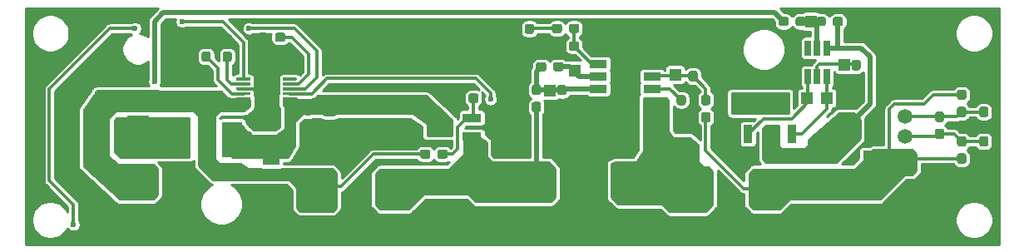
<source format=gbr>
%TF.GenerationSoftware,KiCad,Pcbnew,(5.1.6)-1*%
%TF.CreationDate,2020-08-13T11:00:50+03:00*%
%TF.ProjectId,Rechargeable 5V power bank REV 0.53,52656368-6172-4676-9561-626c65203556,rev?*%
%TF.SameCoordinates,Original*%
%TF.FileFunction,Copper,L2,Bot*%
%TF.FilePolarity,Positive*%
%FSLAX46Y46*%
G04 Gerber Fmt 4.6, Leading zero omitted, Abs format (unit mm)*
G04 Created by KiCad (PCBNEW (5.1.6)-1) date 2020-08-13 11:00:50*
%MOMM*%
%LPD*%
G01*
G04 APERTURE LIST*
%TA.AperFunction,ComponentPad*%
%ADD10C,2.200000*%
%TD*%
%TA.AperFunction,ComponentPad*%
%ADD11R,2.200000X2.200000*%
%TD*%
%TA.AperFunction,SMDPad,CuDef*%
%ADD12R,1.730000X1.980000*%
%TD*%
%TA.AperFunction,SMDPad,CuDef*%
%ADD13R,2.620000X3.500000*%
%TD*%
%TA.AperFunction,SMDPad,CuDef*%
%ADD14R,1.800000X0.850000*%
%TD*%
%TA.AperFunction,SMDPad,CuDef*%
%ADD15R,0.650000X1.560000*%
%TD*%
%TA.AperFunction,SMDPad,CuDef*%
%ADD16R,1.250000X1.250000*%
%TD*%
%TA.AperFunction,SMDPad,CuDef*%
%ADD17R,1.900000X0.900000*%
%TD*%
%TA.AperFunction,SMDPad,CuDef*%
%ADD18R,0.900000X1.900000*%
%TD*%
%TA.AperFunction,SMDPad,CuDef*%
%ADD19R,4.000000X3.500000*%
%TD*%
%TA.AperFunction,SMDPad,CuDef*%
%ADD20R,3.000000X3.000000*%
%TD*%
%TA.AperFunction,ComponentPad*%
%ADD21C,3.200000*%
%TD*%
%TA.AperFunction,ComponentPad*%
%ADD22C,1.500000*%
%TD*%
%TA.AperFunction,ComponentPad*%
%ADD23R,1.500000X1.500000*%
%TD*%
%TA.AperFunction,ComponentPad*%
%ADD24O,2.000000X1.300000*%
%TD*%
%TA.AperFunction,ComponentPad*%
%ADD25O,1.400000X1.200000*%
%TD*%
%TA.AperFunction,SMDPad,CuDef*%
%ADD26R,2.000000X3.600000*%
%TD*%
%TA.AperFunction,SMDPad,CuDef*%
%ADD27R,1.700000X2.300000*%
%TD*%
%TA.AperFunction,SMDPad,CuDef*%
%ADD28R,2.540000X3.300000*%
%TD*%
%TA.AperFunction,ViaPad*%
%ADD29C,0.600000*%
%TD*%
%TA.AperFunction,Conductor*%
%ADD30C,0.500000*%
%TD*%
%TA.AperFunction,Conductor*%
%ADD31C,0.250000*%
%TD*%
%TA.AperFunction,Conductor*%
%ADD32C,0.300000*%
%TD*%
%TA.AperFunction,Conductor*%
%ADD33C,1.000000*%
%TD*%
%TA.AperFunction,Conductor*%
%ADD34C,0.254000*%
%TD*%
G04 APERTURE END LIST*
%TO.P,C13,1*%
%TO.N,+VBAT_CELL*%
%TA.AperFunction,SMDPad,CuDef*%
G36*
G01*
X100949999Y-70300000D02*
X101850001Y-70300000D01*
G75*
G02*
X102100000Y-70549999I0J-249999D01*
G01*
X102100000Y-71200001D01*
G75*
G02*
X101850001Y-71450000I-249999J0D01*
G01*
X100949999Y-71450000D01*
G75*
G02*
X100700000Y-71200001I0J249999D01*
G01*
X100700000Y-70549999D01*
G75*
G02*
X100949999Y-70300000I249999J0D01*
G01*
G37*
%TD.AperFunction*%
%TO.P,C13,2*%
%TO.N,GND*%
%TA.AperFunction,SMDPad,CuDef*%
G36*
G01*
X100949999Y-72350000D02*
X101850001Y-72350000D01*
G75*
G02*
X102100000Y-72599999I0J-249999D01*
G01*
X102100000Y-73250001D01*
G75*
G02*
X101850001Y-73500000I-249999J0D01*
G01*
X100949999Y-73500000D01*
G75*
G02*
X100700000Y-73250001I0J249999D01*
G01*
X100700000Y-72599999D01*
G75*
G02*
X100949999Y-72350000I249999J0D01*
G01*
G37*
%TD.AperFunction*%
%TD*%
%TO.P,C11,1*%
%TO.N,VBUS*%
%TA.AperFunction,SMDPad,CuDef*%
G36*
G01*
X86750001Y-70200000D02*
X85849999Y-70200000D01*
G75*
G02*
X85600000Y-69950001I0J249999D01*
G01*
X85600000Y-69299999D01*
G75*
G02*
X85849999Y-69050000I249999J0D01*
G01*
X86750001Y-69050000D01*
G75*
G02*
X87000000Y-69299999I0J-249999D01*
G01*
X87000000Y-69950001D01*
G75*
G02*
X86750001Y-70200000I-249999J0D01*
G01*
G37*
%TD.AperFunction*%
%TO.P,C11,2*%
%TO.N,GND*%
%TA.AperFunction,SMDPad,CuDef*%
G36*
G01*
X86750001Y-68150000D02*
X85849999Y-68150000D01*
G75*
G02*
X85600000Y-67900001I0J249999D01*
G01*
X85600000Y-67249999D01*
G75*
G02*
X85849999Y-67000000I249999J0D01*
G01*
X86750001Y-67000000D01*
G75*
G02*
X87000000Y-67249999I0J-249999D01*
G01*
X87000000Y-67900001D01*
G75*
G02*
X86750001Y-68150000I-249999J0D01*
G01*
G37*
%TD.AperFunction*%
%TD*%
D10*
%TO.P,BAT1,-*%
%TO.N,/-VBAT*%
X154110000Y-72500000D03*
D11*
%TO.P,BAT1,+*%
%TO.N,/+VBAT*%
X81890000Y-72500000D03*
%TD*%
%TO.P,U1,1*%
%TO.N,VBUS*%
%TA.AperFunction,SMDPad,CuDef*%
G36*
G01*
X91900000Y-69725000D02*
X91900000Y-69575000D01*
G75*
G02*
X91975000Y-69500000I75000J0D01*
G01*
X93300000Y-69500000D01*
G75*
G02*
X93375000Y-69575000I0J-75000D01*
G01*
X93375000Y-69725000D01*
G75*
G02*
X93300000Y-69800000I-75000J0D01*
G01*
X91975000Y-69800000D01*
G75*
G02*
X91900000Y-69725000I0J75000D01*
G01*
G37*
%TD.AperFunction*%
%TO.P,U1,2*%
%TO.N,/ISET*%
%TA.AperFunction,SMDPad,CuDef*%
G36*
G01*
X91900000Y-69225000D02*
X91900000Y-69075000D01*
G75*
G02*
X91975000Y-69000000I75000J0D01*
G01*
X93300000Y-69000000D01*
G75*
G02*
X93375000Y-69075000I0J-75000D01*
G01*
X93375000Y-69225000D01*
G75*
G02*
X93300000Y-69300000I-75000J0D01*
G01*
X91975000Y-69300000D01*
G75*
G02*
X91900000Y-69225000I0J75000D01*
G01*
G37*
%TD.AperFunction*%
%TO.P,U1,3*%
%TO.N,GND*%
%TA.AperFunction,SMDPad,CuDef*%
G36*
G01*
X91900000Y-68725000D02*
X91900000Y-68575000D01*
G75*
G02*
X91975000Y-68500000I75000J0D01*
G01*
X93300000Y-68500000D01*
G75*
G02*
X93375000Y-68575000I0J-75000D01*
G01*
X93375000Y-68725000D01*
G75*
G02*
X93300000Y-68800000I-75000J0D01*
G01*
X91975000Y-68800000D01*
G75*
G02*
X91900000Y-68725000I0J75000D01*
G01*
G37*
%TD.AperFunction*%
%TO.P,U1,4*%
%TO.N,/PRETERM*%
%TA.AperFunction,SMDPad,CuDef*%
G36*
G01*
X91900000Y-68225000D02*
X91900000Y-68075000D01*
G75*
G02*
X91975000Y-68000000I75000J0D01*
G01*
X93300000Y-68000000D01*
G75*
G02*
X93375000Y-68075000I0J-75000D01*
G01*
X93375000Y-68225000D01*
G75*
G02*
X93300000Y-68300000I-75000J0D01*
G01*
X91975000Y-68300000D01*
G75*
G02*
X91900000Y-68225000I0J75000D01*
G01*
G37*
%TD.AperFunction*%
%TO.P,U1,5*%
%TO.N,/~PG*%
%TA.AperFunction,SMDPad,CuDef*%
G36*
G01*
X91900000Y-67725000D02*
X91900000Y-67575000D01*
G75*
G02*
X91975000Y-67500000I75000J0D01*
G01*
X93300000Y-67500000D01*
G75*
G02*
X93375000Y-67575000I0J-75000D01*
G01*
X93375000Y-67725000D01*
G75*
G02*
X93300000Y-67800000I-75000J0D01*
G01*
X91975000Y-67800000D01*
G75*
G02*
X91900000Y-67725000I0J75000D01*
G01*
G37*
%TD.AperFunction*%
%TO.P,U1,6*%
%TO.N,Net-(U1-Pad6)*%
%TA.AperFunction,SMDPad,CuDef*%
G36*
G01*
X96625000Y-67725000D02*
X96625000Y-67575000D01*
G75*
G02*
X96700000Y-67500000I75000J0D01*
G01*
X98025000Y-67500000D01*
G75*
G02*
X98100000Y-67575000I0J-75000D01*
G01*
X98100000Y-67725000D01*
G75*
G02*
X98025000Y-67800000I-75000J0D01*
G01*
X96700000Y-67800000D01*
G75*
G02*
X96625000Y-67725000I0J75000D01*
G01*
G37*
%TD.AperFunction*%
%TO.P,U1,7*%
%TO.N,/ISET2*%
%TA.AperFunction,SMDPad,CuDef*%
G36*
G01*
X96625000Y-68225000D02*
X96625000Y-68075000D01*
G75*
G02*
X96700000Y-68000000I75000J0D01*
G01*
X98025000Y-68000000D01*
G75*
G02*
X98100000Y-68075000I0J-75000D01*
G01*
X98100000Y-68225000D01*
G75*
G02*
X98025000Y-68300000I-75000J0D01*
G01*
X96700000Y-68300000D01*
G75*
G02*
X96625000Y-68225000I0J75000D01*
G01*
G37*
%TD.AperFunction*%
%TO.P,U1,8*%
%TO.N,/~CHG*%
%TA.AperFunction,SMDPad,CuDef*%
G36*
G01*
X96625000Y-68725000D02*
X96625000Y-68575000D01*
G75*
G02*
X96700000Y-68500000I75000J0D01*
G01*
X98025000Y-68500000D01*
G75*
G02*
X98100000Y-68575000I0J-75000D01*
G01*
X98100000Y-68725000D01*
G75*
G02*
X98025000Y-68800000I-75000J0D01*
G01*
X96700000Y-68800000D01*
G75*
G02*
X96625000Y-68725000I0J75000D01*
G01*
G37*
%TD.AperFunction*%
%TO.P,U1,9*%
%TO.N,/NTC*%
%TA.AperFunction,SMDPad,CuDef*%
G36*
G01*
X96625000Y-69225000D02*
X96625000Y-69075000D01*
G75*
G02*
X96700000Y-69000000I75000J0D01*
G01*
X98025000Y-69000000D01*
G75*
G02*
X98100000Y-69075000I0J-75000D01*
G01*
X98100000Y-69225000D01*
G75*
G02*
X98025000Y-69300000I-75000J0D01*
G01*
X96700000Y-69300000D01*
G75*
G02*
X96625000Y-69225000I0J75000D01*
G01*
G37*
%TD.AperFunction*%
%TO.P,U1,10*%
%TO.N,+VBAT_CELL*%
%TA.AperFunction,SMDPad,CuDef*%
G36*
G01*
X96625000Y-69725000D02*
X96625000Y-69575000D01*
G75*
G02*
X96700000Y-69500000I75000J0D01*
G01*
X98025000Y-69500000D01*
G75*
G02*
X98100000Y-69575000I0J-75000D01*
G01*
X98100000Y-69725000D01*
G75*
G02*
X98025000Y-69800000I-75000J0D01*
G01*
X96700000Y-69800000D01*
G75*
G02*
X96625000Y-69725000I0J75000D01*
G01*
G37*
%TD.AperFunction*%
D12*
%TO.P,U1,11*%
%TO.N,GND*%
X95000000Y-68650000D03*
%TD*%
%TO.P,C12,2*%
%TO.N,GND*%
%TA.AperFunction,SMDPad,CuDef*%
G36*
G01*
X154725000Y-81512500D02*
X156875000Y-81512500D01*
G75*
G02*
X157125000Y-81762500I0J-250000D01*
G01*
X157125000Y-82687500D01*
G75*
G02*
X156875000Y-82937500I-250000J0D01*
G01*
X154725000Y-82937500D01*
G75*
G02*
X154475000Y-82687500I0J250000D01*
G01*
X154475000Y-81762500D01*
G75*
G02*
X154725000Y-81512500I250000J0D01*
G01*
G37*
%TD.AperFunction*%
%TO.P,C12,1*%
%TO.N,VOUT*%
%TA.AperFunction,SMDPad,CuDef*%
G36*
G01*
X154725000Y-78537500D02*
X156875000Y-78537500D01*
G75*
G02*
X157125000Y-78787500I0J-250000D01*
G01*
X157125000Y-79712500D01*
G75*
G02*
X156875000Y-79962500I-250000J0D01*
G01*
X154725000Y-79962500D01*
G75*
G02*
X154475000Y-79712500I0J250000D01*
G01*
X154475000Y-78787500D01*
G75*
G02*
X154725000Y-78537500I250000J0D01*
G01*
G37*
%TD.AperFunction*%
%TD*%
D13*
%TO.P,U3,9*%
%TO.N,GND*%
X131500000Y-68000000D03*
D14*
%TO.P,U3,8*%
%TO.N,/BOOST_SW*%
X134250000Y-69905000D03*
%TO.P,U3,7*%
%TO.N,/BOOST_SS*%
X134250000Y-68635000D03*
%TO.P,U3,6*%
%TO.N,/BOOST_FB*%
X134250000Y-67365000D03*
%TO.P,U3,5*%
%TO.N,GND*%
X134250000Y-66095000D03*
%TO.P,U3,4*%
%TO.N,/BOOST_COMP*%
X128750000Y-66095000D03*
%TO.P,U3,3*%
%TO.N,/BOOST_EN*%
X128750000Y-67365000D03*
%TO.P,U3,2*%
%TO.N,/BOOST_VIN*%
X128750000Y-68635000D03*
%TO.P,U3,1*%
%TO.N,GND*%
X128750000Y-69905000D03*
%TD*%
D15*
%TO.P,U2,1*%
%TO.N,/DO*%
X152000000Y-67400000D03*
%TO.P,U2,2*%
%TO.N,/VM*%
X151050000Y-67400000D03*
%TO.P,U2,3*%
%TO.N,/CO*%
X150100000Y-67400000D03*
%TO.P,U2,4*%
%TO.N,Net-(U2-Pad4)*%
X150100000Y-64500000D03*
%TO.P,U2,6*%
%TO.N,/-VBAT*%
X152000000Y-64500000D03*
%TO.P,U2,5*%
%TO.N,/U2_VDD*%
X151050000Y-64500000D03*
%TD*%
D16*
%TO.P,TP11,1*%
%TO.N,/-VBAT*%
X152000000Y-74400000D03*
%TD*%
%TO.P,TP10,1*%
%TO.N,/+VBAT*%
X84000000Y-74000000D03*
%TD*%
%TO.P,TP9,1*%
%TO.N,/VM*%
X153800000Y-66200000D03*
%TD*%
%TO.P,TP8,1*%
%TO.N,/CO*%
X150000000Y-69600000D03*
%TD*%
%TO.P,TP7,1*%
%TO.N,/DO*%
X152000000Y-69600000D03*
%TD*%
%TO.P,TP6,1*%
%TO.N,/U2_VDD*%
X150400000Y-61800000D03*
%TD*%
%TO.P,TP5,1*%
%TO.N,/BOOST_SW*%
X135400000Y-74800000D03*
%TD*%
%TO.P,TP4,1*%
%TO.N,/BOOST_FB*%
X136600000Y-67200000D03*
%TD*%
%TO.P,TP3,1*%
%TO.N,/BOOST_IND*%
X116200000Y-76600000D03*
%TD*%
%TO.P,TP2,1*%
%TO.N,/BOOST_EN*%
X126400000Y-66800000D03*
%TD*%
%TO.P,TP1,1*%
%TO.N,/BOOST_VIN*%
X123800000Y-68800000D03*
%TD*%
%TO.P,R19,2*%
%TO.N,Net-(J2-Pad2)*%
%TA.AperFunction,SMDPad,CuDef*%
G36*
G01*
X163262500Y-72725000D02*
X163737500Y-72725000D01*
G75*
G02*
X163975000Y-72962500I0J-237500D01*
G01*
X163975000Y-73537500D01*
G75*
G02*
X163737500Y-73775000I-237500J0D01*
G01*
X163262500Y-73775000D01*
G75*
G02*
X163025000Y-73537500I0J237500D01*
G01*
X163025000Y-72962500D01*
G75*
G02*
X163262500Y-72725000I237500J0D01*
G01*
G37*
%TD.AperFunction*%
%TO.P,R19,1*%
%TO.N,Net-(J2-Pad3)*%
%TA.AperFunction,SMDPad,CuDef*%
G36*
G01*
X163262500Y-70975000D02*
X163737500Y-70975000D01*
G75*
G02*
X163975000Y-71212500I0J-237500D01*
G01*
X163975000Y-71787500D01*
G75*
G02*
X163737500Y-72025000I-237500J0D01*
G01*
X163262500Y-72025000D01*
G75*
G02*
X163025000Y-71787500I0J237500D01*
G01*
X163025000Y-71212500D01*
G75*
G02*
X163262500Y-70975000I237500J0D01*
G01*
G37*
%TD.AperFunction*%
%TD*%
%TO.P,R18,2*%
%TO.N,Net-(J2-Pad2)*%
%TA.AperFunction,SMDPad,CuDef*%
G36*
G01*
X168237500Y-74525000D02*
X167762500Y-74525000D01*
G75*
G02*
X167525000Y-74287500I0J237500D01*
G01*
X167525000Y-73712500D01*
G75*
G02*
X167762500Y-73475000I237500J0D01*
G01*
X168237500Y-73475000D01*
G75*
G02*
X168475000Y-73712500I0J-237500D01*
G01*
X168475000Y-74287500D01*
G75*
G02*
X168237500Y-74525000I-237500J0D01*
G01*
G37*
%TD.AperFunction*%
%TO.P,R18,1*%
%TO.N,GND*%
%TA.AperFunction,SMDPad,CuDef*%
G36*
G01*
X168237500Y-76275000D02*
X167762500Y-76275000D01*
G75*
G02*
X167525000Y-76037500I0J237500D01*
G01*
X167525000Y-75462500D01*
G75*
G02*
X167762500Y-75225000I237500J0D01*
G01*
X168237500Y-75225000D01*
G75*
G02*
X168475000Y-75462500I0J-237500D01*
G01*
X168475000Y-76037500D01*
G75*
G02*
X168237500Y-76275000I-237500J0D01*
G01*
G37*
%TD.AperFunction*%
%TD*%
%TO.P,R17,2*%
%TO.N,Net-(J2-Pad3)*%
%TA.AperFunction,SMDPad,CuDef*%
G36*
G01*
X167762500Y-70475000D02*
X168237500Y-70475000D01*
G75*
G02*
X168475000Y-70712500I0J-237500D01*
G01*
X168475000Y-71287500D01*
G75*
G02*
X168237500Y-71525000I-237500J0D01*
G01*
X167762500Y-71525000D01*
G75*
G02*
X167525000Y-71287500I0J237500D01*
G01*
X167525000Y-70712500D01*
G75*
G02*
X167762500Y-70475000I237500J0D01*
G01*
G37*
%TD.AperFunction*%
%TO.P,R17,1*%
%TO.N,GND*%
%TA.AperFunction,SMDPad,CuDef*%
G36*
G01*
X167762500Y-68725000D02*
X168237500Y-68725000D01*
G75*
G02*
X168475000Y-68962500I0J-237500D01*
G01*
X168475000Y-69537500D01*
G75*
G02*
X168237500Y-69775000I-237500J0D01*
G01*
X167762500Y-69775000D01*
G75*
G02*
X167525000Y-69537500I0J237500D01*
G01*
X167525000Y-68962500D01*
G75*
G02*
X167762500Y-68725000I237500J0D01*
G01*
G37*
%TD.AperFunction*%
%TD*%
%TO.P,R16,2*%
%TO.N,VOUT*%
%TA.AperFunction,SMDPad,CuDef*%
G36*
G01*
X165512500Y-75225000D02*
X165987500Y-75225000D01*
G75*
G02*
X166225000Y-75462500I0J-237500D01*
G01*
X166225000Y-76037500D01*
G75*
G02*
X165987500Y-76275000I-237500J0D01*
G01*
X165512500Y-76275000D01*
G75*
G02*
X165275000Y-76037500I0J237500D01*
G01*
X165275000Y-75462500D01*
G75*
G02*
X165512500Y-75225000I237500J0D01*
G01*
G37*
%TD.AperFunction*%
%TO.P,R16,1*%
%TO.N,Net-(J2-Pad2)*%
%TA.AperFunction,SMDPad,CuDef*%
G36*
G01*
X165512500Y-73475000D02*
X165987500Y-73475000D01*
G75*
G02*
X166225000Y-73712500I0J-237500D01*
G01*
X166225000Y-74287500D01*
G75*
G02*
X165987500Y-74525000I-237500J0D01*
G01*
X165512500Y-74525000D01*
G75*
G02*
X165275000Y-74287500I0J237500D01*
G01*
X165275000Y-73712500D01*
G75*
G02*
X165512500Y-73475000I237500J0D01*
G01*
G37*
%TD.AperFunction*%
%TD*%
%TO.P,R15,2*%
%TO.N,VOUT*%
%TA.AperFunction,SMDPad,CuDef*%
G36*
G01*
X165987500Y-69775000D02*
X165512500Y-69775000D01*
G75*
G02*
X165275000Y-69537500I0J237500D01*
G01*
X165275000Y-68962500D01*
G75*
G02*
X165512500Y-68725000I237500J0D01*
G01*
X165987500Y-68725000D01*
G75*
G02*
X166225000Y-68962500I0J-237500D01*
G01*
X166225000Y-69537500D01*
G75*
G02*
X165987500Y-69775000I-237500J0D01*
G01*
G37*
%TD.AperFunction*%
%TO.P,R15,1*%
%TO.N,Net-(J2-Pad3)*%
%TA.AperFunction,SMDPad,CuDef*%
G36*
G01*
X165987500Y-71525000D02*
X165512500Y-71525000D01*
G75*
G02*
X165275000Y-71287500I0J237500D01*
G01*
X165275000Y-70712500D01*
G75*
G02*
X165512500Y-70475000I237500J0D01*
G01*
X165987500Y-70475000D01*
G75*
G02*
X166225000Y-70712500I0J-237500D01*
G01*
X166225000Y-71287500D01*
G75*
G02*
X165987500Y-71525000I-237500J0D01*
G01*
G37*
%TD.AperFunction*%
%TD*%
%TO.P,R14,2*%
%TO.N,/BOOST_FB*%
%TA.AperFunction,SMDPad,CuDef*%
G36*
G01*
X138162500Y-66825000D02*
X138637500Y-66825000D01*
G75*
G02*
X138875000Y-67062500I0J-237500D01*
G01*
X138875000Y-67637500D01*
G75*
G02*
X138637500Y-67875000I-237500J0D01*
G01*
X138162500Y-67875000D01*
G75*
G02*
X137925000Y-67637500I0J237500D01*
G01*
X137925000Y-67062500D01*
G75*
G02*
X138162500Y-66825000I237500J0D01*
G01*
G37*
%TD.AperFunction*%
%TO.P,R14,1*%
%TO.N,GND*%
%TA.AperFunction,SMDPad,CuDef*%
G36*
G01*
X138162500Y-65075000D02*
X138637500Y-65075000D01*
G75*
G02*
X138875000Y-65312500I0J-237500D01*
G01*
X138875000Y-65887500D01*
G75*
G02*
X138637500Y-66125000I-237500J0D01*
G01*
X138162500Y-66125000D01*
G75*
G02*
X137925000Y-65887500I0J237500D01*
G01*
X137925000Y-65312500D01*
G75*
G02*
X138162500Y-65075000I237500J0D01*
G01*
G37*
%TD.AperFunction*%
%TD*%
%TO.P,R13,2*%
%TO.N,Net-(C10-Pad1)*%
%TA.AperFunction,SMDPad,CuDef*%
G36*
G01*
X125075000Y-62262500D02*
X125075000Y-62737500D01*
G75*
G02*
X124837500Y-62975000I-237500J0D01*
G01*
X124262500Y-62975000D01*
G75*
G02*
X124025000Y-62737500I0J237500D01*
G01*
X124025000Y-62262500D01*
G75*
G02*
X124262500Y-62025000I237500J0D01*
G01*
X124837500Y-62025000D01*
G75*
G02*
X125075000Y-62262500I0J-237500D01*
G01*
G37*
%TD.AperFunction*%
%TO.P,R13,1*%
%TO.N,/BOOST_COMP*%
%TA.AperFunction,SMDPad,CuDef*%
G36*
G01*
X126825000Y-62262500D02*
X126825000Y-62737500D01*
G75*
G02*
X126587500Y-62975000I-237500J0D01*
G01*
X126012500Y-62975000D01*
G75*
G02*
X125775000Y-62737500I0J237500D01*
G01*
X125775000Y-62262500D01*
G75*
G02*
X126012500Y-62025000I237500J0D01*
G01*
X126587500Y-62025000D01*
G75*
G02*
X126825000Y-62262500I0J-237500D01*
G01*
G37*
%TD.AperFunction*%
%TD*%
%TO.P,R12,2*%
%TO.N,/BOOST_FB*%
%TA.AperFunction,SMDPad,CuDef*%
G36*
G01*
X139937500Y-70325000D02*
X139462500Y-70325000D01*
G75*
G02*
X139225000Y-70087500I0J237500D01*
G01*
X139225000Y-69512500D01*
G75*
G02*
X139462500Y-69275000I237500J0D01*
G01*
X139937500Y-69275000D01*
G75*
G02*
X140175000Y-69512500I0J-237500D01*
G01*
X140175000Y-70087500D01*
G75*
G02*
X139937500Y-70325000I-237500J0D01*
G01*
G37*
%TD.AperFunction*%
%TO.P,R12,1*%
%TO.N,VOUT*%
%TA.AperFunction,SMDPad,CuDef*%
G36*
G01*
X139937500Y-72075000D02*
X139462500Y-72075000D01*
G75*
G02*
X139225000Y-71837500I0J237500D01*
G01*
X139225000Y-71262500D01*
G75*
G02*
X139462500Y-71025000I237500J0D01*
G01*
X139937500Y-71025000D01*
G75*
G02*
X140175000Y-71262500I0J-237500D01*
G01*
X140175000Y-71837500D01*
G75*
G02*
X139937500Y-72075000I-237500J0D01*
G01*
G37*
%TD.AperFunction*%
%TD*%
%TO.P,R11,2*%
%TO.N,/BOOST_EN*%
%TA.AperFunction,SMDPad,CuDef*%
G36*
G01*
X124175000Y-66637500D02*
X124175000Y-66162500D01*
G75*
G02*
X124412500Y-65925000I237500J0D01*
G01*
X124987500Y-65925000D01*
G75*
G02*
X125225000Y-66162500I0J-237500D01*
G01*
X125225000Y-66637500D01*
G75*
G02*
X124987500Y-66875000I-237500J0D01*
G01*
X124412500Y-66875000D01*
G75*
G02*
X124175000Y-66637500I0J237500D01*
G01*
G37*
%TD.AperFunction*%
%TO.P,R11,1*%
%TO.N,/BOOST_VIN*%
%TA.AperFunction,SMDPad,CuDef*%
G36*
G01*
X122425000Y-66637500D02*
X122425000Y-66162500D01*
G75*
G02*
X122662500Y-65925000I237500J0D01*
G01*
X123237500Y-65925000D01*
G75*
G02*
X123475000Y-66162500I0J-237500D01*
G01*
X123475000Y-66637500D01*
G75*
G02*
X123237500Y-66875000I-237500J0D01*
G01*
X122662500Y-66875000D01*
G75*
G02*
X122425000Y-66637500I0J237500D01*
G01*
G37*
%TD.AperFunction*%
%TD*%
%TO.P,R10,2*%
%TO.N,Net-(Q3-PadG)*%
%TA.AperFunction,SMDPad,CuDef*%
G36*
G01*
X115525000Y-69837500D02*
X115525000Y-69362500D01*
G75*
G02*
X115762500Y-69125000I237500J0D01*
G01*
X116337500Y-69125000D01*
G75*
G02*
X116575000Y-69362500I0J-237500D01*
G01*
X116575000Y-69837500D01*
G75*
G02*
X116337500Y-70075000I-237500J0D01*
G01*
X115762500Y-70075000D01*
G75*
G02*
X115525000Y-69837500I0J237500D01*
G01*
G37*
%TD.AperFunction*%
%TO.P,R10,1*%
%TO.N,GND*%
%TA.AperFunction,SMDPad,CuDef*%
G36*
G01*
X113775000Y-69837500D02*
X113775000Y-69362500D01*
G75*
G02*
X114012500Y-69125000I237500J0D01*
G01*
X114587500Y-69125000D01*
G75*
G02*
X114825000Y-69362500I0J-237500D01*
G01*
X114825000Y-69837500D01*
G75*
G02*
X114587500Y-70075000I-237500J0D01*
G01*
X114012500Y-70075000D01*
G75*
G02*
X113775000Y-69837500I0J237500D01*
G01*
G37*
%TD.AperFunction*%
%TD*%
%TO.P,R9,2*%
%TO.N,VBUS*%
%TA.AperFunction,SMDPad,CuDef*%
G36*
G01*
X111675000Y-75062500D02*
X111675000Y-75537500D01*
G75*
G02*
X111437500Y-75775000I-237500J0D01*
G01*
X110862500Y-75775000D01*
G75*
G02*
X110625000Y-75537500I0J237500D01*
G01*
X110625000Y-75062500D01*
G75*
G02*
X110862500Y-74825000I237500J0D01*
G01*
X111437500Y-74825000D01*
G75*
G02*
X111675000Y-75062500I0J-237500D01*
G01*
G37*
%TD.AperFunction*%
%TO.P,R9,1*%
%TO.N,Net-(Q3-PadG)*%
%TA.AperFunction,SMDPad,CuDef*%
G36*
G01*
X113425000Y-75062500D02*
X113425000Y-75537500D01*
G75*
G02*
X113187500Y-75775000I-237500J0D01*
G01*
X112612500Y-75775000D01*
G75*
G02*
X112375000Y-75537500I0J237500D01*
G01*
X112375000Y-75062500D01*
G75*
G02*
X112612500Y-74825000I237500J0D01*
G01*
X113187500Y-74825000D01*
G75*
G02*
X113425000Y-75062500I0J-237500D01*
G01*
G37*
%TD.AperFunction*%
%TD*%
%TO.P,R8,2*%
%TO.N,/BOOST_VIN*%
%TA.AperFunction,SMDPad,CuDef*%
G36*
G01*
X122687500Y-69275000D02*
X122212500Y-69275000D01*
G75*
G02*
X121975000Y-69037500I0J237500D01*
G01*
X121975000Y-68462500D01*
G75*
G02*
X122212500Y-68225000I237500J0D01*
G01*
X122687500Y-68225000D01*
G75*
G02*
X122925000Y-68462500I0J-237500D01*
G01*
X122925000Y-69037500D01*
G75*
G02*
X122687500Y-69275000I-237500J0D01*
G01*
G37*
%TD.AperFunction*%
%TO.P,R8,1*%
%TO.N,/BOOST_IND*%
%TA.AperFunction,SMDPad,CuDef*%
G36*
G01*
X122687500Y-71025000D02*
X122212500Y-71025000D01*
G75*
G02*
X121975000Y-70787500I0J237500D01*
G01*
X121975000Y-70212500D01*
G75*
G02*
X122212500Y-69975000I237500J0D01*
G01*
X122687500Y-69975000D01*
G75*
G02*
X122925000Y-70212500I0J-237500D01*
G01*
X122925000Y-70787500D01*
G75*
G02*
X122687500Y-71025000I-237500J0D01*
G01*
G37*
%TD.AperFunction*%
%TD*%
%TO.P,R7,2*%
%TO.N,GND*%
%TA.AperFunction,SMDPad,CuDef*%
G36*
G01*
X154762500Y-67475000D02*
X155237500Y-67475000D01*
G75*
G02*
X155475000Y-67712500I0J-237500D01*
G01*
X155475000Y-68287500D01*
G75*
G02*
X155237500Y-68525000I-237500J0D01*
G01*
X154762500Y-68525000D01*
G75*
G02*
X154525000Y-68287500I0J237500D01*
G01*
X154525000Y-67712500D01*
G75*
G02*
X154762500Y-67475000I237500J0D01*
G01*
G37*
%TD.AperFunction*%
%TO.P,R7,1*%
%TO.N,/VM*%
%TA.AperFunction,SMDPad,CuDef*%
G36*
G01*
X154762500Y-65725000D02*
X155237500Y-65725000D01*
G75*
G02*
X155475000Y-65962500I0J-237500D01*
G01*
X155475000Y-66537500D01*
G75*
G02*
X155237500Y-66775000I-237500J0D01*
G01*
X154762500Y-66775000D01*
G75*
G02*
X154525000Y-66537500I0J237500D01*
G01*
X154525000Y-65962500D01*
G75*
G02*
X154762500Y-65725000I237500J0D01*
G01*
G37*
%TD.AperFunction*%
%TD*%
%TO.P,R6,2*%
%TO.N,/+VBAT*%
%TA.AperFunction,SMDPad,CuDef*%
G36*
G01*
X148150000Y-61562500D02*
X148150000Y-62037500D01*
G75*
G02*
X147912500Y-62275000I-237500J0D01*
G01*
X147337500Y-62275000D01*
G75*
G02*
X147100000Y-62037500I0J237500D01*
G01*
X147100000Y-61562500D01*
G75*
G02*
X147337500Y-61325000I237500J0D01*
G01*
X147912500Y-61325000D01*
G75*
G02*
X148150000Y-61562500I0J-237500D01*
G01*
G37*
%TD.AperFunction*%
%TO.P,R6,1*%
%TO.N,/U2_VDD*%
%TA.AperFunction,SMDPad,CuDef*%
G36*
G01*
X149900000Y-61562500D02*
X149900000Y-62037500D01*
G75*
G02*
X149662500Y-62275000I-237500J0D01*
G01*
X149087500Y-62275000D01*
G75*
G02*
X148850000Y-62037500I0J237500D01*
G01*
X148850000Y-61562500D01*
G75*
G02*
X149087500Y-61325000I237500J0D01*
G01*
X149662500Y-61325000D01*
G75*
G02*
X149900000Y-61562500I0J-237500D01*
G01*
G37*
%TD.AperFunction*%
%TD*%
%TO.P,R5,2*%
%TO.N,GND*%
%TA.AperFunction,SMDPad,CuDef*%
G36*
G01*
X89087500Y-64150000D02*
X88612500Y-64150000D01*
G75*
G02*
X88375000Y-63912500I0J237500D01*
G01*
X88375000Y-63337500D01*
G75*
G02*
X88612500Y-63100000I237500J0D01*
G01*
X89087500Y-63100000D01*
G75*
G02*
X89325000Y-63337500I0J-237500D01*
G01*
X89325000Y-63912500D01*
G75*
G02*
X89087500Y-64150000I-237500J0D01*
G01*
G37*
%TD.AperFunction*%
%TO.P,R5,1*%
%TO.N,/ISET*%
%TA.AperFunction,SMDPad,CuDef*%
G36*
G01*
X89087500Y-65900000D02*
X88612500Y-65900000D01*
G75*
G02*
X88375000Y-65662500I0J237500D01*
G01*
X88375000Y-65087500D01*
G75*
G02*
X88612500Y-64850000I237500J0D01*
G01*
X89087500Y-64850000D01*
G75*
G02*
X89325000Y-65087500I0J-237500D01*
G01*
X89325000Y-65662500D01*
G75*
G02*
X89087500Y-65900000I-237500J0D01*
G01*
G37*
%TD.AperFunction*%
%TD*%
%TO.P,R4,2*%
%TO.N,/ISET2*%
%TA.AperFunction,SMDPad,CuDef*%
G36*
G01*
X95850000Y-63637500D02*
X95850000Y-63162500D01*
G75*
G02*
X96087500Y-62925000I237500J0D01*
G01*
X96662500Y-62925000D01*
G75*
G02*
X96900000Y-63162500I0J-237500D01*
G01*
X96900000Y-63637500D01*
G75*
G02*
X96662500Y-63875000I-237500J0D01*
G01*
X96087500Y-63875000D01*
G75*
G02*
X95850000Y-63637500I0J237500D01*
G01*
G37*
%TD.AperFunction*%
%TO.P,R4,1*%
%TO.N,GND*%
%TA.AperFunction,SMDPad,CuDef*%
G36*
G01*
X94100000Y-63637500D02*
X94100000Y-63162500D01*
G75*
G02*
X94337500Y-62925000I237500J0D01*
G01*
X94912500Y-62925000D01*
G75*
G02*
X95150000Y-63162500I0J-237500D01*
G01*
X95150000Y-63637500D01*
G75*
G02*
X94912500Y-63875000I-237500J0D01*
G01*
X94337500Y-63875000D01*
G75*
G02*
X94100000Y-63637500I0J237500D01*
G01*
G37*
%TD.AperFunction*%
%TD*%
%TO.P,R3,2*%
%TO.N,GND*%
%TA.AperFunction,SMDPad,CuDef*%
G36*
G01*
X91237500Y-64150000D02*
X90762500Y-64150000D01*
G75*
G02*
X90525000Y-63912500I0J237500D01*
G01*
X90525000Y-63337500D01*
G75*
G02*
X90762500Y-63100000I237500J0D01*
G01*
X91237500Y-63100000D01*
G75*
G02*
X91475000Y-63337500I0J-237500D01*
G01*
X91475000Y-63912500D01*
G75*
G02*
X91237500Y-64150000I-237500J0D01*
G01*
G37*
%TD.AperFunction*%
%TO.P,R3,1*%
%TO.N,/PRETERM*%
%TA.AperFunction,SMDPad,CuDef*%
G36*
G01*
X91237500Y-65900000D02*
X90762500Y-65900000D01*
G75*
G02*
X90525000Y-65662500I0J237500D01*
G01*
X90525000Y-65087500D01*
G75*
G02*
X90762500Y-64850000I237500J0D01*
G01*
X91237500Y-64850000D01*
G75*
G02*
X91475000Y-65087500I0J-237500D01*
G01*
X91475000Y-65662500D01*
G75*
G02*
X91237500Y-65900000I-237500J0D01*
G01*
G37*
%TD.AperFunction*%
%TD*%
D17*
%TO.P,Q3,G*%
%TO.N,Net-(Q3-PadG)*%
X115900000Y-71600000D03*
%TO.P,Q3,S*%
%TO.N,/BOOST_IND*%
X115900000Y-73500000D03*
%TO.P,Q3,D*%
%TO.N,+VBAT_CELL*%
X112900000Y-72550000D03*
%TD*%
D18*
%TO.P,Q2,G*%
%TO.N,/CO*%
X144000000Y-73250000D03*
%TO.P,Q2,S*%
%TO.N,GND*%
X142100000Y-73250000D03*
%TO.P,Q2,D*%
%TO.N,Net-(Q1-PadD)*%
X143050000Y-70250000D03*
%TD*%
%TO.P,Q1,G*%
%TO.N,/DO*%
X148500000Y-73250000D03*
%TO.P,Q1,S*%
%TO.N,/-VBAT*%
X146600000Y-73250000D03*
%TO.P,Q1,D*%
%TO.N,Net-(Q1-PadD)*%
X147550000Y-70250000D03*
%TD*%
D19*
%TO.P,L1,2*%
%TO.N,/BOOST_SW*%
X132200000Y-78200000D03*
%TO.P,L1,1*%
%TO.N,/BOOST_IND*%
X122200000Y-78200000D03*
%TD*%
D20*
%TO.P,J6,1*%
%TO.N,GND*%
X159000000Y-65800000D03*
%TD*%
%TO.P,J5,1*%
%TO.N,GND*%
X81900000Y-82300000D03*
%TD*%
%TO.P,J4,1*%
%TO.N,VOUT*%
X157200000Y-76400000D03*
%TD*%
%TO.P,J3,1*%
%TO.N,VBUS*%
X81900000Y-78100000D03*
%TD*%
D21*
%TO.P,J2,6*%
%TO.N,GND*%
X162710000Y-65930000D03*
%TO.P,J2,5*%
X162710000Y-79070000D03*
D22*
%TO.P,J2,4*%
X160000000Y-69000000D03*
%TO.P,J2,3*%
%TO.N,Net-(J2-Pad3)*%
X160000000Y-71500000D03*
%TO.P,J2,2*%
%TO.N,Net-(J2-Pad2)*%
X160000000Y-73500000D03*
D23*
%TO.P,J2,1*%
%TO.N,VOUT*%
X160000000Y-76000000D03*
%TD*%
D24*
%TO.P,J1,8*%
%TO.N,GND*%
X71500000Y-68300000D03*
%TO.P,J1,11*%
X71500000Y-76700000D03*
D25*
%TO.P,J1,7*%
X74500000Y-74850000D03*
%TO.P,J1,6*%
X74500000Y-70150000D03*
%TD*%
D26*
%TO.P,F1,1*%
%TO.N,/+VBAT*%
X86250000Y-73800000D03*
%TO.P,F1,2*%
%TO.N,+VBAT_CELL*%
X91500000Y-73800000D03*
%TD*%
D27*
%TO.P,D4,A*%
%TO.N,GND*%
X78400000Y-65800000D03*
%TO.P,D4,K*%
%TO.N,VBUS*%
X78400000Y-70000000D03*
%TD*%
D28*
%TO.P,D3,A*%
%TO.N,/BOOST_SW*%
X138400000Y-78800000D03*
%TO.P,D3,K*%
%TO.N,VOUT*%
X145800000Y-78800000D03*
%TD*%
%TO.P,D2,A*%
%TO.N,VBUS*%
X100200000Y-78900000D03*
%TO.P,D2,K*%
%TO.N,/BOOST_IND*%
X107600000Y-78900000D03*
%TD*%
D27*
%TO.P,D1,A*%
%TO.N,GND*%
X95500000Y-79500000D03*
%TO.P,D1,K*%
%TO.N,+VBAT_CELL*%
X95500000Y-75300000D03*
%TD*%
%TO.P,C10,2*%
%TO.N,GND*%
%TA.AperFunction,SMDPad,CuDef*%
G36*
G01*
X121512500Y-63775000D02*
X121987500Y-63775000D01*
G75*
G02*
X122225000Y-64012500I0J-237500D01*
G01*
X122225000Y-64587500D01*
G75*
G02*
X121987500Y-64825000I-237500J0D01*
G01*
X121512500Y-64825000D01*
G75*
G02*
X121275000Y-64587500I0J237500D01*
G01*
X121275000Y-64012500D01*
G75*
G02*
X121512500Y-63775000I237500J0D01*
G01*
G37*
%TD.AperFunction*%
%TO.P,C10,1*%
%TO.N,Net-(C10-Pad1)*%
%TA.AperFunction,SMDPad,CuDef*%
G36*
G01*
X121512500Y-62025000D02*
X121987500Y-62025000D01*
G75*
G02*
X122225000Y-62262500I0J-237500D01*
G01*
X122225000Y-62837500D01*
G75*
G02*
X121987500Y-63075000I-237500J0D01*
G01*
X121512500Y-63075000D01*
G75*
G02*
X121275000Y-62837500I0J237500D01*
G01*
X121275000Y-62262500D01*
G75*
G02*
X121512500Y-62025000I237500J0D01*
G01*
G37*
%TD.AperFunction*%
%TD*%
%TO.P,C9,2*%
%TO.N,GND*%
%TA.AperFunction,SMDPad,CuDef*%
G36*
G01*
X136962500Y-71025000D02*
X137437500Y-71025000D01*
G75*
G02*
X137675000Y-71262500I0J-237500D01*
G01*
X137675000Y-71837500D01*
G75*
G02*
X137437500Y-72075000I-237500J0D01*
G01*
X136962500Y-72075000D01*
G75*
G02*
X136725000Y-71837500I0J237500D01*
G01*
X136725000Y-71262500D01*
G75*
G02*
X136962500Y-71025000I237500J0D01*
G01*
G37*
%TD.AperFunction*%
%TO.P,C9,1*%
%TO.N,/BOOST_SS*%
%TA.AperFunction,SMDPad,CuDef*%
G36*
G01*
X136962500Y-69275000D02*
X137437500Y-69275000D01*
G75*
G02*
X137675000Y-69512500I0J-237500D01*
G01*
X137675000Y-70087500D01*
G75*
G02*
X137437500Y-70325000I-237500J0D01*
G01*
X136962500Y-70325000D01*
G75*
G02*
X136725000Y-70087500I0J237500D01*
G01*
X136725000Y-69512500D01*
G75*
G02*
X136962500Y-69275000I237500J0D01*
G01*
G37*
%TD.AperFunction*%
%TD*%
%TO.P,C8,2*%
%TO.N,GND*%
%TA.AperFunction,SMDPad,CuDef*%
G36*
G01*
X125075000Y-64062500D02*
X125075000Y-64537500D01*
G75*
G02*
X124837500Y-64775000I-237500J0D01*
G01*
X124262500Y-64775000D01*
G75*
G02*
X124025000Y-64537500I0J237500D01*
G01*
X124025000Y-64062500D01*
G75*
G02*
X124262500Y-63825000I237500J0D01*
G01*
X124837500Y-63825000D01*
G75*
G02*
X125075000Y-64062500I0J-237500D01*
G01*
G37*
%TD.AperFunction*%
%TO.P,C8,1*%
%TO.N,/BOOST_COMP*%
%TA.AperFunction,SMDPad,CuDef*%
G36*
G01*
X126825000Y-64062500D02*
X126825000Y-64537500D01*
G75*
G02*
X126587500Y-64775000I-237500J0D01*
G01*
X126012500Y-64775000D01*
G75*
G02*
X125775000Y-64537500I0J237500D01*
G01*
X125775000Y-64062500D01*
G75*
G02*
X126012500Y-63825000I237500J0D01*
G01*
X126587500Y-63825000D01*
G75*
G02*
X126825000Y-64062500I0J-237500D01*
G01*
G37*
%TD.AperFunction*%
%TD*%
%TO.P,C7,2*%
%TO.N,GND*%
%TA.AperFunction,SMDPad,CuDef*%
G36*
G01*
X150325000Y-81512500D02*
X152475000Y-81512500D01*
G75*
G02*
X152725000Y-81762500I0J-250000D01*
G01*
X152725000Y-82687500D01*
G75*
G02*
X152475000Y-82937500I-250000J0D01*
G01*
X150325000Y-82937500D01*
G75*
G02*
X150075000Y-82687500I0J250000D01*
G01*
X150075000Y-81762500D01*
G75*
G02*
X150325000Y-81512500I250000J0D01*
G01*
G37*
%TD.AperFunction*%
%TO.P,C7,1*%
%TO.N,VOUT*%
%TA.AperFunction,SMDPad,CuDef*%
G36*
G01*
X150325000Y-78537500D02*
X152475000Y-78537500D01*
G75*
G02*
X152725000Y-78787500I0J-250000D01*
G01*
X152725000Y-79712500D01*
G75*
G02*
X152475000Y-79962500I-250000J0D01*
G01*
X150325000Y-79962500D01*
G75*
G02*
X150075000Y-79712500I0J250000D01*
G01*
X150075000Y-78787500D01*
G75*
G02*
X150325000Y-78537500I250000J0D01*
G01*
G37*
%TD.AperFunction*%
%TD*%
%TO.P,C6,2*%
%TO.N,/BOOST_VIN*%
%TA.AperFunction,SMDPad,CuDef*%
G36*
G01*
X125287500Y-69300000D02*
X124812500Y-69300000D01*
G75*
G02*
X124575000Y-69062500I0J237500D01*
G01*
X124575000Y-68487500D01*
G75*
G02*
X124812500Y-68250000I237500J0D01*
G01*
X125287500Y-68250000D01*
G75*
G02*
X125525000Y-68487500I0J-237500D01*
G01*
X125525000Y-69062500D01*
G75*
G02*
X125287500Y-69300000I-237500J0D01*
G01*
G37*
%TD.AperFunction*%
%TO.P,C6,1*%
%TO.N,GND*%
%TA.AperFunction,SMDPad,CuDef*%
G36*
G01*
X125287500Y-71050000D02*
X124812500Y-71050000D01*
G75*
G02*
X124575000Y-70812500I0J237500D01*
G01*
X124575000Y-70237500D01*
G75*
G02*
X124812500Y-70000000I237500J0D01*
G01*
X125287500Y-70000000D01*
G75*
G02*
X125525000Y-70237500I0J-237500D01*
G01*
X125525000Y-70812500D01*
G75*
G02*
X125287500Y-71050000I-237500J0D01*
G01*
G37*
%TD.AperFunction*%
%TD*%
%TO.P,C5,1*%
%TO.N,/BOOST_IND*%
%TA.AperFunction,SMDPad,CuDef*%
G36*
G01*
X116549999Y-78875000D02*
X117450001Y-78875000D01*
G75*
G02*
X117700000Y-79124999I0J-249999D01*
G01*
X117700000Y-79775001D01*
G75*
G02*
X117450001Y-80025000I-249999J0D01*
G01*
X116549999Y-80025000D01*
G75*
G02*
X116300000Y-79775001I0J249999D01*
G01*
X116300000Y-79124999D01*
G75*
G02*
X116549999Y-78875000I249999J0D01*
G01*
G37*
%TD.AperFunction*%
%TO.P,C5,2*%
%TO.N,GND*%
%TA.AperFunction,SMDPad,CuDef*%
G36*
G01*
X116549999Y-80925000D02*
X117450001Y-80925000D01*
G75*
G02*
X117700000Y-81174999I0J-249999D01*
G01*
X117700000Y-81825001D01*
G75*
G02*
X117450001Y-82075000I-249999J0D01*
G01*
X116549999Y-82075000D01*
G75*
G02*
X116300000Y-81825001I0J249999D01*
G01*
X116300000Y-81174999D01*
G75*
G02*
X116549999Y-80925000I249999J0D01*
G01*
G37*
%TD.AperFunction*%
%TD*%
%TO.P,C4,2*%
%TO.N,GND*%
%TA.AperFunction,SMDPad,CuDef*%
G36*
G01*
X111325000Y-80975000D02*
X113475000Y-80975000D01*
G75*
G02*
X113725000Y-81225000I0J-250000D01*
G01*
X113725000Y-82150000D01*
G75*
G02*
X113475000Y-82400000I-250000J0D01*
G01*
X111325000Y-82400000D01*
G75*
G02*
X111075000Y-82150000I0J250000D01*
G01*
X111075000Y-81225000D01*
G75*
G02*
X111325000Y-80975000I250000J0D01*
G01*
G37*
%TD.AperFunction*%
%TO.P,C4,1*%
%TO.N,/BOOST_IND*%
%TA.AperFunction,SMDPad,CuDef*%
G36*
G01*
X111325000Y-78000000D02*
X113475000Y-78000000D01*
G75*
G02*
X113725000Y-78250000I0J-250000D01*
G01*
X113725000Y-79175000D01*
G75*
G02*
X113475000Y-79425000I-250000J0D01*
G01*
X111325000Y-79425000D01*
G75*
G02*
X111075000Y-79175000I0J250000D01*
G01*
X111075000Y-78250000D01*
G75*
G02*
X111325000Y-78000000I250000J0D01*
G01*
G37*
%TD.AperFunction*%
%TD*%
%TO.P,C3,2*%
%TO.N,/-VBAT*%
%TA.AperFunction,SMDPad,CuDef*%
G36*
G01*
X152625000Y-62037500D02*
X152625000Y-61562500D01*
G75*
G02*
X152862500Y-61325000I237500J0D01*
G01*
X153437500Y-61325000D01*
G75*
G02*
X153675000Y-61562500I0J-237500D01*
G01*
X153675000Y-62037500D01*
G75*
G02*
X153437500Y-62275000I-237500J0D01*
G01*
X152862500Y-62275000D01*
G75*
G02*
X152625000Y-62037500I0J237500D01*
G01*
G37*
%TD.AperFunction*%
%TO.P,C3,1*%
%TO.N,/U2_VDD*%
%TA.AperFunction,SMDPad,CuDef*%
G36*
G01*
X150875000Y-62037500D02*
X150875000Y-61562500D01*
G75*
G02*
X151112500Y-61325000I237500J0D01*
G01*
X151687500Y-61325000D01*
G75*
G02*
X151925000Y-61562500I0J-237500D01*
G01*
X151925000Y-62037500D01*
G75*
G02*
X151687500Y-62275000I-237500J0D01*
G01*
X151112500Y-62275000D01*
G75*
G02*
X150875000Y-62037500I0J237500D01*
G01*
G37*
%TD.AperFunction*%
%TD*%
%TO.P,C2,2*%
%TO.N,+VBAT_CELL*%
%TA.AperFunction,SMDPad,CuDef*%
G36*
G01*
X99437500Y-71350000D02*
X98962500Y-71350000D01*
G75*
G02*
X98725000Y-71112500I0J237500D01*
G01*
X98725000Y-70537500D01*
G75*
G02*
X98962500Y-70300000I237500J0D01*
G01*
X99437500Y-70300000D01*
G75*
G02*
X99675000Y-70537500I0J-237500D01*
G01*
X99675000Y-71112500D01*
G75*
G02*
X99437500Y-71350000I-237500J0D01*
G01*
G37*
%TD.AperFunction*%
%TO.P,C2,1*%
%TO.N,GND*%
%TA.AperFunction,SMDPad,CuDef*%
G36*
G01*
X99437500Y-73100000D02*
X98962500Y-73100000D01*
G75*
G02*
X98725000Y-72862500I0J237500D01*
G01*
X98725000Y-72287500D01*
G75*
G02*
X98962500Y-72050000I237500J0D01*
G01*
X99437500Y-72050000D01*
G75*
G02*
X99675000Y-72287500I0J-237500D01*
G01*
X99675000Y-72862500D01*
G75*
G02*
X99437500Y-73100000I-237500J0D01*
G01*
G37*
%TD.AperFunction*%
%TD*%
%TO.P,C1,2*%
%TO.N,GND*%
%TA.AperFunction,SMDPad,CuDef*%
G36*
G01*
X89087500Y-68375000D02*
X88612500Y-68375000D01*
G75*
G02*
X88375000Y-68137500I0J237500D01*
G01*
X88375000Y-67562500D01*
G75*
G02*
X88612500Y-67325000I237500J0D01*
G01*
X89087500Y-67325000D01*
G75*
G02*
X89325000Y-67562500I0J-237500D01*
G01*
X89325000Y-68137500D01*
G75*
G02*
X89087500Y-68375000I-237500J0D01*
G01*
G37*
%TD.AperFunction*%
%TO.P,C1,1*%
%TO.N,VBUS*%
%TA.AperFunction,SMDPad,CuDef*%
G36*
G01*
X89087500Y-70125000D02*
X88612500Y-70125000D01*
G75*
G02*
X88375000Y-69887500I0J237500D01*
G01*
X88375000Y-69312500D01*
G75*
G02*
X88612500Y-69075000I237500J0D01*
G01*
X89087500Y-69075000D01*
G75*
G02*
X89325000Y-69312500I0J-237500D01*
G01*
X89325000Y-69887500D01*
G75*
G02*
X89087500Y-70125000I-237500J0D01*
G01*
G37*
%TD.AperFunction*%
%TD*%
D29*
%TO.N,/+VBAT*%
X83600000Y-67900000D03*
%TO.N,GND*%
X144000000Y-75250000D03*
X143250000Y-75250000D03*
X142500000Y-75250000D03*
X141750000Y-74500000D03*
X142500000Y-74500000D03*
X141750000Y-75250000D03*
X142500000Y-76000000D03*
X143250000Y-76000000D03*
X144000000Y-76000000D03*
X137750000Y-72500000D03*
X95800000Y-70800000D03*
X95000000Y-70800000D03*
X94200000Y-70800000D03*
X94200000Y-71600000D03*
X95000000Y-71600000D03*
X95800000Y-71600000D03*
X95800000Y-72400000D03*
X95000000Y-72400000D03*
X94200000Y-72400000D03*
X93400000Y-71600000D03*
X93400000Y-72400000D03*
X95800000Y-70000000D03*
X95000000Y-70000000D03*
X94200000Y-70000000D03*
X94200000Y-67200000D03*
X95000000Y-67200000D03*
X95800000Y-67200000D03*
X96000000Y-66400000D03*
X95200000Y-66400000D03*
X94400000Y-66400000D03*
X93600000Y-66400000D03*
X96800000Y-66400000D03*
X97600000Y-66400000D03*
X97600000Y-65600000D03*
X96800000Y-65600000D03*
X96000000Y-65600000D03*
X95200000Y-65600000D03*
X94400000Y-65600000D03*
X93600000Y-65600000D03*
X93600000Y-64800000D03*
X94400000Y-64800000D03*
X95200000Y-64800000D03*
X96000000Y-64800000D03*
X96800000Y-64800000D03*
X130400000Y-70400000D03*
X131300000Y-70400000D03*
X132200000Y-70400000D03*
X130400000Y-71200000D03*
X131300000Y-71200000D03*
X132200000Y-71200000D03*
X132200000Y-72000000D03*
X131300000Y-72000000D03*
X130400000Y-72000000D03*
X129400000Y-72000000D03*
X132200000Y-72800000D03*
X131300000Y-72800000D03*
X130400000Y-72800000D03*
X129400000Y-72800000D03*
X129400000Y-73600000D03*
X130400000Y-73600000D03*
X131300000Y-73600000D03*
X132200000Y-73600000D03*
X132400000Y-65400000D03*
X131600000Y-65400000D03*
X130800000Y-65400000D03*
X130800000Y-64600000D03*
X131600000Y-64600000D03*
X132400000Y-64600000D03*
X132400000Y-63800000D03*
X133200000Y-64600000D03*
X130000000Y-64600000D03*
X130800000Y-63800000D03*
X131600000Y-63800000D03*
X130000000Y-63800000D03*
X133200000Y-63800000D03*
X129200000Y-64600000D03*
X134000000Y-64600000D03*
X132400000Y-63000000D03*
X131600000Y-63000000D03*
X130800000Y-63000000D03*
X129200000Y-63800000D03*
X130000000Y-63000000D03*
X134000000Y-63800000D03*
X133200000Y-63000000D03*
X120400000Y-72300000D03*
X153400000Y-68000000D03*
X153400000Y-69800000D03*
X155200000Y-69800000D03*
X112800000Y-69800000D03*
X114400000Y-68600000D03*
X112800000Y-68600000D03*
X110200000Y-68600000D03*
X101800000Y-68600000D03*
X101400000Y-74400000D03*
X88800000Y-66600000D03*
X87600000Y-66400000D03*
X86200000Y-66400000D03*
X84800000Y-66400000D03*
X84800000Y-67400000D03*
X84800000Y-64900000D03*
X86200000Y-64900000D03*
X87600000Y-64900000D03*
X103100000Y-72000000D03*
X98800000Y-73800000D03*
X85000000Y-83400000D03*
X87000000Y-83400000D03*
X89000000Y-83400000D03*
X91000000Y-83400000D03*
X93000000Y-83400000D03*
X95000000Y-83400000D03*
X97000000Y-83400000D03*
X99000000Y-83400000D03*
X101000000Y-83400000D03*
X103000000Y-83400000D03*
X105000000Y-83400000D03*
X107000000Y-83400000D03*
X109000000Y-83400000D03*
X111000000Y-83400000D03*
X113000000Y-83400000D03*
X115000000Y-83400000D03*
X117000000Y-83400000D03*
X119000000Y-83400000D03*
X121000000Y-83400000D03*
X123000000Y-83400000D03*
X125000000Y-83400000D03*
X127000000Y-83400000D03*
X129000000Y-83400000D03*
X131000000Y-83400000D03*
X133000000Y-83400000D03*
X135000000Y-83400000D03*
X137000000Y-83400000D03*
X139000000Y-83400000D03*
X141000000Y-83400000D03*
X143000000Y-83400000D03*
X145000000Y-83400000D03*
X147000000Y-83400000D03*
X149000000Y-83400000D03*
X151000000Y-83400000D03*
X153000000Y-83400000D03*
X155000000Y-83400000D03*
X157000000Y-83400000D03*
X159000000Y-83400000D03*
X161000000Y-83400000D03*
X163000000Y-83400000D03*
X100600000Y-62400000D03*
X102600000Y-62400000D03*
X104600000Y-62400000D03*
X106600000Y-62400000D03*
X108600000Y-62400000D03*
X110600000Y-62400000D03*
X112600000Y-62400000D03*
X114600000Y-62400000D03*
X116600000Y-62400000D03*
X118600000Y-62400000D03*
X102600000Y-64400000D03*
X104600000Y-64400000D03*
X106600000Y-64400000D03*
X108600000Y-64400000D03*
X110600000Y-64400000D03*
X112600000Y-64400000D03*
X114600000Y-64400000D03*
X116600000Y-64400000D03*
X118600000Y-64400000D03*
X120600000Y-64400000D03*
X102600000Y-66400000D03*
X104600000Y-66400000D03*
X106600000Y-66400000D03*
X108600000Y-66400000D03*
X110600000Y-66400000D03*
X112600000Y-66400000D03*
X114600000Y-66400000D03*
X116600000Y-66400000D03*
X118600000Y-66400000D03*
X120600000Y-66400000D03*
X156200000Y-61400000D03*
X157600000Y-61400000D03*
X159600000Y-61400000D03*
X161600000Y-61400000D03*
X163600000Y-61400000D03*
X155600000Y-63400000D03*
X157600000Y-63400000D03*
X159600000Y-63400000D03*
X161600000Y-63400000D03*
X163600000Y-63400000D03*
X93000000Y-82200000D03*
X95000000Y-82200000D03*
X97000000Y-82200000D03*
X99000000Y-82200000D03*
X101000000Y-82200000D03*
X103000000Y-82200000D03*
X105000000Y-82200000D03*
X107000000Y-82200000D03*
X109000000Y-82200000D03*
X115000000Y-82200000D03*
X119000000Y-82200000D03*
X121000000Y-82200000D03*
X123000000Y-82200000D03*
X125000000Y-82200000D03*
X127000000Y-82200000D03*
X129000000Y-82200000D03*
X131000000Y-82200000D03*
X133000000Y-82200000D03*
X135000000Y-82200000D03*
X137000000Y-82200000D03*
X139000000Y-82200000D03*
X141000000Y-82200000D03*
X143000000Y-82200000D03*
X145000000Y-82200000D03*
X147000000Y-82200000D03*
X149000000Y-82200000D03*
X153600000Y-82200000D03*
X159000000Y-82200000D03*
X161000000Y-82200000D03*
X163000000Y-82200000D03*
X87000000Y-82200000D03*
X85000000Y-82200000D03*
X85000000Y-80800000D03*
X87000000Y-80800000D03*
X87000000Y-79400000D03*
X85000000Y-79400000D03*
X85000000Y-78000000D03*
X87000000Y-78000000D03*
X87000000Y-76600000D03*
X85000000Y-76600000D03*
X79800000Y-80800000D03*
X79800000Y-82200000D03*
X79800000Y-83400000D03*
X79800000Y-64800000D03*
X79800000Y-67000000D03*
X76800000Y-67000000D03*
X79800000Y-65800000D03*
X78800000Y-83400000D03*
X78800000Y-82200000D03*
X78800000Y-80800000D03*
X125800000Y-74800000D03*
X127400000Y-74800000D03*
X128800000Y-74800000D03*
X125800000Y-76800000D03*
X125800000Y-78800000D03*
X125800000Y-80800000D03*
X128800000Y-76800000D03*
X128800000Y-78800000D03*
X128800000Y-80800000D03*
X127400000Y-76800000D03*
X127400000Y-78800000D03*
X127400000Y-80800000D03*
X124600000Y-72000000D03*
X126200000Y-72000000D03*
X127800000Y-72000000D03*
X128800000Y-71000000D03*
X127800000Y-73200000D03*
X126200000Y-73200000D03*
X124600000Y-73200000D03*
X138400000Y-63800000D03*
X140200000Y-65400000D03*
X135200000Y-64600000D03*
X136600000Y-63800000D03*
X140200000Y-63800000D03*
X142800000Y-67600000D03*
X145200000Y-67600000D03*
X147800000Y-67600000D03*
X148600000Y-66000000D03*
X148600000Y-63800000D03*
X142600000Y-62200000D03*
X142600000Y-64200000D03*
X142600000Y-66000000D03*
X140200000Y-62200000D03*
X138400000Y-62200000D03*
X136800000Y-62200000D03*
X135200000Y-62200000D03*
X135200000Y-63400000D03*
X156800000Y-73600000D03*
X156800000Y-72000000D03*
X168000000Y-65700000D03*
X165800000Y-65700000D03*
X165800000Y-66900000D03*
X168000000Y-66900000D03*
X168000000Y-78000000D03*
X166000000Y-78000000D03*
X166000000Y-79600000D03*
X168000000Y-79600000D03*
X120400000Y-70600000D03*
X120400000Y-68400000D03*
X120400000Y-74200000D03*
X118800000Y-74200000D03*
X70800000Y-69800000D03*
X72000000Y-69800000D03*
X70800000Y-75200000D03*
X72000000Y-75200000D03*
X77800000Y-79800000D03*
X77000000Y-79000000D03*
X81200000Y-67000000D03*
X82400000Y-67000000D03*
X138400000Y-71000000D03*
X138400000Y-69600000D03*
X93500000Y-63500000D03*
X90000000Y-63700000D03*
X87600000Y-63700000D03*
X126400000Y-70700000D03*
X127100000Y-69800000D03*
X168000000Y-76900000D03*
X168000000Y-67900000D03*
X93000000Y-81100000D03*
X93000000Y-79900000D03*
X93000000Y-78700000D03*
X76800000Y-65900000D03*
X105100000Y-72000000D03*
X107100000Y-72000000D03*
X109100000Y-72000000D03*
X103100000Y-74000000D03*
X105100000Y-74000000D03*
X107100000Y-74000000D03*
X109100000Y-74000000D03*
X98800000Y-75700000D03*
X100800000Y-75700000D03*
X102800000Y-75700000D03*
%TO.N,VBUS*%
X76750000Y-72750000D03*
X76750000Y-74250000D03*
X76750000Y-73500000D03*
X76750000Y-72000000D03*
X78200000Y-73500000D03*
X77450000Y-73500000D03*
X78200000Y-74250000D03*
X77450000Y-74250000D03*
X77450000Y-72000000D03*
X78200000Y-72000000D03*
X78200000Y-72750000D03*
X77450000Y-72750000D03*
%TO.N,/NTC*%
X117800000Y-69700010D03*
%TO.N,/~CHG*%
X81600016Y-62500000D03*
X93200000Y-62500000D03*
X75334000Y-82460000D03*
%TO.N,/~PG*%
X86399998Y-61800000D03*
%TD*%
D30*
%TO.N,/-VBAT*%
X153100000Y-61850000D02*
X153150000Y-61800000D01*
X153100000Y-64500000D02*
X153100000Y-61850000D01*
X152000000Y-64500000D02*
X153100000Y-64500000D01*
X156400000Y-70210000D02*
X154110000Y-72500000D01*
X156400000Y-65400000D02*
X156400000Y-70210000D01*
X153100000Y-64500000D02*
X155500000Y-64500000D01*
X155500000Y-64500000D02*
X156400000Y-65400000D01*
%TO.N,/+VBAT*%
X84500000Y-60900000D02*
X83600000Y-61800000D01*
X147625000Y-61800000D02*
X146725000Y-60900000D01*
X83600000Y-61800000D02*
X83600000Y-67900000D01*
X146725000Y-60900000D02*
X84500000Y-60900000D01*
D31*
%TO.N,GND*%
X137500000Y-72500000D02*
X137750000Y-72500000D01*
X137200000Y-71550000D02*
X137200000Y-72200000D01*
X137200000Y-72200000D02*
X137500000Y-72500000D01*
D32*
X92637500Y-68650000D02*
X95000000Y-68650000D01*
D31*
X94625000Y-63400000D02*
X93600000Y-63400000D01*
X93600000Y-63400000D02*
X93500000Y-63500000D01*
X91000000Y-63625000D02*
X90075000Y-63625000D01*
X90075000Y-63625000D02*
X90000000Y-63700000D01*
X88850000Y-63625000D02*
X87675000Y-63625000D01*
X87675000Y-63625000D02*
X87600000Y-63700000D01*
X86300000Y-66500000D02*
X86200000Y-66400000D01*
X86300000Y-67575000D02*
X86300000Y-66500000D01*
X88850000Y-66650000D02*
X88800000Y-66600000D01*
X88850000Y-67850000D02*
X88850000Y-66650000D01*
X99200000Y-73400000D02*
X98800000Y-73800000D01*
X99200000Y-72575000D02*
X99200000Y-73400000D01*
X101400000Y-72925000D02*
X101400000Y-74400000D01*
X113000000Y-69600000D02*
X112800000Y-69800000D01*
X114300000Y-69600000D02*
X113000000Y-69600000D01*
X125050000Y-70525000D02*
X126225000Y-70525000D01*
X126225000Y-70525000D02*
X126400000Y-70700000D01*
X128750000Y-69905000D02*
X127205000Y-69905000D01*
X127205000Y-69905000D02*
X127100000Y-69800000D01*
X120700000Y-64300000D02*
X120600000Y-64400000D01*
X121750000Y-64300000D02*
X120700000Y-64300000D01*
X138400000Y-65600000D02*
X138400000Y-63800000D01*
X151400000Y-83000000D02*
X151000000Y-83400000D01*
X151400000Y-82225000D02*
X151400000Y-83000000D01*
X155800000Y-82600000D02*
X155000000Y-83400000D01*
X155800000Y-82225000D02*
X155800000Y-82600000D01*
X168000000Y-75750000D02*
X168000000Y-76900000D01*
X168000000Y-69250000D02*
X168000000Y-67900000D01*
X155000000Y-69600000D02*
X155200000Y-69800000D01*
X155000000Y-68000000D02*
X155000000Y-69600000D01*
X117000000Y-81500000D02*
X117000000Y-83400000D01*
X112400000Y-82800000D02*
X113000000Y-83400000D01*
X112400000Y-81687500D02*
X112400000Y-82800000D01*
X95500000Y-81700000D02*
X95000000Y-82200000D01*
X95500000Y-79500000D02*
X95500000Y-81700000D01*
X78400000Y-65800000D02*
X79800000Y-65800000D01*
%TO.N,VBUS*%
X92637500Y-69650000D02*
X90350000Y-69650000D01*
D32*
X111150000Y-75300000D02*
X105900000Y-75300000D01*
X100500000Y-78600000D02*
X100200000Y-78900000D01*
X102600000Y-78600000D02*
X100500000Y-78600000D01*
X105900000Y-75300000D02*
X102600000Y-78600000D01*
D31*
%TO.N,+VBAT_CELL*%
X98025000Y-69650000D02*
X99200000Y-70825000D01*
X97362500Y-69650000D02*
X98025000Y-69650000D01*
D30*
%TO.N,/U2_VDD*%
X151400000Y-61800000D02*
X149375000Y-61800000D01*
X151050000Y-62150000D02*
X151050000Y-64500000D01*
X151400000Y-61800000D02*
X151050000Y-62150000D01*
%TO.N,/BOOST_IND*%
X122450000Y-77950000D02*
X122200000Y-78200000D01*
X122450000Y-70500000D02*
X122450000Y-77950000D01*
D31*
X115900000Y-73500000D02*
X115900000Y-75150000D01*
D30*
%TO.N,/BOOST_VIN*%
X125190000Y-68635000D02*
X125050000Y-68775000D01*
X128750000Y-68635000D02*
X125190000Y-68635000D01*
X122450000Y-66900000D02*
X122950000Y-66400000D01*
X122450000Y-68750000D02*
X122450000Y-66900000D01*
X125025000Y-68750000D02*
X125050000Y-68775000D01*
X122450000Y-68750000D02*
X125025000Y-68750000D01*
D32*
%TO.N,VOUT*%
X160250000Y-75750000D02*
X160000000Y-76000000D01*
X165750000Y-75750000D02*
X160250000Y-75750000D01*
X139700000Y-71550000D02*
X139700000Y-74950000D01*
X143550000Y-78800000D02*
X145800000Y-78800000D01*
X139700000Y-74950000D02*
X143550000Y-78800000D01*
X158400000Y-75400000D02*
X158500000Y-75500000D01*
X162850000Y-69250000D02*
X161900000Y-70200000D01*
X158900000Y-70200000D02*
X158400000Y-70700000D01*
X165750000Y-69250000D02*
X162850000Y-69250000D01*
X158400000Y-70700000D02*
X158400000Y-75400000D01*
X161900000Y-70200000D02*
X158900000Y-70200000D01*
%TO.N,/BOOST_COMP*%
X128095000Y-66095000D02*
X126300000Y-64300000D01*
X128750000Y-66095000D02*
X128095000Y-66095000D01*
X126300000Y-64300000D02*
X126300000Y-62500000D01*
%TO.N,/BOOST_SS*%
X136035000Y-68635000D02*
X134250000Y-68635000D01*
X137200000Y-69800000D02*
X136035000Y-68635000D01*
%TO.N,Net-(C10-Pad1)*%
X121800000Y-62500000D02*
X121750000Y-62550000D01*
X124550000Y-62500000D02*
X121800000Y-62500000D01*
D33*
%TO.N,/BOOST_SW*%
X137800000Y-78200000D02*
X138400000Y-78800000D01*
D32*
%TO.N,Net-(J2-Pad3)*%
X160000000Y-71500000D02*
X163500000Y-71500000D01*
X165250000Y-71500000D02*
X165750000Y-71000000D01*
X163500000Y-71500000D02*
X165250000Y-71500000D01*
X165750000Y-71000000D02*
X168000000Y-71000000D01*
%TO.N,Net-(J2-Pad2)*%
X163250000Y-73500000D02*
X163500000Y-73250000D01*
X160000000Y-73500000D02*
X163250000Y-73500000D01*
X165000000Y-73250000D02*
X165750000Y-74000000D01*
X163500000Y-73250000D02*
X165000000Y-73250000D01*
X165750000Y-74000000D02*
X168000000Y-74000000D01*
%TO.N,/NTC*%
X117800000Y-69100000D02*
X117800000Y-69700010D01*
X116300000Y-67600000D02*
X117800000Y-69100000D01*
X101150000Y-67600000D02*
X116300000Y-67600000D01*
X97362500Y-69150000D02*
X99600000Y-69150000D01*
X99600000Y-69150000D02*
X101150000Y-67600000D01*
%TO.N,/DO*%
X148500000Y-73250000D02*
X149450000Y-73250000D01*
X152000000Y-70700000D02*
X152000000Y-67400000D01*
X149450000Y-73250000D02*
X152000000Y-70700000D01*
%TO.N,/CO*%
X144000000Y-73250000D02*
X144000000Y-73000000D01*
X145550000Y-71700000D02*
X144000000Y-73250000D01*
X150100000Y-67400000D02*
X150100000Y-70050000D01*
X148450000Y-71700000D02*
X145550000Y-71700000D01*
X150100000Y-70050000D02*
X148450000Y-71700000D01*
%TO.N,Net-(Q3-PadG)*%
X116050000Y-71450000D02*
X115900000Y-71600000D01*
X116050000Y-69550000D02*
X116050000Y-71450000D01*
X115400000Y-71600000D02*
X115900000Y-71600000D01*
X114400000Y-72600000D02*
X115400000Y-71600000D01*
X114400000Y-74800000D02*
X114400000Y-72600000D01*
X112900000Y-75300000D02*
X113900000Y-75300000D01*
X113900000Y-75300000D02*
X114400000Y-74800000D01*
%TO.N,/~CHG*%
X100100000Y-67500000D02*
X100100000Y-64800000D01*
X97362500Y-68650000D02*
X98950000Y-68650000D01*
X97800000Y-62500000D02*
X93200000Y-62500000D01*
X100100000Y-64800000D02*
X97800000Y-62500000D01*
X98950000Y-68650000D02*
X100100000Y-67500000D01*
X75334000Y-80428000D02*
X75334000Y-82460000D01*
X72900000Y-68669998D02*
X72900000Y-77994000D01*
X72900000Y-77994000D02*
X75334000Y-80428000D01*
X81600016Y-62500000D02*
X79069998Y-62500000D01*
X79069998Y-62500000D02*
X72900000Y-68669998D01*
%TO.N,/~PG*%
X92637500Y-67650000D02*
X92637500Y-63899502D01*
X92637500Y-63899502D02*
X90537998Y-61800000D01*
X90537998Y-61800000D02*
X86399998Y-61800000D01*
%TO.N,/PRETERM*%
X91000000Y-65375000D02*
X91000000Y-67750000D01*
X91400000Y-68150000D02*
X92637500Y-68150000D01*
X91000000Y-67750000D02*
X91400000Y-68150000D01*
%TO.N,/ISET2*%
X97600000Y-63400000D02*
X96400000Y-63400000D01*
X99300000Y-65100000D02*
X97600000Y-63400000D01*
X99300000Y-67150000D02*
X99300000Y-65100000D01*
X97362500Y-68150000D02*
X98300000Y-68150000D01*
X98300000Y-68150000D02*
X99300000Y-67150000D01*
%TO.N,/ISET*%
X90050000Y-66575000D02*
X88850000Y-65375000D01*
X92637500Y-69150000D02*
X91450000Y-69150000D01*
X90050000Y-67750000D02*
X90050000Y-66575000D01*
X91450000Y-69150000D02*
X90050000Y-67750000D01*
%TO.N,/VM*%
X151300000Y-66100000D02*
X154950000Y-66100000D01*
X151050000Y-67400000D02*
X151050000Y-66350000D01*
X151050000Y-66350000D02*
X151300000Y-66100000D01*
D30*
%TO.N,/BOOST_EN*%
X124700000Y-66400000D02*
X125850000Y-66400000D01*
X126815000Y-67365000D02*
X128750000Y-67365000D01*
X125850000Y-66400000D02*
X126815000Y-67365000D01*
D32*
%TO.N,/BOOST_FB*%
X139700000Y-68650000D02*
X138400000Y-67350000D01*
X139700000Y-69800000D02*
X139700000Y-68650000D01*
X134265000Y-67350000D02*
X134250000Y-67365000D01*
X138400000Y-67350000D02*
X134265000Y-67350000D01*
%TD*%
D34*
%TO.N,VBUS*%
G36*
X90347186Y-68926792D02*
G01*
X91010197Y-69589803D01*
X91029443Y-69605597D01*
X91051399Y-69617333D01*
X91075224Y-69624560D01*
X91100000Y-69627000D01*
X91121696Y-69627000D01*
X91127885Y-69632079D01*
X91228124Y-69685657D01*
X91272782Y-69699204D01*
X91336888Y-69718651D01*
X91394886Y-69724363D01*
X91421664Y-69727000D01*
X91421669Y-69727000D01*
X91450000Y-69729790D01*
X91478331Y-69727000D01*
X91954023Y-69727000D01*
X91975000Y-69729066D01*
X93273000Y-69729066D01*
X93273000Y-70437465D01*
X92706805Y-70873000D01*
X90300000Y-70873000D01*
X90275224Y-70875440D01*
X90251399Y-70882667D01*
X90229443Y-70894403D01*
X90210197Y-70910197D01*
X89710197Y-71410197D01*
X89694403Y-71429443D01*
X89682667Y-71451399D01*
X89675440Y-71475224D01*
X89673000Y-71500000D01*
X89673000Y-75800000D01*
X89675440Y-75824776D01*
X89682667Y-75848601D01*
X89694403Y-75870557D01*
X89710197Y-75889803D01*
X90110197Y-76289803D01*
X90129443Y-76305597D01*
X90151399Y-76317333D01*
X90175224Y-76324560D01*
X90200000Y-76327000D01*
X92363576Y-76327000D01*
X93132690Y-76807696D01*
X93154994Y-76818758D01*
X93179027Y-76825256D01*
X93200000Y-76827000D01*
X94449500Y-76827000D01*
X94485804Y-76846405D01*
X94566293Y-76870822D01*
X94650000Y-76879066D01*
X96350000Y-76879066D01*
X96433707Y-76870822D01*
X96514196Y-76846405D01*
X96550500Y-76827000D01*
X101647394Y-76827000D01*
X102073000Y-77252606D01*
X102073000Y-80747394D01*
X101747394Y-81073000D01*
X98452606Y-81073000D01*
X98127000Y-80747394D01*
X98127000Y-78800000D01*
X98124560Y-78775224D01*
X98117333Y-78751399D01*
X98105597Y-78729443D01*
X98089803Y-78710197D01*
X97289803Y-77910197D01*
X97270557Y-77894403D01*
X97248601Y-77882667D01*
X97224776Y-77875440D01*
X97200000Y-77873000D01*
X89552606Y-77873000D01*
X88127000Y-76447394D01*
X88127000Y-71500000D01*
X88124560Y-71475224D01*
X88117333Y-71451399D01*
X88105597Y-71429443D01*
X88081303Y-71402436D01*
X87481303Y-70902436D01*
X87460707Y-70888449D01*
X87437778Y-70878749D01*
X87413398Y-70873709D01*
X87400000Y-70873000D01*
X79750000Y-70873000D01*
X79725224Y-70875440D01*
X79701399Y-70882667D01*
X79679443Y-70894403D01*
X79660197Y-70910197D01*
X78910197Y-71660197D01*
X78894403Y-71679443D01*
X78882667Y-71701399D01*
X78875440Y-71725224D01*
X78873000Y-71750000D01*
X78873000Y-75500000D01*
X78875440Y-75524776D01*
X78882667Y-75548601D01*
X78894403Y-75570557D01*
X78910197Y-75589803D01*
X78923800Y-75601600D01*
X79923800Y-76351600D01*
X79945085Y-76364514D01*
X79968481Y-76373027D01*
X80000000Y-76377000D01*
X83447394Y-76377000D01*
X83873000Y-76802606D01*
X83873000Y-79447394D01*
X83447394Y-79873000D01*
X80049002Y-79873000D01*
X76377000Y-76543718D01*
X76377000Y-70792333D01*
X77813312Y-68877251D01*
X90347186Y-68926792D01*
G37*
X90347186Y-68926792D02*
X91010197Y-69589803D01*
X91029443Y-69605597D01*
X91051399Y-69617333D01*
X91075224Y-69624560D01*
X91100000Y-69627000D01*
X91121696Y-69627000D01*
X91127885Y-69632079D01*
X91228124Y-69685657D01*
X91272782Y-69699204D01*
X91336888Y-69718651D01*
X91394886Y-69724363D01*
X91421664Y-69727000D01*
X91421669Y-69727000D01*
X91450000Y-69729790D01*
X91478331Y-69727000D01*
X91954023Y-69727000D01*
X91975000Y-69729066D01*
X93273000Y-69729066D01*
X93273000Y-70437465D01*
X92706805Y-70873000D01*
X90300000Y-70873000D01*
X90275224Y-70875440D01*
X90251399Y-70882667D01*
X90229443Y-70894403D01*
X90210197Y-70910197D01*
X89710197Y-71410197D01*
X89694403Y-71429443D01*
X89682667Y-71451399D01*
X89675440Y-71475224D01*
X89673000Y-71500000D01*
X89673000Y-75800000D01*
X89675440Y-75824776D01*
X89682667Y-75848601D01*
X89694403Y-75870557D01*
X89710197Y-75889803D01*
X90110197Y-76289803D01*
X90129443Y-76305597D01*
X90151399Y-76317333D01*
X90175224Y-76324560D01*
X90200000Y-76327000D01*
X92363576Y-76327000D01*
X93132690Y-76807696D01*
X93154994Y-76818758D01*
X93179027Y-76825256D01*
X93200000Y-76827000D01*
X94449500Y-76827000D01*
X94485804Y-76846405D01*
X94566293Y-76870822D01*
X94650000Y-76879066D01*
X96350000Y-76879066D01*
X96433707Y-76870822D01*
X96514196Y-76846405D01*
X96550500Y-76827000D01*
X101647394Y-76827000D01*
X102073000Y-77252606D01*
X102073000Y-80747394D01*
X101747394Y-81073000D01*
X98452606Y-81073000D01*
X98127000Y-80747394D01*
X98127000Y-78800000D01*
X98124560Y-78775224D01*
X98117333Y-78751399D01*
X98105597Y-78729443D01*
X98089803Y-78710197D01*
X97289803Y-77910197D01*
X97270557Y-77894403D01*
X97248601Y-77882667D01*
X97224776Y-77875440D01*
X97200000Y-77873000D01*
X89552606Y-77873000D01*
X88127000Y-76447394D01*
X88127000Y-71500000D01*
X88124560Y-71475224D01*
X88117333Y-71451399D01*
X88105597Y-71429443D01*
X88081303Y-71402436D01*
X87481303Y-70902436D01*
X87460707Y-70888449D01*
X87437778Y-70878749D01*
X87413398Y-70873709D01*
X87400000Y-70873000D01*
X79750000Y-70873000D01*
X79725224Y-70875440D01*
X79701399Y-70882667D01*
X79679443Y-70894403D01*
X79660197Y-70910197D01*
X78910197Y-71660197D01*
X78894403Y-71679443D01*
X78882667Y-71701399D01*
X78875440Y-71725224D01*
X78873000Y-71750000D01*
X78873000Y-75500000D01*
X78875440Y-75524776D01*
X78882667Y-75548601D01*
X78894403Y-75570557D01*
X78910197Y-75589803D01*
X78923800Y-75601600D01*
X79923800Y-76351600D01*
X79945085Y-76364514D01*
X79968481Y-76373027D01*
X80000000Y-76377000D01*
X83447394Y-76377000D01*
X83873000Y-76802606D01*
X83873000Y-79447394D01*
X83447394Y-79873000D01*
X80049002Y-79873000D01*
X76377000Y-76543718D01*
X76377000Y-70792333D01*
X77813312Y-68877251D01*
X90347186Y-68926792D01*
%TO.N,+VBAT_CELL*%
G36*
X113873000Y-71806180D02*
G01*
X113873000Y-72361930D01*
X113864344Y-72378124D01*
X113831349Y-72486889D01*
X113820210Y-72600000D01*
X113823001Y-72628341D01*
X113823001Y-73373000D01*
X111377000Y-73373000D01*
X111377000Y-72250000D01*
X111374560Y-72225224D01*
X111367333Y-72201399D01*
X111355597Y-72179443D01*
X111339803Y-72160197D01*
X111320447Y-72144330D01*
X109820447Y-71144330D01*
X109798478Y-71132617D01*
X109774646Y-71125414D01*
X109750000Y-71123000D01*
X98750000Y-71123000D01*
X98725224Y-71125440D01*
X98701399Y-71132667D01*
X98679443Y-71144403D01*
X98660197Y-71160197D01*
X97910197Y-71910197D01*
X97894403Y-71929443D01*
X97882667Y-71951399D01*
X97875440Y-71975224D01*
X97873000Y-72000000D01*
X97873000Y-74464822D01*
X97178093Y-75623000D01*
X91552606Y-75623000D01*
X91377000Y-75447394D01*
X91377000Y-72377000D01*
X92447394Y-72377000D01*
X92714010Y-72643616D01*
X92755741Y-72744364D01*
X92835302Y-72863436D01*
X92936564Y-72964698D01*
X93055636Y-73044259D01*
X93156384Y-73085990D01*
X93410197Y-73339803D01*
X93429443Y-73355597D01*
X93451399Y-73367333D01*
X93475224Y-73374560D01*
X93500000Y-73377000D01*
X96000000Y-73377000D01*
X96024776Y-73374560D01*
X96048601Y-73367333D01*
X96070447Y-73355670D01*
X96820447Y-72855670D01*
X96839709Y-72839896D01*
X96855523Y-72820668D01*
X96867282Y-72798724D01*
X96874534Y-72774907D01*
X96877000Y-72750000D01*
X96877000Y-70500000D01*
X96874560Y-70475224D01*
X96867333Y-70451399D01*
X96851600Y-70423800D01*
X96727000Y-70257667D01*
X96727000Y-69729066D01*
X98025000Y-69729066D01*
X98045977Y-69727000D01*
X99571669Y-69727000D01*
X99600000Y-69729790D01*
X99628331Y-69727000D01*
X99628336Y-69727000D01*
X99658045Y-69724074D01*
X99713111Y-69718651D01*
X99757770Y-69705103D01*
X99821876Y-69685657D01*
X99922115Y-69632079D01*
X100009974Y-69559974D01*
X100028039Y-69537962D01*
X100180894Y-69385107D01*
X100873737Y-69377000D01*
X111200902Y-69377000D01*
X113873000Y-71806180D01*
G37*
X113873000Y-71806180D02*
X113873000Y-72361930D01*
X113864344Y-72378124D01*
X113831349Y-72486889D01*
X113820210Y-72600000D01*
X113823001Y-72628341D01*
X113823001Y-73373000D01*
X111377000Y-73373000D01*
X111377000Y-72250000D01*
X111374560Y-72225224D01*
X111367333Y-72201399D01*
X111355597Y-72179443D01*
X111339803Y-72160197D01*
X111320447Y-72144330D01*
X109820447Y-71144330D01*
X109798478Y-71132617D01*
X109774646Y-71125414D01*
X109750000Y-71123000D01*
X98750000Y-71123000D01*
X98725224Y-71125440D01*
X98701399Y-71132667D01*
X98679443Y-71144403D01*
X98660197Y-71160197D01*
X97910197Y-71910197D01*
X97894403Y-71929443D01*
X97882667Y-71951399D01*
X97875440Y-71975224D01*
X97873000Y-72000000D01*
X97873000Y-74464822D01*
X97178093Y-75623000D01*
X91552606Y-75623000D01*
X91377000Y-75447394D01*
X91377000Y-72377000D01*
X92447394Y-72377000D01*
X92714010Y-72643616D01*
X92755741Y-72744364D01*
X92835302Y-72863436D01*
X92936564Y-72964698D01*
X93055636Y-73044259D01*
X93156384Y-73085990D01*
X93410197Y-73339803D01*
X93429443Y-73355597D01*
X93451399Y-73367333D01*
X93475224Y-73374560D01*
X93500000Y-73377000D01*
X96000000Y-73377000D01*
X96024776Y-73374560D01*
X96048601Y-73367333D01*
X96070447Y-73355670D01*
X96820447Y-72855670D01*
X96839709Y-72839896D01*
X96855523Y-72820668D01*
X96867282Y-72798724D01*
X96874534Y-72774907D01*
X96877000Y-72750000D01*
X96877000Y-70500000D01*
X96874560Y-70475224D01*
X96867333Y-70451399D01*
X96851600Y-70423800D01*
X96727000Y-70257667D01*
X96727000Y-69729066D01*
X98025000Y-69729066D01*
X98045977Y-69727000D01*
X99571669Y-69727000D01*
X99600000Y-69729790D01*
X99628331Y-69727000D01*
X99628336Y-69727000D01*
X99658045Y-69724074D01*
X99713111Y-69718651D01*
X99757770Y-69705103D01*
X99821876Y-69685657D01*
X99922115Y-69632079D01*
X100009974Y-69559974D01*
X100028039Y-69537962D01*
X100180894Y-69385107D01*
X100873737Y-69377000D01*
X111200902Y-69377000D01*
X113873000Y-71806180D01*
%TO.N,/+VBAT*%
G36*
X87123000Y-75573000D02*
G01*
X80140699Y-75573000D01*
X79527000Y-75134644D01*
X79527000Y-71852606D01*
X79752606Y-71627000D01*
X87123000Y-71627000D01*
X87123000Y-75573000D01*
G37*
X87123000Y-75573000D02*
X80140699Y-75573000D01*
X79527000Y-75134644D01*
X79527000Y-71852606D01*
X79752606Y-71627000D01*
X87123000Y-71627000D01*
X87123000Y-75573000D01*
%TO.N,/BOOST_IND*%
G36*
X117373000Y-74067968D02*
G01*
X117373000Y-75500000D01*
X117375440Y-75524776D01*
X117382667Y-75548601D01*
X117394403Y-75570557D01*
X117410197Y-75589803D01*
X117910197Y-76089803D01*
X117929443Y-76105597D01*
X117951399Y-76117333D01*
X117975224Y-76124560D01*
X118000000Y-76127000D01*
X123697394Y-76127000D01*
X124373000Y-76802606D01*
X124373000Y-79697394D01*
X123947394Y-80123000D01*
X116302606Y-80123000D01*
X115589803Y-79410197D01*
X115570557Y-79394403D01*
X115548601Y-79382667D01*
X115524776Y-79375440D01*
X115500000Y-79373000D01*
X111000000Y-79373000D01*
X110975224Y-79375440D01*
X110951399Y-79382667D01*
X110929443Y-79394403D01*
X110910197Y-79410197D01*
X109447394Y-80873000D01*
X106552606Y-80873000D01*
X106127000Y-80447394D01*
X106127000Y-77302606D01*
X106552606Y-76877000D01*
X113500000Y-76877000D01*
X113524776Y-76874560D01*
X113548601Y-76867333D01*
X113570557Y-76855597D01*
X113589803Y-76839803D01*
X115089803Y-75339803D01*
X115105597Y-75320557D01*
X115117333Y-75298601D01*
X115124560Y-75274776D01*
X115127000Y-75250000D01*
X115127000Y-73627000D01*
X116711548Y-73627000D01*
X117373000Y-74067968D01*
G37*
X117373000Y-74067968D02*
X117373000Y-75500000D01*
X117375440Y-75524776D01*
X117382667Y-75548601D01*
X117394403Y-75570557D01*
X117410197Y-75589803D01*
X117910197Y-76089803D01*
X117929443Y-76105597D01*
X117951399Y-76117333D01*
X117975224Y-76124560D01*
X118000000Y-76127000D01*
X123697394Y-76127000D01*
X124373000Y-76802606D01*
X124373000Y-79697394D01*
X123947394Y-80123000D01*
X116302606Y-80123000D01*
X115589803Y-79410197D01*
X115570557Y-79394403D01*
X115548601Y-79382667D01*
X115524776Y-79375440D01*
X115500000Y-79373000D01*
X111000000Y-79373000D01*
X110975224Y-79375440D01*
X110951399Y-79382667D01*
X110929443Y-79394403D01*
X110910197Y-79410197D01*
X109447394Y-80873000D01*
X106552606Y-80873000D01*
X106127000Y-80447394D01*
X106127000Y-77302606D01*
X106552606Y-76877000D01*
X113500000Y-76877000D01*
X113524776Y-76874560D01*
X113548601Y-76867333D01*
X113570557Y-76855597D01*
X113589803Y-76839803D01*
X115089803Y-75339803D01*
X115105597Y-75320557D01*
X115117333Y-75298601D01*
X115124560Y-75274776D01*
X115127000Y-75250000D01*
X115127000Y-73627000D01*
X116711548Y-73627000D01*
X117373000Y-74067968D01*
%TO.N,/BOOST_SW*%
G36*
X135873000Y-69852606D02*
G01*
X135873000Y-73000000D01*
X135875440Y-73024776D01*
X135882667Y-73048601D01*
X135898400Y-73076200D01*
X136273400Y-73576200D01*
X136290218Y-73594557D01*
X136310294Y-73609280D01*
X136332857Y-73619804D01*
X136357039Y-73625724D01*
X136375000Y-73627000D01*
X138078019Y-73627000D01*
X138873000Y-74308413D01*
X138873000Y-76000000D01*
X138875440Y-76024776D01*
X138882667Y-76048601D01*
X138894403Y-76070557D01*
X138910197Y-76089803D01*
X139410197Y-76589803D01*
X139429443Y-76605597D01*
X139451399Y-76617333D01*
X139475224Y-76624560D01*
X139500000Y-76627000D01*
X139947394Y-76627000D01*
X140373000Y-77052606D01*
X140373000Y-80447394D01*
X139697394Y-81123000D01*
X136052606Y-81123000D01*
X135339803Y-80410197D01*
X135320557Y-80394403D01*
X135298601Y-80382667D01*
X135274776Y-80375440D01*
X135250000Y-80373000D01*
X130802606Y-80373000D01*
X130127000Y-79697394D01*
X130127000Y-76328490D01*
X130529980Y-76127000D01*
X132500000Y-76127000D01*
X132524776Y-76124560D01*
X132548601Y-76117333D01*
X132570557Y-76105597D01*
X132589803Y-76089803D01*
X132601600Y-76076200D01*
X133351600Y-75076200D01*
X133364514Y-75054915D01*
X133373027Y-75031519D01*
X133377000Y-75000000D01*
X133377000Y-69627000D01*
X135647394Y-69627000D01*
X135873000Y-69852606D01*
G37*
X135873000Y-69852606D02*
X135873000Y-73000000D01*
X135875440Y-73024776D01*
X135882667Y-73048601D01*
X135898400Y-73076200D01*
X136273400Y-73576200D01*
X136290218Y-73594557D01*
X136310294Y-73609280D01*
X136332857Y-73619804D01*
X136357039Y-73625724D01*
X136375000Y-73627000D01*
X138078019Y-73627000D01*
X138873000Y-74308413D01*
X138873000Y-76000000D01*
X138875440Y-76024776D01*
X138882667Y-76048601D01*
X138894403Y-76070557D01*
X138910197Y-76089803D01*
X139410197Y-76589803D01*
X139429443Y-76605597D01*
X139451399Y-76617333D01*
X139475224Y-76624560D01*
X139500000Y-76627000D01*
X139947394Y-76627000D01*
X140373000Y-77052606D01*
X140373000Y-80447394D01*
X139697394Y-81123000D01*
X136052606Y-81123000D01*
X135339803Y-80410197D01*
X135320557Y-80394403D01*
X135298601Y-80382667D01*
X135274776Y-80375440D01*
X135250000Y-80373000D01*
X130802606Y-80373000D01*
X130127000Y-79697394D01*
X130127000Y-76328490D01*
X130529980Y-76127000D01*
X132500000Y-76127000D01*
X132524776Y-76124560D01*
X132548601Y-76117333D01*
X132570557Y-76105597D01*
X132589803Y-76089803D01*
X132601600Y-76076200D01*
X133351600Y-75076200D01*
X133364514Y-75054915D01*
X133373027Y-75031519D01*
X133377000Y-75000000D01*
X133377000Y-69627000D01*
X135647394Y-69627000D01*
X135873000Y-69852606D01*
%TO.N,VOUT*%
G36*
X161123000Y-75302606D02*
G01*
X161123000Y-76947394D01*
X160697394Y-77373000D01*
X160000000Y-77373000D01*
X159975224Y-77375440D01*
X159951399Y-77382667D01*
X159929443Y-77394403D01*
X159910197Y-77410197D01*
X157447394Y-79873000D01*
X148250000Y-79873000D01*
X148225224Y-79875440D01*
X148201399Y-79882667D01*
X148179443Y-79894403D01*
X148160197Y-79910197D01*
X147197394Y-80873000D01*
X144552606Y-80873000D01*
X144127000Y-80447394D01*
X144127000Y-77302606D01*
X144552606Y-76877000D01*
X154875000Y-76877000D01*
X154899776Y-76874560D01*
X154923601Y-76867333D01*
X154945557Y-76855597D01*
X154967651Y-76836861D01*
X156805021Y-74877000D01*
X160697394Y-74877000D01*
X161123000Y-75302606D01*
G37*
X161123000Y-75302606D02*
X161123000Y-76947394D01*
X160697394Y-77373000D01*
X160000000Y-77373000D01*
X159975224Y-77375440D01*
X159951399Y-77382667D01*
X159929443Y-77394403D01*
X159910197Y-77410197D01*
X157447394Y-79873000D01*
X148250000Y-79873000D01*
X148225224Y-79875440D01*
X148201399Y-79882667D01*
X148179443Y-79894403D01*
X148160197Y-79910197D01*
X147197394Y-80873000D01*
X144552606Y-80873000D01*
X144127000Y-80447394D01*
X144127000Y-77302606D01*
X144552606Y-76877000D01*
X154875000Y-76877000D01*
X154899776Y-76874560D01*
X154923601Y-76867333D01*
X154945557Y-76855597D01*
X154967651Y-76836861D01*
X156805021Y-74877000D01*
X160697394Y-74877000D01*
X161123000Y-75302606D01*
%TO.N,Net-(Q1-PadD)*%
G36*
X148123000Y-71123000D02*
G01*
X145578330Y-71123000D01*
X145549999Y-71120210D01*
X145521668Y-71123000D01*
X142377000Y-71123000D01*
X142377000Y-69127000D01*
X148123000Y-69127000D01*
X148123000Y-71123000D01*
G37*
X148123000Y-71123000D02*
X145578330Y-71123000D01*
X145549999Y-71120210D01*
X145521668Y-71123000D01*
X142377000Y-71123000D01*
X142377000Y-69127000D01*
X148123000Y-69127000D01*
X148123000Y-71123000D01*
%TO.N,/-VBAT*%
G36*
X155373000Y-71802606D02*
G01*
X155373000Y-73697394D01*
X152947394Y-76123000D01*
X145857031Y-76123000D01*
X145527000Y-75751715D01*
X145527000Y-72657628D01*
X145847718Y-72377000D01*
X147123000Y-72377000D01*
X147123000Y-74500000D01*
X147125440Y-74524776D01*
X147132667Y-74548601D01*
X147144403Y-74570557D01*
X147160197Y-74589803D01*
X147179553Y-74605670D01*
X147329553Y-74705670D01*
X147351522Y-74717383D01*
X147375354Y-74724586D01*
X147400000Y-74727000D01*
X149800000Y-74727000D01*
X149824776Y-74724560D01*
X149848601Y-74717333D01*
X149870557Y-74705597D01*
X149889803Y-74689803D01*
X150089803Y-74489803D01*
X150105597Y-74470557D01*
X150117333Y-74448601D01*
X150124560Y-74424776D01*
X150127000Y-74400000D01*
X150127000Y-73858217D01*
X153297163Y-71127000D01*
X154697394Y-71127000D01*
X155373000Y-71802606D01*
G37*
X155373000Y-71802606D02*
X155373000Y-73697394D01*
X152947394Y-76123000D01*
X145857031Y-76123000D01*
X145527000Y-75751715D01*
X145527000Y-72657628D01*
X145847718Y-72377000D01*
X147123000Y-72377000D01*
X147123000Y-74500000D01*
X147125440Y-74524776D01*
X147132667Y-74548601D01*
X147144403Y-74570557D01*
X147160197Y-74589803D01*
X147179553Y-74605670D01*
X147329553Y-74705670D01*
X147351522Y-74717383D01*
X147375354Y-74724586D01*
X147400000Y-74727000D01*
X149800000Y-74727000D01*
X149824776Y-74724560D01*
X149848601Y-74717333D01*
X149870557Y-74705597D01*
X149889803Y-74689803D01*
X150089803Y-74489803D01*
X150105597Y-74470557D01*
X150117333Y-74448601D01*
X150124560Y-74424776D01*
X150127000Y-74400000D01*
X150127000Y-73858217D01*
X153297163Y-71127000D01*
X154697394Y-71127000D01*
X155373000Y-71802606D01*
%TO.N,GND*%
G36*
X83144802Y-61297776D02*
G01*
X83118973Y-61318974D01*
X83097778Y-61344800D01*
X83097776Y-61344802D01*
X83075486Y-61371963D01*
X83034372Y-61422060D01*
X82971508Y-61539671D01*
X82932796Y-61667286D01*
X82923000Y-61766749D01*
X82923000Y-61766755D01*
X82919726Y-61800000D01*
X82923000Y-61833245D01*
X82923000Y-63363453D01*
X82660673Y-63188172D01*
X82364578Y-63065525D01*
X82112722Y-63015428D01*
X82164714Y-62963436D01*
X82244275Y-62844364D01*
X82299078Y-62712058D01*
X82327016Y-62571603D01*
X82327016Y-62428397D01*
X82299078Y-62287942D01*
X82244275Y-62155636D01*
X82164714Y-62036564D01*
X82063452Y-61935302D01*
X81944380Y-61855741D01*
X81812074Y-61800938D01*
X81671619Y-61773000D01*
X81528413Y-61773000D01*
X81387958Y-61800938D01*
X81255652Y-61855741D01*
X81154991Y-61923000D01*
X79098329Y-61923000D01*
X79069998Y-61920210D01*
X79041667Y-61923000D01*
X79041662Y-61923000D01*
X79014884Y-61925637D01*
X78956886Y-61931349D01*
X78892780Y-61950796D01*
X78848122Y-61964343D01*
X78747883Y-62017921D01*
X78660024Y-62090026D01*
X78641959Y-62112038D01*
X72512038Y-68241959D01*
X72490026Y-68260024D01*
X72417921Y-68347884D01*
X72364343Y-68448123D01*
X72352398Y-68487500D01*
X72331349Y-68556887D01*
X72326187Y-68609304D01*
X72323657Y-68635000D01*
X72320210Y-68669998D01*
X72323000Y-68698329D01*
X72323001Y-77965659D01*
X72320210Y-77994000D01*
X72331349Y-78107111D01*
X72359528Y-78200000D01*
X72364344Y-78215876D01*
X72417922Y-78316115D01*
X72428551Y-78329066D01*
X72471963Y-78381964D01*
X72471966Y-78381967D01*
X72490027Y-78403974D01*
X72512034Y-78422035D01*
X74757000Y-80667001D01*
X74757000Y-81206280D01*
X74707685Y-81087223D01*
X74496799Y-80771609D01*
X74228391Y-80503201D01*
X73912777Y-80292315D01*
X73562085Y-80147053D01*
X73189793Y-80073000D01*
X72810207Y-80073000D01*
X72437915Y-80147053D01*
X72087223Y-80292315D01*
X71771609Y-80503201D01*
X71503201Y-80771609D01*
X71292315Y-81087223D01*
X71147053Y-81437915D01*
X71073000Y-81810207D01*
X71073000Y-82189793D01*
X71147053Y-82562085D01*
X71292315Y-82912777D01*
X71503201Y-83228391D01*
X71771609Y-83496799D01*
X72087223Y-83707685D01*
X72437915Y-83852947D01*
X72810207Y-83927000D01*
X73189793Y-83927000D01*
X73562085Y-83852947D01*
X73912777Y-83707685D01*
X74228391Y-83496799D01*
X74496799Y-83228391D01*
X74707685Y-82912777D01*
X74728539Y-82862430D01*
X74769302Y-82923436D01*
X74870564Y-83024698D01*
X74989636Y-83104259D01*
X75121942Y-83159062D01*
X75262397Y-83187000D01*
X75405603Y-83187000D01*
X75546058Y-83159062D01*
X75678364Y-83104259D01*
X75797436Y-83024698D01*
X75898698Y-82923436D01*
X75978259Y-82804364D01*
X76033062Y-82672058D01*
X76061000Y-82531603D01*
X76061000Y-82388397D01*
X76033062Y-82247942D01*
X75978259Y-82115636D01*
X75911000Y-82014975D01*
X75911000Y-80456331D01*
X75913790Y-80428000D01*
X75902651Y-80314888D01*
X75869657Y-80206125D01*
X75869657Y-80206124D01*
X75816079Y-80105885D01*
X75743974Y-80018026D01*
X75721963Y-79999962D01*
X73477000Y-77754999D01*
X73477000Y-68908999D01*
X79308999Y-63077000D01*
X81154991Y-63077000D01*
X81244053Y-63136509D01*
X81119327Y-63188172D01*
X80852848Y-63366227D01*
X80626227Y-63592848D01*
X80448172Y-63859327D01*
X80325525Y-64155422D01*
X80263000Y-64469755D01*
X80263000Y-64790245D01*
X80325525Y-65104578D01*
X80448172Y-65400673D01*
X80626227Y-65667152D01*
X80852848Y-65893773D01*
X81119327Y-66071828D01*
X81415422Y-66194475D01*
X81729755Y-66257000D01*
X82050245Y-66257000D01*
X82364578Y-66194475D01*
X82660673Y-66071828D01*
X82923001Y-65896547D01*
X82923001Y-67634677D01*
X82900938Y-67687942D01*
X82873000Y-67828397D01*
X82873000Y-67971603D01*
X82900938Y-68112058D01*
X82955741Y-68244364D01*
X83022205Y-68343835D01*
X77751688Y-68323003D01*
X77689613Y-68327292D01*
X77608307Y-68347195D01*
X77532446Y-68382577D01*
X77469308Y-68428881D01*
X77466293Y-68429178D01*
X77385804Y-68453595D01*
X77311624Y-68493245D01*
X77246605Y-68546605D01*
X77193245Y-68611624D01*
X77153595Y-68685804D01*
X77129178Y-68766293D01*
X77120934Y-68850000D01*
X77120934Y-68877088D01*
X75908400Y-70493800D01*
X75855503Y-70586594D01*
X75831205Y-70666696D01*
X75823000Y-70750000D01*
X75823000Y-76600000D01*
X75835778Y-76703680D01*
X75863965Y-76782498D01*
X75906986Y-76854303D01*
X75963189Y-76916336D01*
X79713189Y-80316336D01*
X79762772Y-80355038D01*
X79836594Y-80394497D01*
X79916696Y-80418795D01*
X80000000Y-80427000D01*
X83500000Y-80427000D01*
X83583304Y-80418795D01*
X83663406Y-80394497D01*
X83737228Y-80355038D01*
X83801935Y-80301935D01*
X84301935Y-79801935D01*
X84355038Y-79737228D01*
X84394497Y-79663406D01*
X84418795Y-79583304D01*
X84427000Y-79500000D01*
X84427000Y-76750000D01*
X84418795Y-76666696D01*
X84394497Y-76586594D01*
X84355038Y-76512772D01*
X84301935Y-76448065D01*
X83980870Y-76127000D01*
X87250000Y-76127000D01*
X87333304Y-76118795D01*
X87413406Y-76094497D01*
X87487228Y-76055038D01*
X87551935Y-76001935D01*
X87573000Y-75976267D01*
X87573000Y-76500000D01*
X87581205Y-76583304D01*
X87605503Y-76663406D01*
X87644962Y-76737228D01*
X87698065Y-76801935D01*
X89198065Y-78301935D01*
X89262772Y-78355038D01*
X89336594Y-78394497D01*
X89416696Y-78418795D01*
X89420859Y-78419205D01*
X89368804Y-78440767D01*
X89012243Y-78679013D01*
X88709013Y-78982243D01*
X88470767Y-79338804D01*
X88306660Y-79734992D01*
X88223000Y-80155584D01*
X88223000Y-80584416D01*
X88306660Y-81005008D01*
X88470767Y-81401196D01*
X88709013Y-81757757D01*
X89012243Y-82060987D01*
X89368804Y-82299233D01*
X89764992Y-82463340D01*
X90185584Y-82547000D01*
X90614416Y-82547000D01*
X91035008Y-82463340D01*
X91431196Y-82299233D01*
X91787757Y-82060987D01*
X92038537Y-81810207D01*
X165073000Y-81810207D01*
X165073000Y-82189793D01*
X165147053Y-82562085D01*
X165292315Y-82912777D01*
X165503201Y-83228391D01*
X165771609Y-83496799D01*
X166087223Y-83707685D01*
X166437915Y-83852947D01*
X166810207Y-83927000D01*
X167189793Y-83927000D01*
X167562085Y-83852947D01*
X167912777Y-83707685D01*
X168228391Y-83496799D01*
X168496799Y-83228391D01*
X168707685Y-82912777D01*
X168852947Y-82562085D01*
X168927000Y-82189793D01*
X168927000Y-81810207D01*
X168852947Y-81437915D01*
X168707685Y-81087223D01*
X168496799Y-80771609D01*
X168228391Y-80503201D01*
X167912777Y-80292315D01*
X167562085Y-80147053D01*
X167189793Y-80073000D01*
X166810207Y-80073000D01*
X166437915Y-80147053D01*
X166087223Y-80292315D01*
X165771609Y-80503201D01*
X165503201Y-80771609D01*
X165292315Y-81087223D01*
X165147053Y-81437915D01*
X165073000Y-81810207D01*
X92038537Y-81810207D01*
X92090987Y-81757757D01*
X92329233Y-81401196D01*
X92493340Y-81005008D01*
X92577000Y-80584416D01*
X92577000Y-80155584D01*
X92493340Y-79734992D01*
X92329233Y-79338804D01*
X92090987Y-78982243D01*
X91787757Y-78679013D01*
X91431196Y-78440767D01*
X91397960Y-78427000D01*
X97023130Y-78427000D01*
X97573000Y-78976870D01*
X97573000Y-80800000D01*
X97581205Y-80883304D01*
X97605503Y-80963406D01*
X97644962Y-81037228D01*
X97698065Y-81101935D01*
X98098065Y-81501935D01*
X98162772Y-81555038D01*
X98236594Y-81594497D01*
X98316696Y-81618795D01*
X98400000Y-81627000D01*
X101800000Y-81627000D01*
X101883304Y-81618795D01*
X101963406Y-81594497D01*
X102037228Y-81555038D01*
X102101935Y-81501935D01*
X102501935Y-81101935D01*
X102555038Y-81037228D01*
X102594497Y-80963406D01*
X102618795Y-80883304D01*
X102627000Y-80800000D01*
X102627000Y-79177131D01*
X102628331Y-79177000D01*
X102628336Y-79177000D01*
X102658045Y-79174074D01*
X102713111Y-79168651D01*
X102757770Y-79155103D01*
X102821876Y-79135657D01*
X102922115Y-79082079D01*
X103009974Y-79009974D01*
X103028039Y-78987962D01*
X106139001Y-75877000D01*
X110291795Y-75877000D01*
X110308271Y-75907824D01*
X110391167Y-76008833D01*
X110492176Y-76091729D01*
X110607416Y-76153327D01*
X110732459Y-76191258D01*
X110862500Y-76204066D01*
X111437500Y-76204066D01*
X111567541Y-76191258D01*
X111692584Y-76153327D01*
X111807824Y-76091729D01*
X111908833Y-76008833D01*
X111991729Y-75907824D01*
X112025000Y-75845579D01*
X112058271Y-75907824D01*
X112141167Y-76008833D01*
X112242176Y-76091729D01*
X112357416Y-76153327D01*
X112482459Y-76191258D01*
X112612500Y-76204066D01*
X113187500Y-76204066D01*
X113317541Y-76191258D01*
X113442584Y-76153327D01*
X113550470Y-76095660D01*
X113323130Y-76323000D01*
X106500000Y-76323000D01*
X106416696Y-76331205D01*
X106336594Y-76355503D01*
X106262772Y-76394962D01*
X106198065Y-76448065D01*
X105698065Y-76948065D01*
X105644962Y-77012772D01*
X105605503Y-77086594D01*
X105581205Y-77166696D01*
X105573000Y-77250000D01*
X105573000Y-80500000D01*
X105581205Y-80583304D01*
X105605503Y-80663406D01*
X105644962Y-80737228D01*
X105698065Y-80801935D01*
X106198065Y-81301935D01*
X106262772Y-81355038D01*
X106336594Y-81394497D01*
X106416696Y-81418795D01*
X106500000Y-81427000D01*
X109500000Y-81427000D01*
X109583304Y-81418795D01*
X109663406Y-81394497D01*
X109737228Y-81355038D01*
X109801935Y-81301935D01*
X111176870Y-79927000D01*
X115323130Y-79927000D01*
X115948065Y-80551935D01*
X116012772Y-80605038D01*
X116086594Y-80644497D01*
X116166696Y-80668795D01*
X116250000Y-80677000D01*
X124000000Y-80677000D01*
X124083304Y-80668795D01*
X124163406Y-80644497D01*
X124237228Y-80605038D01*
X124301935Y-80551935D01*
X124801935Y-80051935D01*
X124855038Y-79987228D01*
X124894497Y-79913406D01*
X124918795Y-79833304D01*
X124927000Y-79750000D01*
X124927000Y-76750000D01*
X124918795Y-76666696D01*
X124894497Y-76586594D01*
X124855038Y-76512772D01*
X124801935Y-76448065D01*
X124516759Y-76162889D01*
X124503395Y-76146605D01*
X124487111Y-76133241D01*
X124051935Y-75698065D01*
X123987228Y-75644962D01*
X123913406Y-75605503D01*
X123833304Y-75581205D01*
X123750000Y-75573000D01*
X123127000Y-75573000D01*
X123127000Y-71284958D01*
X123158833Y-71258833D01*
X123241729Y-71157824D01*
X123303327Y-71042584D01*
X123341258Y-70917541D01*
X123354066Y-70787500D01*
X123354066Y-70212500D01*
X123341258Y-70082459D01*
X123303327Y-69957416D01*
X123248084Y-69854066D01*
X124425000Y-69854066D01*
X124508707Y-69845822D01*
X124589196Y-69821405D01*
X124663376Y-69781755D01*
X124728395Y-69728395D01*
X124734175Y-69721352D01*
X124812500Y-69729066D01*
X125287500Y-69729066D01*
X125417541Y-69716258D01*
X125542584Y-69678327D01*
X125657824Y-69616729D01*
X125758833Y-69533833D01*
X125841729Y-69432824D01*
X125903327Y-69317584D01*
X125905021Y-69312000D01*
X127504426Y-69312000D01*
X127546605Y-69363395D01*
X127611624Y-69416755D01*
X127685804Y-69456405D01*
X127766293Y-69480822D01*
X127850000Y-69489066D01*
X129650000Y-69489066D01*
X129733707Y-69480822D01*
X129814196Y-69456405D01*
X129888376Y-69416755D01*
X129953395Y-69363395D01*
X130006755Y-69298376D01*
X130046405Y-69224196D01*
X130070822Y-69143707D01*
X130079066Y-69060000D01*
X130079066Y-68210000D01*
X130070822Y-68126293D01*
X130046405Y-68045804D01*
X130021922Y-68000000D01*
X130046405Y-67954196D01*
X130070822Y-67873707D01*
X130079066Y-67790000D01*
X130079066Y-66940000D01*
X130070822Y-66856293D01*
X130046405Y-66775804D01*
X130021922Y-66730000D01*
X130046405Y-66684196D01*
X130070822Y-66603707D01*
X130079066Y-66520000D01*
X130079066Y-65670000D01*
X130070822Y-65586293D01*
X130046405Y-65505804D01*
X130006755Y-65431624D01*
X129953395Y-65366605D01*
X129888376Y-65313245D01*
X129814196Y-65273595D01*
X129733707Y-65249178D01*
X129650000Y-65240934D01*
X128056935Y-65240934D01*
X127254066Y-64438065D01*
X127254066Y-64415584D01*
X143423000Y-64415584D01*
X143423000Y-64844416D01*
X143506660Y-65265008D01*
X143670767Y-65661196D01*
X143909013Y-66017757D01*
X144212243Y-66320987D01*
X144568804Y-66559233D01*
X144964992Y-66723340D01*
X145385584Y-66807000D01*
X145814416Y-66807000D01*
X146235008Y-66723340D01*
X146631196Y-66559233D01*
X146987757Y-66320987D01*
X147290987Y-66017757D01*
X147529233Y-65661196D01*
X147693340Y-65265008D01*
X147777000Y-64844416D01*
X147777000Y-64415584D01*
X147693340Y-63994992D01*
X147529233Y-63598804D01*
X147290987Y-63242243D01*
X146987757Y-62939013D01*
X146631196Y-62700767D01*
X146235008Y-62536660D01*
X145814416Y-62453000D01*
X145385584Y-62453000D01*
X144964992Y-62536660D01*
X144568804Y-62700767D01*
X144212243Y-62939013D01*
X143909013Y-63242243D01*
X143670767Y-63598804D01*
X143506660Y-63994992D01*
X143423000Y-64415584D01*
X127254066Y-64415584D01*
X127254066Y-64062500D01*
X127241258Y-63932459D01*
X127203327Y-63807416D01*
X127141729Y-63692176D01*
X127058833Y-63591167D01*
X126957824Y-63508271D01*
X126877000Y-63465069D01*
X126877000Y-63334931D01*
X126957824Y-63291729D01*
X127058833Y-63208833D01*
X127141729Y-63107824D01*
X127203327Y-62992584D01*
X127241258Y-62867541D01*
X127254066Y-62737500D01*
X127254066Y-62262500D01*
X127241258Y-62132459D01*
X127203327Y-62007416D01*
X127141729Y-61892176D01*
X127058833Y-61791167D01*
X126957824Y-61708271D01*
X126842584Y-61646673D01*
X126717541Y-61608742D01*
X126587500Y-61595934D01*
X126012500Y-61595934D01*
X125882459Y-61608742D01*
X125757416Y-61646673D01*
X125642176Y-61708271D01*
X125541167Y-61791167D01*
X125458271Y-61892176D01*
X125425000Y-61954421D01*
X125391729Y-61892176D01*
X125308833Y-61791167D01*
X125207824Y-61708271D01*
X125092584Y-61646673D01*
X124967541Y-61608742D01*
X124837500Y-61595934D01*
X124262500Y-61595934D01*
X124132459Y-61608742D01*
X124007416Y-61646673D01*
X123892176Y-61708271D01*
X123791167Y-61791167D01*
X123708271Y-61892176D01*
X123691795Y-61923000D01*
X122558205Y-61923000D01*
X122541729Y-61892176D01*
X122458833Y-61791167D01*
X122357824Y-61708271D01*
X122242584Y-61646673D01*
X122117541Y-61608742D01*
X121987500Y-61595934D01*
X121512500Y-61595934D01*
X121382459Y-61608742D01*
X121257416Y-61646673D01*
X121142176Y-61708271D01*
X121041167Y-61791167D01*
X120958271Y-61892176D01*
X120896673Y-62007416D01*
X120858742Y-62132459D01*
X120845934Y-62262500D01*
X120845934Y-62837500D01*
X120858742Y-62967541D01*
X120896673Y-63092584D01*
X120958271Y-63207824D01*
X121041167Y-63308833D01*
X121142176Y-63391729D01*
X121257416Y-63453327D01*
X121382459Y-63491258D01*
X121512500Y-63504066D01*
X121987500Y-63504066D01*
X122117541Y-63491258D01*
X122242584Y-63453327D01*
X122357824Y-63391729D01*
X122458833Y-63308833D01*
X122541729Y-63207824D01*
X122603327Y-63092584D01*
X122608054Y-63077000D01*
X123691795Y-63077000D01*
X123708271Y-63107824D01*
X123791167Y-63208833D01*
X123892176Y-63291729D01*
X124007416Y-63353327D01*
X124132459Y-63391258D01*
X124262500Y-63404066D01*
X124837500Y-63404066D01*
X124967541Y-63391258D01*
X125092584Y-63353327D01*
X125207824Y-63291729D01*
X125308833Y-63208833D01*
X125391729Y-63107824D01*
X125425000Y-63045579D01*
X125458271Y-63107824D01*
X125541167Y-63208833D01*
X125642176Y-63291729D01*
X125723001Y-63334931D01*
X125723000Y-63465069D01*
X125642176Y-63508271D01*
X125541167Y-63591167D01*
X125458271Y-63692176D01*
X125396673Y-63807416D01*
X125358742Y-63932459D01*
X125345934Y-64062500D01*
X125345934Y-64537500D01*
X125358742Y-64667541D01*
X125396673Y-64792584D01*
X125458271Y-64907824D01*
X125541167Y-65008833D01*
X125642176Y-65091729D01*
X125757416Y-65153327D01*
X125882459Y-65191258D01*
X126012500Y-65204066D01*
X126388065Y-65204066D01*
X126929933Y-65745934D01*
X126026025Y-65745934D01*
X125982715Y-65732796D01*
X125883252Y-65723000D01*
X125883245Y-65723000D01*
X125850000Y-65719726D01*
X125816755Y-65723000D01*
X125484958Y-65723000D01*
X125458833Y-65691167D01*
X125357824Y-65608271D01*
X125242584Y-65546673D01*
X125117541Y-65508742D01*
X124987500Y-65495934D01*
X124412500Y-65495934D01*
X124282459Y-65508742D01*
X124157416Y-65546673D01*
X124042176Y-65608271D01*
X123941167Y-65691167D01*
X123858271Y-65792176D01*
X123825000Y-65854421D01*
X123791729Y-65792176D01*
X123708833Y-65691167D01*
X123607824Y-65608271D01*
X123492584Y-65546673D01*
X123367541Y-65508742D01*
X123237500Y-65495934D01*
X122662500Y-65495934D01*
X122532459Y-65508742D01*
X122407416Y-65546673D01*
X122292176Y-65608271D01*
X122191167Y-65691167D01*
X122108271Y-65792176D01*
X122046673Y-65907416D01*
X122008742Y-66032459D01*
X121995934Y-66162500D01*
X121995934Y-66396644D01*
X121994799Y-66397779D01*
X121968974Y-66418973D01*
X121947779Y-66444799D01*
X121947776Y-66444802D01*
X121884372Y-66522060D01*
X121821508Y-66639671D01*
X121782796Y-66767286D01*
X121769726Y-66900000D01*
X121773001Y-66933254D01*
X121773000Y-67965042D01*
X121741167Y-67991167D01*
X121658271Y-68092176D01*
X121596673Y-68207416D01*
X121558742Y-68332459D01*
X121545934Y-68462500D01*
X121545934Y-69037500D01*
X121558742Y-69167541D01*
X121596673Y-69292584D01*
X121658271Y-69407824D01*
X121741167Y-69508833D01*
X121842176Y-69591729D01*
X121904421Y-69625000D01*
X121842176Y-69658271D01*
X121741167Y-69741167D01*
X121658271Y-69842176D01*
X121596673Y-69957416D01*
X121558742Y-70082459D01*
X121545934Y-70212500D01*
X121545934Y-70787500D01*
X121558742Y-70917541D01*
X121596673Y-71042584D01*
X121658271Y-71157824D01*
X121741167Y-71258833D01*
X121773000Y-71284958D01*
X121773001Y-75573000D01*
X118176870Y-75573000D01*
X117927000Y-75323130D01*
X117927000Y-74000000D01*
X117918708Y-73916258D01*
X117894325Y-73836182D01*
X117854789Y-73762400D01*
X117801619Y-73697750D01*
X117736857Y-73644715D01*
X117279066Y-73339521D01*
X117279066Y-73050000D01*
X117270822Y-72966293D01*
X117246405Y-72885804D01*
X117206755Y-72811624D01*
X117153395Y-72746605D01*
X117088376Y-72693245D01*
X117014196Y-72653595D01*
X116933707Y-72629178D01*
X116850000Y-72620934D01*
X115195067Y-72620934D01*
X115336935Y-72479066D01*
X116850000Y-72479066D01*
X116933707Y-72470822D01*
X117014196Y-72446405D01*
X117088376Y-72406755D01*
X117153395Y-72353395D01*
X117206755Y-72288376D01*
X117246405Y-72214196D01*
X117270822Y-72133707D01*
X117279066Y-72050000D01*
X117279066Y-71150000D01*
X117270822Y-71066293D01*
X117246405Y-70985804D01*
X117206755Y-70911624D01*
X117153395Y-70846605D01*
X117088376Y-70793245D01*
X117014196Y-70753595D01*
X116933707Y-70729178D01*
X116850000Y-70720934D01*
X116627000Y-70720934D01*
X116627000Y-70434931D01*
X116707824Y-70391729D01*
X116808833Y-70308833D01*
X116891729Y-70207824D01*
X116953327Y-70092584D01*
X116991258Y-69967541D01*
X117004066Y-69837500D01*
X117004066Y-69362500D01*
X116991258Y-69232459D01*
X116953327Y-69107416D01*
X116909590Y-69025591D01*
X117189348Y-69305349D01*
X117155741Y-69355646D01*
X117100938Y-69487952D01*
X117073000Y-69628407D01*
X117073000Y-69771613D01*
X117100938Y-69912068D01*
X117155741Y-70044374D01*
X117235302Y-70163446D01*
X117336564Y-70264708D01*
X117455636Y-70344269D01*
X117587942Y-70399072D01*
X117728397Y-70427010D01*
X117871603Y-70427010D01*
X118012058Y-70399072D01*
X118144364Y-70344269D01*
X118263436Y-70264708D01*
X118364698Y-70163446D01*
X118444259Y-70044374D01*
X118499062Y-69912068D01*
X118527000Y-69771613D01*
X118527000Y-69628407D01*
X118499062Y-69487952D01*
X118444259Y-69355646D01*
X118377000Y-69254985D01*
X118377000Y-69128328D01*
X118379790Y-69099999D01*
X118377000Y-69071670D01*
X118377000Y-69071664D01*
X118368650Y-68986888D01*
X118335657Y-68878124D01*
X118282079Y-68777885D01*
X118209974Y-68690026D01*
X118187963Y-68671962D01*
X116728039Y-67212038D01*
X116709974Y-67190026D01*
X116622115Y-67117921D01*
X116521876Y-67064343D01*
X116457770Y-67044897D01*
X116413111Y-67031349D01*
X116358045Y-67025926D01*
X116328336Y-67023000D01*
X116328331Y-67023000D01*
X116300000Y-67020210D01*
X116271669Y-67023000D01*
X101178330Y-67023000D01*
X101149999Y-67020210D01*
X101121668Y-67023000D01*
X101121664Y-67023000D01*
X101097971Y-67025334D01*
X101036888Y-67031349D01*
X100972782Y-67050796D01*
X100928124Y-67064343D01*
X100827885Y-67117921D01*
X100796535Y-67143650D01*
X100762035Y-67171963D01*
X100762033Y-67171965D01*
X100740026Y-67190026D01*
X100721965Y-67212033D01*
X100677000Y-67256998D01*
X100677000Y-64828328D01*
X100679790Y-64799999D01*
X100677000Y-64771670D01*
X100677000Y-64771664D01*
X100668650Y-64686888D01*
X100635657Y-64578124D01*
X100582079Y-64477885D01*
X100535340Y-64420934D01*
X100528037Y-64412035D01*
X100528035Y-64412033D01*
X100509974Y-64390026D01*
X100487967Y-64371965D01*
X98228039Y-62112038D01*
X98209974Y-62090026D01*
X98122115Y-62017921D01*
X98021876Y-61964343D01*
X97957770Y-61944897D01*
X97913111Y-61931349D01*
X97858045Y-61925926D01*
X97828336Y-61923000D01*
X97828331Y-61923000D01*
X97800000Y-61920210D01*
X97771669Y-61923000D01*
X93645025Y-61923000D01*
X93544364Y-61855741D01*
X93412058Y-61800938D01*
X93271603Y-61773000D01*
X93128397Y-61773000D01*
X92987942Y-61800938D01*
X92855636Y-61855741D01*
X92736564Y-61935302D01*
X92635302Y-62036564D01*
X92555741Y-62155636D01*
X92500938Y-62287942D01*
X92473000Y-62428397D01*
X92473000Y-62571603D01*
X92500938Y-62712058D01*
X92555741Y-62844364D01*
X92635302Y-62963436D01*
X92736564Y-63064698D01*
X92855636Y-63144259D01*
X92987942Y-63199062D01*
X93128397Y-63227000D01*
X93271603Y-63227000D01*
X93412058Y-63199062D01*
X93544364Y-63144259D01*
X93645025Y-63077000D01*
X95429355Y-63077000D01*
X95420934Y-63162500D01*
X95420934Y-63637500D01*
X95433742Y-63767541D01*
X95471673Y-63892584D01*
X95533271Y-64007824D01*
X95616167Y-64108833D01*
X95717176Y-64191729D01*
X95832416Y-64253327D01*
X95957459Y-64291258D01*
X96087500Y-64304066D01*
X96662500Y-64304066D01*
X96792541Y-64291258D01*
X96917584Y-64253327D01*
X97032824Y-64191729D01*
X97133833Y-64108833D01*
X97216729Y-64007824D01*
X97233205Y-63977000D01*
X97360999Y-63977000D01*
X98723001Y-65339003D01*
X98723000Y-66910999D01*
X98396753Y-67237246D01*
X98381428Y-67218572D01*
X98305044Y-67155884D01*
X98217898Y-67109304D01*
X98123338Y-67080619D01*
X98025000Y-67070934D01*
X96700000Y-67070934D01*
X96601662Y-67080619D01*
X96507102Y-67109304D01*
X96419956Y-67155884D01*
X96343572Y-67218572D01*
X96280884Y-67294956D01*
X96234304Y-67382102D01*
X96205619Y-67476662D01*
X96195934Y-67575000D01*
X96195934Y-67725000D01*
X96205619Y-67823338D01*
X96228875Y-67900000D01*
X96205619Y-67976662D01*
X96195934Y-68075000D01*
X96195934Y-68225000D01*
X96205619Y-68323338D01*
X96228875Y-68400000D01*
X96205619Y-68476662D01*
X96195934Y-68575000D01*
X96195934Y-68725000D01*
X96205619Y-68823338D01*
X96228875Y-68900000D01*
X96205619Y-68976662D01*
X96195934Y-69075000D01*
X96195934Y-69168140D01*
X96181205Y-69216696D01*
X96173000Y-69300000D01*
X96173000Y-70300000D01*
X96186359Y-70405973D01*
X96214982Y-70484634D01*
X96258400Y-70556200D01*
X96323000Y-70642333D01*
X96323000Y-72521477D01*
X95870716Y-72823000D01*
X93676870Y-72823000D01*
X92929066Y-72075196D01*
X92929066Y-72000000D01*
X92920822Y-71916293D01*
X92896405Y-71835804D01*
X92856755Y-71761624D01*
X92803395Y-71696605D01*
X92738376Y-71643245D01*
X92664196Y-71603595D01*
X92583707Y-71579178D01*
X92500000Y-71570934D01*
X90500000Y-71570934D01*
X90416293Y-71579178D01*
X90335804Y-71603595D01*
X90261624Y-71643245D01*
X90256053Y-71647817D01*
X90476870Y-71427000D01*
X92750000Y-71427000D01*
X92861009Y-71412318D01*
X92939316Y-71382738D01*
X93010346Y-71338450D01*
X93660346Y-70838450D01*
X93701935Y-70801935D01*
X93755038Y-70737228D01*
X93794497Y-70663406D01*
X93818795Y-70583304D01*
X93827000Y-70500000D01*
X93827000Y-69500000D01*
X93818795Y-69416696D01*
X93794497Y-69336594D01*
X93791858Y-69331656D01*
X93794381Y-69323338D01*
X93804066Y-69225000D01*
X93804066Y-69075000D01*
X93794381Y-68976662D01*
X93765696Y-68882102D01*
X93719116Y-68794956D01*
X93656428Y-68718572D01*
X93580044Y-68655884D01*
X93569036Y-68650000D01*
X93580044Y-68644116D01*
X93656428Y-68581428D01*
X93719116Y-68505044D01*
X93765696Y-68417898D01*
X93794381Y-68323338D01*
X93804066Y-68225000D01*
X93804066Y-68075000D01*
X93794381Y-67976662D01*
X93771125Y-67900000D01*
X93794381Y-67823338D01*
X93804066Y-67725000D01*
X93804066Y-67575000D01*
X93794381Y-67476662D01*
X93765696Y-67382102D01*
X93719116Y-67294956D01*
X93656428Y-67218572D01*
X93580044Y-67155884D01*
X93492898Y-67109304D01*
X93398338Y-67080619D01*
X93300000Y-67070934D01*
X93214500Y-67070934D01*
X93214500Y-63927830D01*
X93217290Y-63899501D01*
X93214500Y-63871172D01*
X93214500Y-63871166D01*
X93206150Y-63786390D01*
X93173157Y-63677626D01*
X93119579Y-63577387D01*
X93081905Y-63531482D01*
X93065537Y-63511537D01*
X93065535Y-63511535D01*
X93047474Y-63489528D01*
X93025467Y-63471467D01*
X91130999Y-61577000D01*
X146444578Y-61577000D01*
X146670934Y-61803356D01*
X146670934Y-62037500D01*
X146683742Y-62167541D01*
X146721673Y-62292584D01*
X146783271Y-62407824D01*
X146866167Y-62508833D01*
X146967176Y-62591729D01*
X147082416Y-62653327D01*
X147207459Y-62691258D01*
X147337500Y-62704066D01*
X147912500Y-62704066D01*
X148042541Y-62691258D01*
X148167584Y-62653327D01*
X148282824Y-62591729D01*
X148383833Y-62508833D01*
X148466729Y-62407824D01*
X148500000Y-62345579D01*
X148533271Y-62407824D01*
X148616167Y-62508833D01*
X148717176Y-62591729D01*
X148832416Y-62653327D01*
X148957459Y-62691258D01*
X149087500Y-62704066D01*
X149451639Y-62704066D01*
X149471605Y-62728395D01*
X149536624Y-62781755D01*
X149610804Y-62821405D01*
X149691293Y-62845822D01*
X149775000Y-62854066D01*
X150373000Y-62854066D01*
X150373000Y-63290934D01*
X149775000Y-63290934D01*
X149691293Y-63299178D01*
X149610804Y-63323595D01*
X149536624Y-63363245D01*
X149471605Y-63416605D01*
X149418245Y-63481624D01*
X149378595Y-63555804D01*
X149354178Y-63636293D01*
X149345934Y-63720000D01*
X149345934Y-65280000D01*
X149354178Y-65363707D01*
X149378595Y-65444196D01*
X149418245Y-65518376D01*
X149471605Y-65583395D01*
X149536624Y-65636755D01*
X149610804Y-65676405D01*
X149691293Y-65700822D01*
X149775000Y-65709066D01*
X150425000Y-65709066D01*
X150508707Y-65700822D01*
X150575000Y-65680711D01*
X150641293Y-65700822D01*
X150725000Y-65709066D01*
X150874400Y-65709066D01*
X150871957Y-65712043D01*
X150662034Y-65921965D01*
X150640027Y-65940026D01*
X150621966Y-65962033D01*
X150621963Y-65962036D01*
X150605671Y-65981888D01*
X150567922Y-66027885D01*
X150532049Y-66095000D01*
X150514344Y-66128124D01*
X150493251Y-66197656D01*
X150425000Y-66190934D01*
X149775000Y-66190934D01*
X149691293Y-66199178D01*
X149610804Y-66223595D01*
X149536624Y-66263245D01*
X149471605Y-66316605D01*
X149418245Y-66381624D01*
X149378595Y-66455804D01*
X149354178Y-66536293D01*
X149345934Y-66620000D01*
X149345934Y-68180000D01*
X149354178Y-68263707D01*
X149378595Y-68344196D01*
X149418245Y-68418376D01*
X149471605Y-68483395D01*
X149523000Y-68525574D01*
X149523000Y-68545934D01*
X149375000Y-68545934D01*
X149291293Y-68554178D01*
X149210804Y-68578595D01*
X149136624Y-68618245D01*
X149071605Y-68671605D01*
X149018245Y-68736624D01*
X148978595Y-68810804D01*
X148954178Y-68891293D01*
X148945934Y-68975000D01*
X148945934Y-70225000D01*
X148954178Y-70308707D01*
X148970730Y-70363269D01*
X148677000Y-70656999D01*
X148677000Y-69000000D01*
X148668795Y-68916696D01*
X148644497Y-68836594D01*
X148605038Y-68762772D01*
X148551935Y-68698065D01*
X148487228Y-68644962D01*
X148413406Y-68605503D01*
X148333304Y-68581205D01*
X148250000Y-68573000D01*
X142250000Y-68573000D01*
X142166696Y-68581205D01*
X142086594Y-68605503D01*
X142012772Y-68644962D01*
X141948065Y-68698065D01*
X141894962Y-68762772D01*
X141855503Y-68836594D01*
X141831205Y-68916696D01*
X141823000Y-69000000D01*
X141823000Y-71250000D01*
X141831205Y-71333304D01*
X141855503Y-71413406D01*
X141894962Y-71487228D01*
X141948065Y-71551935D01*
X142012772Y-71605038D01*
X142086594Y-71644497D01*
X142166696Y-71668795D01*
X142250000Y-71677000D01*
X144756998Y-71677000D01*
X144549906Y-71884092D01*
X144533707Y-71879178D01*
X144450000Y-71870934D01*
X143550000Y-71870934D01*
X143466293Y-71879178D01*
X143385804Y-71903595D01*
X143311624Y-71943245D01*
X143246605Y-71996605D01*
X143193245Y-72061624D01*
X143153595Y-72135804D01*
X143129178Y-72216293D01*
X143120934Y-72300000D01*
X143120934Y-74200000D01*
X143129178Y-74283707D01*
X143153595Y-74364196D01*
X143193245Y-74438376D01*
X143246605Y-74503395D01*
X143311624Y-74556755D01*
X143385804Y-74596405D01*
X143466293Y-74620822D01*
X143550000Y-74629066D01*
X144450000Y-74629066D01*
X144533707Y-74620822D01*
X144614196Y-74596405D01*
X144688376Y-74556755D01*
X144753395Y-74503395D01*
X144806755Y-74438376D01*
X144846405Y-74364196D01*
X144870822Y-74283707D01*
X144879066Y-74200000D01*
X144879066Y-73186935D01*
X144973000Y-73093001D01*
X144973000Y-75800000D01*
X144977036Y-75858567D01*
X144996589Y-75939958D01*
X145031645Y-76015971D01*
X145080856Y-76083683D01*
X145293582Y-76323000D01*
X144500000Y-76323000D01*
X144416696Y-76331205D01*
X144336594Y-76355503D01*
X144262772Y-76394962D01*
X144198065Y-76448065D01*
X143698065Y-76948065D01*
X143644962Y-77012772D01*
X143605503Y-77086594D01*
X143581205Y-77166696D01*
X143573000Y-77250000D01*
X143573000Y-78006998D01*
X140277000Y-74710999D01*
X140277000Y-72408205D01*
X140307824Y-72391729D01*
X140408833Y-72308833D01*
X140491729Y-72207824D01*
X140553327Y-72092584D01*
X140591258Y-71967541D01*
X140604066Y-71837500D01*
X140604066Y-71262500D01*
X140591258Y-71132459D01*
X140553327Y-71007416D01*
X140491729Y-70892176D01*
X140408833Y-70791167D01*
X140307824Y-70708271D01*
X140245579Y-70675000D01*
X140307824Y-70641729D01*
X140408833Y-70558833D01*
X140491729Y-70457824D01*
X140553327Y-70342584D01*
X140591258Y-70217541D01*
X140604066Y-70087500D01*
X140604066Y-69512500D01*
X140591258Y-69382459D01*
X140553327Y-69257416D01*
X140491729Y-69142176D01*
X140408833Y-69041167D01*
X140307824Y-68958271D01*
X140277000Y-68941795D01*
X140277000Y-68678339D01*
X140279791Y-68650000D01*
X140268651Y-68536888D01*
X140247034Y-68465628D01*
X140235657Y-68428124D01*
X140182079Y-68327885D01*
X140109974Y-68240026D01*
X140087962Y-68221961D01*
X139304066Y-67438065D01*
X139304066Y-67062500D01*
X139291258Y-66932459D01*
X139253327Y-66807416D01*
X139191729Y-66692176D01*
X139108833Y-66591167D01*
X139007824Y-66508271D01*
X138892584Y-66446673D01*
X138767541Y-66408742D01*
X138637500Y-66395934D01*
X138162500Y-66395934D01*
X138032459Y-66408742D01*
X137907416Y-66446673D01*
X137792176Y-66508271D01*
X137691167Y-66591167D01*
X137654066Y-66636375D01*
X137654066Y-66575000D01*
X137645822Y-66491293D01*
X137621405Y-66410804D01*
X137581755Y-66336624D01*
X137528395Y-66271605D01*
X137463376Y-66218245D01*
X137389196Y-66178595D01*
X137308707Y-66154178D01*
X137225000Y-66145934D01*
X135975000Y-66145934D01*
X135891293Y-66154178D01*
X135810804Y-66178595D01*
X135736624Y-66218245D01*
X135671605Y-66271605D01*
X135618245Y-66336624D01*
X135578595Y-66410804D01*
X135554178Y-66491293D01*
X135545934Y-66575000D01*
X135545934Y-66773000D01*
X135544906Y-66773000D01*
X135506755Y-66701624D01*
X135453395Y-66636605D01*
X135388376Y-66583245D01*
X135314196Y-66543595D01*
X135233707Y-66519178D01*
X135150000Y-66510934D01*
X133350000Y-66510934D01*
X133266293Y-66519178D01*
X133185804Y-66543595D01*
X133111624Y-66583245D01*
X133046605Y-66636605D01*
X132993245Y-66701624D01*
X132953595Y-66775804D01*
X132929178Y-66856293D01*
X132920934Y-66940000D01*
X132920934Y-67790000D01*
X132929178Y-67873707D01*
X132953595Y-67954196D01*
X132978078Y-68000000D01*
X132953595Y-68045804D01*
X132929178Y-68126293D01*
X132920934Y-68210000D01*
X132920934Y-69060000D01*
X132929178Y-69143707D01*
X132946315Y-69200198D01*
X132894962Y-69262772D01*
X132855503Y-69336594D01*
X132831205Y-69416696D01*
X132823000Y-69500000D01*
X132823000Y-74857667D01*
X132286500Y-75573000D01*
X130500000Y-75573000D01*
X130387218Y-75588164D01*
X130309040Y-75618080D01*
X129809040Y-75868080D01*
X129762772Y-75894962D01*
X129698065Y-75948065D01*
X129644962Y-76012772D01*
X129605503Y-76086594D01*
X129581205Y-76166696D01*
X129573000Y-76250000D01*
X129573000Y-79750000D01*
X129581205Y-79833304D01*
X129605503Y-79913406D01*
X129644962Y-79987228D01*
X129698065Y-80051935D01*
X129883241Y-80237111D01*
X129896605Y-80253395D01*
X129912889Y-80266759D01*
X130448065Y-80801935D01*
X130512772Y-80855038D01*
X130586594Y-80894497D01*
X130666696Y-80918795D01*
X130750000Y-80927000D01*
X135073130Y-80927000D01*
X135698065Y-81551935D01*
X135762772Y-81605038D01*
X135836594Y-81644497D01*
X135916696Y-81668795D01*
X136000000Y-81677000D01*
X139750000Y-81677000D01*
X139833304Y-81668795D01*
X139913406Y-81644497D01*
X139987228Y-81605038D01*
X140051935Y-81551935D01*
X140801935Y-80801935D01*
X140855038Y-80737228D01*
X140894497Y-80663406D01*
X140918795Y-80583304D01*
X140927000Y-80500000D01*
X140927000Y-77000000D01*
X140926235Y-76992237D01*
X143121965Y-79187967D01*
X143140026Y-79209974D01*
X143162033Y-79228035D01*
X143162035Y-79228037D01*
X143181980Y-79244405D01*
X143227885Y-79282079D01*
X143328124Y-79335657D01*
X143436888Y-79368650D01*
X143521664Y-79377000D01*
X143521670Y-79377000D01*
X143549999Y-79379790D01*
X143573000Y-79377525D01*
X143573000Y-80500000D01*
X143581205Y-80583304D01*
X143605503Y-80663406D01*
X143644962Y-80737228D01*
X143698065Y-80801935D01*
X144198065Y-81301935D01*
X144262772Y-81355038D01*
X144336594Y-81394497D01*
X144416696Y-81418795D01*
X144500000Y-81427000D01*
X147250000Y-81427000D01*
X147333304Y-81418795D01*
X147413406Y-81394497D01*
X147487228Y-81355038D01*
X147551935Y-81301935D01*
X148426870Y-80427000D01*
X157500000Y-80427000D01*
X157583304Y-80418795D01*
X157663406Y-80394497D01*
X157737228Y-80355038D01*
X157801935Y-80301935D01*
X160176870Y-77927000D01*
X160750000Y-77927000D01*
X160833304Y-77918795D01*
X160913406Y-77894497D01*
X160987228Y-77855038D01*
X161051935Y-77801935D01*
X161551935Y-77301935D01*
X161605038Y-77237228D01*
X161644497Y-77163406D01*
X161668795Y-77083304D01*
X161677000Y-77000000D01*
X161677000Y-76327000D01*
X164915069Y-76327000D01*
X164958271Y-76407824D01*
X165041167Y-76508833D01*
X165142176Y-76591729D01*
X165257416Y-76653327D01*
X165382459Y-76691258D01*
X165512500Y-76704066D01*
X165987500Y-76704066D01*
X166117541Y-76691258D01*
X166242584Y-76653327D01*
X166357824Y-76591729D01*
X166458833Y-76508833D01*
X166541729Y-76407824D01*
X166603327Y-76292584D01*
X166641258Y-76167541D01*
X166654066Y-76037500D01*
X166654066Y-75462500D01*
X166641258Y-75332459D01*
X166603327Y-75207416D01*
X166541729Y-75092176D01*
X166458833Y-74991167D01*
X166357824Y-74908271D01*
X166295579Y-74875000D01*
X166357824Y-74841729D01*
X166458833Y-74758833D01*
X166541729Y-74657824D01*
X166584931Y-74577000D01*
X167165069Y-74577000D01*
X167208271Y-74657824D01*
X167291167Y-74758833D01*
X167392176Y-74841729D01*
X167507416Y-74903327D01*
X167632459Y-74941258D01*
X167762500Y-74954066D01*
X168237500Y-74954066D01*
X168367541Y-74941258D01*
X168492584Y-74903327D01*
X168607824Y-74841729D01*
X168708833Y-74758833D01*
X168791729Y-74657824D01*
X168853327Y-74542584D01*
X168891258Y-74417541D01*
X168904066Y-74287500D01*
X168904066Y-73712500D01*
X168891258Y-73582459D01*
X168853327Y-73457416D01*
X168791729Y-73342176D01*
X168708833Y-73241167D01*
X168607824Y-73158271D01*
X168492584Y-73096673D01*
X168367541Y-73058742D01*
X168237500Y-73045934D01*
X167762500Y-73045934D01*
X167632459Y-73058742D01*
X167507416Y-73096673D01*
X167392176Y-73158271D01*
X167291167Y-73241167D01*
X167208271Y-73342176D01*
X167165069Y-73423000D01*
X166584931Y-73423000D01*
X166541729Y-73342176D01*
X166458833Y-73241167D01*
X166357824Y-73158271D01*
X166242584Y-73096673D01*
X166117541Y-73058742D01*
X165987500Y-73045934D01*
X165611935Y-73045934D01*
X165428037Y-72862036D01*
X165409974Y-72840026D01*
X165322115Y-72767921D01*
X165221876Y-72714343D01*
X165152325Y-72693245D01*
X165113111Y-72681349D01*
X165058045Y-72675926D01*
X165028336Y-72673000D01*
X165028331Y-72673000D01*
X165000000Y-72670210D01*
X164971669Y-72673000D01*
X164334931Y-72673000D01*
X164291729Y-72592176D01*
X164208833Y-72491167D01*
X164107824Y-72408271D01*
X164045579Y-72375000D01*
X164107824Y-72341729D01*
X164208833Y-72258833D01*
X164291729Y-72157824D01*
X164334931Y-72077000D01*
X165221669Y-72077000D01*
X165250000Y-72079790D01*
X165278331Y-72077000D01*
X165278336Y-72077000D01*
X165308045Y-72074074D01*
X165363111Y-72068651D01*
X165409462Y-72054590D01*
X165471876Y-72035657D01*
X165572115Y-71982079D01*
X165606248Y-71954066D01*
X165987500Y-71954066D01*
X166117541Y-71941258D01*
X166242584Y-71903327D01*
X166357824Y-71841729D01*
X166458833Y-71758833D01*
X166541729Y-71657824D01*
X166584931Y-71577000D01*
X167165069Y-71577000D01*
X167208271Y-71657824D01*
X167291167Y-71758833D01*
X167392176Y-71841729D01*
X167507416Y-71903327D01*
X167632459Y-71941258D01*
X167762500Y-71954066D01*
X168237500Y-71954066D01*
X168367541Y-71941258D01*
X168492584Y-71903327D01*
X168607824Y-71841729D01*
X168708833Y-71758833D01*
X168791729Y-71657824D01*
X168853327Y-71542584D01*
X168891258Y-71417541D01*
X168904066Y-71287500D01*
X168904066Y-70712500D01*
X168891258Y-70582459D01*
X168853327Y-70457416D01*
X168791729Y-70342176D01*
X168708833Y-70241167D01*
X168607824Y-70158271D01*
X168492584Y-70096673D01*
X168367541Y-70058742D01*
X168237500Y-70045934D01*
X167762500Y-70045934D01*
X167632459Y-70058742D01*
X167507416Y-70096673D01*
X167392176Y-70158271D01*
X167291167Y-70241167D01*
X167208271Y-70342176D01*
X167165069Y-70423000D01*
X166584931Y-70423000D01*
X166541729Y-70342176D01*
X166458833Y-70241167D01*
X166357824Y-70158271D01*
X166295579Y-70125000D01*
X166357824Y-70091729D01*
X166458833Y-70008833D01*
X166541729Y-69907824D01*
X166603327Y-69792584D01*
X166641258Y-69667541D01*
X166654066Y-69537500D01*
X166654066Y-68962500D01*
X166641258Y-68832459D01*
X166603327Y-68707416D01*
X166541729Y-68592176D01*
X166458833Y-68491167D01*
X166357824Y-68408271D01*
X166242584Y-68346673D01*
X166117541Y-68308742D01*
X165987500Y-68295934D01*
X165512500Y-68295934D01*
X165382459Y-68308742D01*
X165257416Y-68346673D01*
X165142176Y-68408271D01*
X165041167Y-68491167D01*
X164958271Y-68592176D01*
X164915069Y-68673000D01*
X162878331Y-68673000D01*
X162850000Y-68670210D01*
X162821669Y-68673000D01*
X162821664Y-68673000D01*
X162794886Y-68675637D01*
X162736888Y-68681349D01*
X162672782Y-68700796D01*
X162628124Y-68714343D01*
X162527885Y-68767921D01*
X162440026Y-68840026D01*
X162421961Y-68862038D01*
X161660999Y-69623000D01*
X158928331Y-69623000D01*
X158900000Y-69620210D01*
X158871669Y-69623000D01*
X158871664Y-69623000D01*
X158844886Y-69625637D01*
X158786888Y-69631349D01*
X158725407Y-69650000D01*
X158678124Y-69664343D01*
X158577885Y-69717921D01*
X158490026Y-69790026D01*
X158471963Y-69812036D01*
X158012038Y-70271961D01*
X157990026Y-70290026D01*
X157917921Y-70377886D01*
X157864343Y-70478125D01*
X157856698Y-70503327D01*
X157831349Y-70586889D01*
X157825889Y-70642333D01*
X157823490Y-70666696D01*
X157820210Y-70700000D01*
X157823000Y-70728331D01*
X157823001Y-74323000D01*
X156750000Y-74323000D01*
X156653237Y-74334108D01*
X156573960Y-74360977D01*
X156501448Y-74402796D01*
X156438488Y-74457957D01*
X156426322Y-74470934D01*
X155700000Y-74470934D01*
X155616293Y-74479178D01*
X155535804Y-74503595D01*
X155461624Y-74543245D01*
X155396605Y-74596605D01*
X155343245Y-74661624D01*
X155303595Y-74735804D01*
X155279178Y-74816293D01*
X155270934Y-74900000D01*
X155270934Y-75703348D01*
X154690010Y-76323000D01*
X153530870Y-76323000D01*
X155801935Y-74051935D01*
X155855038Y-73987228D01*
X155894497Y-73913406D01*
X155918795Y-73833304D01*
X155927000Y-73750000D01*
X155927000Y-71750000D01*
X155918795Y-71666696D01*
X155914590Y-71652832D01*
X156855196Y-70712226D01*
X156881027Y-70691027D01*
X156965628Y-70587941D01*
X157028492Y-70470330D01*
X157067204Y-70342715D01*
X157077000Y-70243252D01*
X157077000Y-70243243D01*
X157080274Y-70210001D01*
X157077000Y-70176759D01*
X157077000Y-65433241D01*
X157080274Y-65399999D01*
X157077000Y-65366757D01*
X157077000Y-65366748D01*
X157067204Y-65267285D01*
X157028492Y-65139670D01*
X156965628Y-65022059D01*
X156931953Y-64981027D01*
X156902223Y-64944801D01*
X156902222Y-64944800D01*
X156881026Y-64918973D01*
X156855200Y-64897778D01*
X156002226Y-64044804D01*
X155981027Y-64018973D01*
X155877941Y-63934372D01*
X155760330Y-63871508D01*
X155632715Y-63832796D01*
X155533252Y-63823000D01*
X155533245Y-63823000D01*
X155500000Y-63819726D01*
X155466755Y-63823000D01*
X153777000Y-63823000D01*
X153777000Y-62810207D01*
X165073000Y-62810207D01*
X165073000Y-63189793D01*
X165147053Y-63562085D01*
X165292315Y-63912777D01*
X165503201Y-64228391D01*
X165771609Y-64496799D01*
X166087223Y-64707685D01*
X166437915Y-64852947D01*
X166810207Y-64927000D01*
X167189793Y-64927000D01*
X167562085Y-64852947D01*
X167912777Y-64707685D01*
X168228391Y-64496799D01*
X168496799Y-64228391D01*
X168707685Y-63912777D01*
X168852947Y-63562085D01*
X168927000Y-63189793D01*
X168927000Y-62810207D01*
X168852947Y-62437915D01*
X168707685Y-62087223D01*
X168496799Y-61771609D01*
X168228391Y-61503201D01*
X167912777Y-61292315D01*
X167562085Y-61147053D01*
X167189793Y-61073000D01*
X166810207Y-61073000D01*
X166437915Y-61147053D01*
X166087223Y-61292315D01*
X165771609Y-61503201D01*
X165503201Y-61771609D01*
X165292315Y-62087223D01*
X165147053Y-62437915D01*
X165073000Y-62810207D01*
X153777000Y-62810207D01*
X153777000Y-62608205D01*
X153807824Y-62591729D01*
X153908833Y-62508833D01*
X153991729Y-62407824D01*
X154053327Y-62292584D01*
X154091258Y-62167541D01*
X154104066Y-62037500D01*
X154104066Y-61562500D01*
X154091258Y-61432459D01*
X154053327Y-61307416D01*
X153991729Y-61192176D01*
X153908833Y-61091167D01*
X153807824Y-61008271D01*
X153692584Y-60946673D01*
X153567541Y-60908742D01*
X153437500Y-60895934D01*
X152862500Y-60895934D01*
X152732459Y-60908742D01*
X152607416Y-60946673D01*
X152492176Y-61008271D01*
X152391167Y-61091167D01*
X152308271Y-61192176D01*
X152275000Y-61254421D01*
X152241729Y-61192176D01*
X152158833Y-61091167D01*
X152057824Y-61008271D01*
X151942584Y-60946673D01*
X151817541Y-60908742D01*
X151687500Y-60895934D01*
X151348361Y-60895934D01*
X151328395Y-60871605D01*
X151263376Y-60818245D01*
X151189196Y-60778595D01*
X151108707Y-60754178D01*
X151025000Y-60745934D01*
X149775000Y-60745934D01*
X149691293Y-60754178D01*
X149610804Y-60778595D01*
X149536624Y-60818245D01*
X149471605Y-60871605D01*
X149451639Y-60895934D01*
X149087500Y-60895934D01*
X148957459Y-60908742D01*
X148832416Y-60946673D01*
X148717176Y-61008271D01*
X148616167Y-61091167D01*
X148533271Y-61192176D01*
X148500000Y-61254421D01*
X148466729Y-61192176D01*
X148383833Y-61091167D01*
X148282824Y-61008271D01*
X148167584Y-60946673D01*
X148042541Y-60908742D01*
X147912500Y-60895934D01*
X147678356Y-60895934D01*
X147259422Y-60477000D01*
X169523000Y-60477000D01*
X169523001Y-84523000D01*
X70477000Y-84523000D01*
X70477000Y-62810207D01*
X71073000Y-62810207D01*
X71073000Y-63189793D01*
X71147053Y-63562085D01*
X71292315Y-63912777D01*
X71503201Y-64228391D01*
X71771609Y-64496799D01*
X72087223Y-64707685D01*
X72437915Y-64852947D01*
X72810207Y-64927000D01*
X73189793Y-64927000D01*
X73562085Y-64852947D01*
X73912777Y-64707685D01*
X74228391Y-64496799D01*
X74496799Y-64228391D01*
X74707685Y-63912777D01*
X74852947Y-63562085D01*
X74927000Y-63189793D01*
X74927000Y-62810207D01*
X74852947Y-62437915D01*
X74707685Y-62087223D01*
X74496799Y-61771609D01*
X74228391Y-61503201D01*
X73912777Y-61292315D01*
X73562085Y-61147053D01*
X73189793Y-61073000D01*
X72810207Y-61073000D01*
X72437915Y-61147053D01*
X72087223Y-61292315D01*
X71771609Y-61503201D01*
X71503201Y-61771609D01*
X71292315Y-62087223D01*
X71147053Y-62437915D01*
X71073000Y-62810207D01*
X70477000Y-62810207D01*
X70477000Y-60477000D01*
X83965578Y-60477000D01*
X83144802Y-61297776D01*
G37*
X83144802Y-61297776D02*
X83118973Y-61318974D01*
X83097778Y-61344800D01*
X83097776Y-61344802D01*
X83075486Y-61371963D01*
X83034372Y-61422060D01*
X82971508Y-61539671D01*
X82932796Y-61667286D01*
X82923000Y-61766749D01*
X82923000Y-61766755D01*
X82919726Y-61800000D01*
X82923000Y-61833245D01*
X82923000Y-63363453D01*
X82660673Y-63188172D01*
X82364578Y-63065525D01*
X82112722Y-63015428D01*
X82164714Y-62963436D01*
X82244275Y-62844364D01*
X82299078Y-62712058D01*
X82327016Y-62571603D01*
X82327016Y-62428397D01*
X82299078Y-62287942D01*
X82244275Y-62155636D01*
X82164714Y-62036564D01*
X82063452Y-61935302D01*
X81944380Y-61855741D01*
X81812074Y-61800938D01*
X81671619Y-61773000D01*
X81528413Y-61773000D01*
X81387958Y-61800938D01*
X81255652Y-61855741D01*
X81154991Y-61923000D01*
X79098329Y-61923000D01*
X79069998Y-61920210D01*
X79041667Y-61923000D01*
X79041662Y-61923000D01*
X79014884Y-61925637D01*
X78956886Y-61931349D01*
X78892780Y-61950796D01*
X78848122Y-61964343D01*
X78747883Y-62017921D01*
X78660024Y-62090026D01*
X78641959Y-62112038D01*
X72512038Y-68241959D01*
X72490026Y-68260024D01*
X72417921Y-68347884D01*
X72364343Y-68448123D01*
X72352398Y-68487500D01*
X72331349Y-68556887D01*
X72326187Y-68609304D01*
X72323657Y-68635000D01*
X72320210Y-68669998D01*
X72323000Y-68698329D01*
X72323001Y-77965659D01*
X72320210Y-77994000D01*
X72331349Y-78107111D01*
X72359528Y-78200000D01*
X72364344Y-78215876D01*
X72417922Y-78316115D01*
X72428551Y-78329066D01*
X72471963Y-78381964D01*
X72471966Y-78381967D01*
X72490027Y-78403974D01*
X72512034Y-78422035D01*
X74757000Y-80667001D01*
X74757000Y-81206280D01*
X74707685Y-81087223D01*
X74496799Y-80771609D01*
X74228391Y-80503201D01*
X73912777Y-80292315D01*
X73562085Y-80147053D01*
X73189793Y-80073000D01*
X72810207Y-80073000D01*
X72437915Y-80147053D01*
X72087223Y-80292315D01*
X71771609Y-80503201D01*
X71503201Y-80771609D01*
X71292315Y-81087223D01*
X71147053Y-81437915D01*
X71073000Y-81810207D01*
X71073000Y-82189793D01*
X71147053Y-82562085D01*
X71292315Y-82912777D01*
X71503201Y-83228391D01*
X71771609Y-83496799D01*
X72087223Y-83707685D01*
X72437915Y-83852947D01*
X72810207Y-83927000D01*
X73189793Y-83927000D01*
X73562085Y-83852947D01*
X73912777Y-83707685D01*
X74228391Y-83496799D01*
X74496799Y-83228391D01*
X74707685Y-82912777D01*
X74728539Y-82862430D01*
X74769302Y-82923436D01*
X74870564Y-83024698D01*
X74989636Y-83104259D01*
X75121942Y-83159062D01*
X75262397Y-83187000D01*
X75405603Y-83187000D01*
X75546058Y-83159062D01*
X75678364Y-83104259D01*
X75797436Y-83024698D01*
X75898698Y-82923436D01*
X75978259Y-82804364D01*
X76033062Y-82672058D01*
X76061000Y-82531603D01*
X76061000Y-82388397D01*
X76033062Y-82247942D01*
X75978259Y-82115636D01*
X75911000Y-82014975D01*
X75911000Y-80456331D01*
X75913790Y-80428000D01*
X75902651Y-80314888D01*
X75869657Y-80206125D01*
X75869657Y-80206124D01*
X75816079Y-80105885D01*
X75743974Y-80018026D01*
X75721963Y-79999962D01*
X73477000Y-77754999D01*
X73477000Y-68908999D01*
X79308999Y-63077000D01*
X81154991Y-63077000D01*
X81244053Y-63136509D01*
X81119327Y-63188172D01*
X80852848Y-63366227D01*
X80626227Y-63592848D01*
X80448172Y-63859327D01*
X80325525Y-64155422D01*
X80263000Y-64469755D01*
X80263000Y-64790245D01*
X80325525Y-65104578D01*
X80448172Y-65400673D01*
X80626227Y-65667152D01*
X80852848Y-65893773D01*
X81119327Y-66071828D01*
X81415422Y-66194475D01*
X81729755Y-66257000D01*
X82050245Y-66257000D01*
X82364578Y-66194475D01*
X82660673Y-66071828D01*
X82923001Y-65896547D01*
X82923001Y-67634677D01*
X82900938Y-67687942D01*
X82873000Y-67828397D01*
X82873000Y-67971603D01*
X82900938Y-68112058D01*
X82955741Y-68244364D01*
X83022205Y-68343835D01*
X77751688Y-68323003D01*
X77689613Y-68327292D01*
X77608307Y-68347195D01*
X77532446Y-68382577D01*
X77469308Y-68428881D01*
X77466293Y-68429178D01*
X77385804Y-68453595D01*
X77311624Y-68493245D01*
X77246605Y-68546605D01*
X77193245Y-68611624D01*
X77153595Y-68685804D01*
X77129178Y-68766293D01*
X77120934Y-68850000D01*
X77120934Y-68877088D01*
X75908400Y-70493800D01*
X75855503Y-70586594D01*
X75831205Y-70666696D01*
X75823000Y-70750000D01*
X75823000Y-76600000D01*
X75835778Y-76703680D01*
X75863965Y-76782498D01*
X75906986Y-76854303D01*
X75963189Y-76916336D01*
X79713189Y-80316336D01*
X79762772Y-80355038D01*
X79836594Y-80394497D01*
X79916696Y-80418795D01*
X80000000Y-80427000D01*
X83500000Y-80427000D01*
X83583304Y-80418795D01*
X83663406Y-80394497D01*
X83737228Y-80355038D01*
X83801935Y-80301935D01*
X84301935Y-79801935D01*
X84355038Y-79737228D01*
X84394497Y-79663406D01*
X84418795Y-79583304D01*
X84427000Y-79500000D01*
X84427000Y-76750000D01*
X84418795Y-76666696D01*
X84394497Y-76586594D01*
X84355038Y-76512772D01*
X84301935Y-76448065D01*
X83980870Y-76127000D01*
X87250000Y-76127000D01*
X87333304Y-76118795D01*
X87413406Y-76094497D01*
X87487228Y-76055038D01*
X87551935Y-76001935D01*
X87573000Y-75976267D01*
X87573000Y-76500000D01*
X87581205Y-76583304D01*
X87605503Y-76663406D01*
X87644962Y-76737228D01*
X87698065Y-76801935D01*
X89198065Y-78301935D01*
X89262772Y-78355038D01*
X89336594Y-78394497D01*
X89416696Y-78418795D01*
X89420859Y-78419205D01*
X89368804Y-78440767D01*
X89012243Y-78679013D01*
X88709013Y-78982243D01*
X88470767Y-79338804D01*
X88306660Y-79734992D01*
X88223000Y-80155584D01*
X88223000Y-80584416D01*
X88306660Y-81005008D01*
X88470767Y-81401196D01*
X88709013Y-81757757D01*
X89012243Y-82060987D01*
X89368804Y-82299233D01*
X89764992Y-82463340D01*
X90185584Y-82547000D01*
X90614416Y-82547000D01*
X91035008Y-82463340D01*
X91431196Y-82299233D01*
X91787757Y-82060987D01*
X92038537Y-81810207D01*
X165073000Y-81810207D01*
X165073000Y-82189793D01*
X165147053Y-82562085D01*
X165292315Y-82912777D01*
X165503201Y-83228391D01*
X165771609Y-83496799D01*
X166087223Y-83707685D01*
X166437915Y-83852947D01*
X166810207Y-83927000D01*
X167189793Y-83927000D01*
X167562085Y-83852947D01*
X167912777Y-83707685D01*
X168228391Y-83496799D01*
X168496799Y-83228391D01*
X168707685Y-82912777D01*
X168852947Y-82562085D01*
X168927000Y-82189793D01*
X168927000Y-81810207D01*
X168852947Y-81437915D01*
X168707685Y-81087223D01*
X168496799Y-80771609D01*
X168228391Y-80503201D01*
X167912777Y-80292315D01*
X167562085Y-80147053D01*
X167189793Y-80073000D01*
X166810207Y-80073000D01*
X166437915Y-80147053D01*
X166087223Y-80292315D01*
X165771609Y-80503201D01*
X165503201Y-80771609D01*
X165292315Y-81087223D01*
X165147053Y-81437915D01*
X165073000Y-81810207D01*
X92038537Y-81810207D01*
X92090987Y-81757757D01*
X92329233Y-81401196D01*
X92493340Y-81005008D01*
X92577000Y-80584416D01*
X92577000Y-80155584D01*
X92493340Y-79734992D01*
X92329233Y-79338804D01*
X92090987Y-78982243D01*
X91787757Y-78679013D01*
X91431196Y-78440767D01*
X91397960Y-78427000D01*
X97023130Y-78427000D01*
X97573000Y-78976870D01*
X97573000Y-80800000D01*
X97581205Y-80883304D01*
X97605503Y-80963406D01*
X97644962Y-81037228D01*
X97698065Y-81101935D01*
X98098065Y-81501935D01*
X98162772Y-81555038D01*
X98236594Y-81594497D01*
X98316696Y-81618795D01*
X98400000Y-81627000D01*
X101800000Y-81627000D01*
X101883304Y-81618795D01*
X101963406Y-81594497D01*
X102037228Y-81555038D01*
X102101935Y-81501935D01*
X102501935Y-81101935D01*
X102555038Y-81037228D01*
X102594497Y-80963406D01*
X102618795Y-80883304D01*
X102627000Y-80800000D01*
X102627000Y-79177131D01*
X102628331Y-79177000D01*
X102628336Y-79177000D01*
X102658045Y-79174074D01*
X102713111Y-79168651D01*
X102757770Y-79155103D01*
X102821876Y-79135657D01*
X102922115Y-79082079D01*
X103009974Y-79009974D01*
X103028039Y-78987962D01*
X106139001Y-75877000D01*
X110291795Y-75877000D01*
X110308271Y-75907824D01*
X110391167Y-76008833D01*
X110492176Y-76091729D01*
X110607416Y-76153327D01*
X110732459Y-76191258D01*
X110862500Y-76204066D01*
X111437500Y-76204066D01*
X111567541Y-76191258D01*
X111692584Y-76153327D01*
X111807824Y-76091729D01*
X111908833Y-76008833D01*
X111991729Y-75907824D01*
X112025000Y-75845579D01*
X112058271Y-75907824D01*
X112141167Y-76008833D01*
X112242176Y-76091729D01*
X112357416Y-76153327D01*
X112482459Y-76191258D01*
X112612500Y-76204066D01*
X113187500Y-76204066D01*
X113317541Y-76191258D01*
X113442584Y-76153327D01*
X113550470Y-76095660D01*
X113323130Y-76323000D01*
X106500000Y-76323000D01*
X106416696Y-76331205D01*
X106336594Y-76355503D01*
X106262772Y-76394962D01*
X106198065Y-76448065D01*
X105698065Y-76948065D01*
X105644962Y-77012772D01*
X105605503Y-77086594D01*
X105581205Y-77166696D01*
X105573000Y-77250000D01*
X105573000Y-80500000D01*
X105581205Y-80583304D01*
X105605503Y-80663406D01*
X105644962Y-80737228D01*
X105698065Y-80801935D01*
X106198065Y-81301935D01*
X106262772Y-81355038D01*
X106336594Y-81394497D01*
X106416696Y-81418795D01*
X106500000Y-81427000D01*
X109500000Y-81427000D01*
X109583304Y-81418795D01*
X109663406Y-81394497D01*
X109737228Y-81355038D01*
X109801935Y-81301935D01*
X111176870Y-79927000D01*
X115323130Y-79927000D01*
X115948065Y-80551935D01*
X116012772Y-80605038D01*
X116086594Y-80644497D01*
X116166696Y-80668795D01*
X116250000Y-80677000D01*
X124000000Y-80677000D01*
X124083304Y-80668795D01*
X124163406Y-80644497D01*
X124237228Y-80605038D01*
X124301935Y-80551935D01*
X124801935Y-80051935D01*
X124855038Y-79987228D01*
X124894497Y-79913406D01*
X124918795Y-79833304D01*
X124927000Y-79750000D01*
X124927000Y-76750000D01*
X124918795Y-76666696D01*
X124894497Y-76586594D01*
X124855038Y-76512772D01*
X124801935Y-76448065D01*
X124516759Y-76162889D01*
X124503395Y-76146605D01*
X124487111Y-76133241D01*
X124051935Y-75698065D01*
X123987228Y-75644962D01*
X123913406Y-75605503D01*
X123833304Y-75581205D01*
X123750000Y-75573000D01*
X123127000Y-75573000D01*
X123127000Y-71284958D01*
X123158833Y-71258833D01*
X123241729Y-71157824D01*
X123303327Y-71042584D01*
X123341258Y-70917541D01*
X123354066Y-70787500D01*
X123354066Y-70212500D01*
X123341258Y-70082459D01*
X123303327Y-69957416D01*
X123248084Y-69854066D01*
X124425000Y-69854066D01*
X124508707Y-69845822D01*
X124589196Y-69821405D01*
X124663376Y-69781755D01*
X124728395Y-69728395D01*
X124734175Y-69721352D01*
X124812500Y-69729066D01*
X125287500Y-69729066D01*
X125417541Y-69716258D01*
X125542584Y-69678327D01*
X125657824Y-69616729D01*
X125758833Y-69533833D01*
X125841729Y-69432824D01*
X125903327Y-69317584D01*
X125905021Y-69312000D01*
X127504426Y-69312000D01*
X127546605Y-69363395D01*
X127611624Y-69416755D01*
X127685804Y-69456405D01*
X127766293Y-69480822D01*
X127850000Y-69489066D01*
X129650000Y-69489066D01*
X129733707Y-69480822D01*
X129814196Y-69456405D01*
X129888376Y-69416755D01*
X129953395Y-69363395D01*
X130006755Y-69298376D01*
X130046405Y-69224196D01*
X130070822Y-69143707D01*
X130079066Y-69060000D01*
X130079066Y-68210000D01*
X130070822Y-68126293D01*
X130046405Y-68045804D01*
X130021922Y-68000000D01*
X130046405Y-67954196D01*
X130070822Y-67873707D01*
X130079066Y-67790000D01*
X130079066Y-66940000D01*
X130070822Y-66856293D01*
X130046405Y-66775804D01*
X130021922Y-66730000D01*
X130046405Y-66684196D01*
X130070822Y-66603707D01*
X130079066Y-66520000D01*
X130079066Y-65670000D01*
X130070822Y-65586293D01*
X130046405Y-65505804D01*
X130006755Y-65431624D01*
X129953395Y-65366605D01*
X129888376Y-65313245D01*
X129814196Y-65273595D01*
X129733707Y-65249178D01*
X129650000Y-65240934D01*
X128056935Y-65240934D01*
X127254066Y-64438065D01*
X127254066Y-64415584D01*
X143423000Y-64415584D01*
X143423000Y-64844416D01*
X143506660Y-65265008D01*
X143670767Y-65661196D01*
X143909013Y-66017757D01*
X144212243Y-66320987D01*
X144568804Y-66559233D01*
X144964992Y-66723340D01*
X145385584Y-66807000D01*
X145814416Y-66807000D01*
X146235008Y-66723340D01*
X146631196Y-66559233D01*
X146987757Y-66320987D01*
X147290987Y-66017757D01*
X147529233Y-65661196D01*
X147693340Y-65265008D01*
X147777000Y-64844416D01*
X147777000Y-64415584D01*
X147693340Y-63994992D01*
X147529233Y-63598804D01*
X147290987Y-63242243D01*
X146987757Y-62939013D01*
X146631196Y-62700767D01*
X146235008Y-62536660D01*
X145814416Y-62453000D01*
X145385584Y-62453000D01*
X144964992Y-62536660D01*
X144568804Y-62700767D01*
X144212243Y-62939013D01*
X143909013Y-63242243D01*
X143670767Y-63598804D01*
X143506660Y-63994992D01*
X143423000Y-64415584D01*
X127254066Y-64415584D01*
X127254066Y-64062500D01*
X127241258Y-63932459D01*
X127203327Y-63807416D01*
X127141729Y-63692176D01*
X127058833Y-63591167D01*
X126957824Y-63508271D01*
X126877000Y-63465069D01*
X126877000Y-63334931D01*
X126957824Y-63291729D01*
X127058833Y-63208833D01*
X127141729Y-63107824D01*
X127203327Y-62992584D01*
X127241258Y-62867541D01*
X127254066Y-62737500D01*
X127254066Y-62262500D01*
X127241258Y-62132459D01*
X127203327Y-62007416D01*
X127141729Y-61892176D01*
X127058833Y-61791167D01*
X126957824Y-61708271D01*
X126842584Y-61646673D01*
X126717541Y-61608742D01*
X126587500Y-61595934D01*
X126012500Y-61595934D01*
X125882459Y-61608742D01*
X125757416Y-61646673D01*
X125642176Y-61708271D01*
X125541167Y-61791167D01*
X125458271Y-61892176D01*
X125425000Y-61954421D01*
X125391729Y-61892176D01*
X125308833Y-61791167D01*
X125207824Y-61708271D01*
X125092584Y-61646673D01*
X124967541Y-61608742D01*
X124837500Y-61595934D01*
X124262500Y-61595934D01*
X124132459Y-61608742D01*
X124007416Y-61646673D01*
X123892176Y-61708271D01*
X123791167Y-61791167D01*
X123708271Y-61892176D01*
X123691795Y-61923000D01*
X122558205Y-61923000D01*
X122541729Y-61892176D01*
X122458833Y-61791167D01*
X122357824Y-61708271D01*
X122242584Y-61646673D01*
X122117541Y-61608742D01*
X121987500Y-61595934D01*
X121512500Y-61595934D01*
X121382459Y-61608742D01*
X121257416Y-61646673D01*
X121142176Y-61708271D01*
X121041167Y-61791167D01*
X120958271Y-61892176D01*
X120896673Y-62007416D01*
X120858742Y-62132459D01*
X120845934Y-62262500D01*
X120845934Y-62837500D01*
X120858742Y-62967541D01*
X120896673Y-63092584D01*
X120958271Y-63207824D01*
X121041167Y-63308833D01*
X121142176Y-63391729D01*
X121257416Y-63453327D01*
X121382459Y-63491258D01*
X121512500Y-63504066D01*
X121987500Y-63504066D01*
X122117541Y-63491258D01*
X122242584Y-63453327D01*
X122357824Y-63391729D01*
X122458833Y-63308833D01*
X122541729Y-63207824D01*
X122603327Y-63092584D01*
X122608054Y-63077000D01*
X123691795Y-63077000D01*
X123708271Y-63107824D01*
X123791167Y-63208833D01*
X123892176Y-63291729D01*
X124007416Y-63353327D01*
X124132459Y-63391258D01*
X124262500Y-63404066D01*
X124837500Y-63404066D01*
X124967541Y-63391258D01*
X125092584Y-63353327D01*
X125207824Y-63291729D01*
X125308833Y-63208833D01*
X125391729Y-63107824D01*
X125425000Y-63045579D01*
X125458271Y-63107824D01*
X125541167Y-63208833D01*
X125642176Y-63291729D01*
X125723001Y-63334931D01*
X125723000Y-63465069D01*
X125642176Y-63508271D01*
X125541167Y-63591167D01*
X125458271Y-63692176D01*
X125396673Y-63807416D01*
X125358742Y-63932459D01*
X125345934Y-64062500D01*
X125345934Y-64537500D01*
X125358742Y-64667541D01*
X125396673Y-64792584D01*
X125458271Y-64907824D01*
X125541167Y-65008833D01*
X125642176Y-65091729D01*
X125757416Y-65153327D01*
X125882459Y-65191258D01*
X126012500Y-65204066D01*
X126388065Y-65204066D01*
X126929933Y-65745934D01*
X126026025Y-65745934D01*
X125982715Y-65732796D01*
X125883252Y-65723000D01*
X125883245Y-65723000D01*
X125850000Y-65719726D01*
X125816755Y-65723000D01*
X125484958Y-65723000D01*
X125458833Y-65691167D01*
X125357824Y-65608271D01*
X125242584Y-65546673D01*
X125117541Y-65508742D01*
X124987500Y-65495934D01*
X124412500Y-65495934D01*
X124282459Y-65508742D01*
X124157416Y-65546673D01*
X124042176Y-65608271D01*
X123941167Y-65691167D01*
X123858271Y-65792176D01*
X123825000Y-65854421D01*
X123791729Y-65792176D01*
X123708833Y-65691167D01*
X123607824Y-65608271D01*
X123492584Y-65546673D01*
X123367541Y-65508742D01*
X123237500Y-65495934D01*
X122662500Y-65495934D01*
X122532459Y-65508742D01*
X122407416Y-65546673D01*
X122292176Y-65608271D01*
X122191167Y-65691167D01*
X122108271Y-65792176D01*
X122046673Y-65907416D01*
X122008742Y-66032459D01*
X121995934Y-66162500D01*
X121995934Y-66396644D01*
X121994799Y-66397779D01*
X121968974Y-66418973D01*
X121947779Y-66444799D01*
X121947776Y-66444802D01*
X121884372Y-66522060D01*
X121821508Y-66639671D01*
X121782796Y-66767286D01*
X121769726Y-66900000D01*
X121773001Y-66933254D01*
X121773000Y-67965042D01*
X121741167Y-67991167D01*
X121658271Y-68092176D01*
X121596673Y-68207416D01*
X121558742Y-68332459D01*
X121545934Y-68462500D01*
X121545934Y-69037500D01*
X121558742Y-69167541D01*
X121596673Y-69292584D01*
X121658271Y-69407824D01*
X121741167Y-69508833D01*
X121842176Y-69591729D01*
X121904421Y-69625000D01*
X121842176Y-69658271D01*
X121741167Y-69741167D01*
X121658271Y-69842176D01*
X121596673Y-69957416D01*
X121558742Y-70082459D01*
X121545934Y-70212500D01*
X121545934Y-70787500D01*
X121558742Y-70917541D01*
X121596673Y-71042584D01*
X121658271Y-71157824D01*
X121741167Y-71258833D01*
X121773000Y-71284958D01*
X121773001Y-75573000D01*
X118176870Y-75573000D01*
X117927000Y-75323130D01*
X117927000Y-74000000D01*
X117918708Y-73916258D01*
X117894325Y-73836182D01*
X117854789Y-73762400D01*
X117801619Y-73697750D01*
X117736857Y-73644715D01*
X117279066Y-73339521D01*
X117279066Y-73050000D01*
X117270822Y-72966293D01*
X117246405Y-72885804D01*
X117206755Y-72811624D01*
X117153395Y-72746605D01*
X117088376Y-72693245D01*
X117014196Y-72653595D01*
X116933707Y-72629178D01*
X116850000Y-72620934D01*
X115195067Y-72620934D01*
X115336935Y-72479066D01*
X116850000Y-72479066D01*
X116933707Y-72470822D01*
X117014196Y-72446405D01*
X117088376Y-72406755D01*
X117153395Y-72353395D01*
X117206755Y-72288376D01*
X117246405Y-72214196D01*
X117270822Y-72133707D01*
X117279066Y-72050000D01*
X117279066Y-71150000D01*
X117270822Y-71066293D01*
X117246405Y-70985804D01*
X117206755Y-70911624D01*
X117153395Y-70846605D01*
X117088376Y-70793245D01*
X117014196Y-70753595D01*
X116933707Y-70729178D01*
X116850000Y-70720934D01*
X116627000Y-70720934D01*
X116627000Y-70434931D01*
X116707824Y-70391729D01*
X116808833Y-70308833D01*
X116891729Y-70207824D01*
X116953327Y-70092584D01*
X116991258Y-69967541D01*
X117004066Y-69837500D01*
X117004066Y-69362500D01*
X116991258Y-69232459D01*
X116953327Y-69107416D01*
X116909590Y-69025591D01*
X117189348Y-69305349D01*
X117155741Y-69355646D01*
X117100938Y-69487952D01*
X117073000Y-69628407D01*
X117073000Y-69771613D01*
X117100938Y-69912068D01*
X117155741Y-70044374D01*
X117235302Y-70163446D01*
X117336564Y-70264708D01*
X117455636Y-70344269D01*
X117587942Y-70399072D01*
X117728397Y-70427010D01*
X117871603Y-70427010D01*
X118012058Y-70399072D01*
X118144364Y-70344269D01*
X118263436Y-70264708D01*
X118364698Y-70163446D01*
X118444259Y-70044374D01*
X118499062Y-69912068D01*
X118527000Y-69771613D01*
X118527000Y-69628407D01*
X118499062Y-69487952D01*
X118444259Y-69355646D01*
X118377000Y-69254985D01*
X118377000Y-69128328D01*
X118379790Y-69099999D01*
X118377000Y-69071670D01*
X118377000Y-69071664D01*
X118368650Y-68986888D01*
X118335657Y-68878124D01*
X118282079Y-68777885D01*
X118209974Y-68690026D01*
X118187963Y-68671962D01*
X116728039Y-67212038D01*
X116709974Y-67190026D01*
X116622115Y-67117921D01*
X116521876Y-67064343D01*
X116457770Y-67044897D01*
X116413111Y-67031349D01*
X116358045Y-67025926D01*
X116328336Y-67023000D01*
X116328331Y-67023000D01*
X116300000Y-67020210D01*
X116271669Y-67023000D01*
X101178330Y-67023000D01*
X101149999Y-67020210D01*
X101121668Y-67023000D01*
X101121664Y-67023000D01*
X101097971Y-67025334D01*
X101036888Y-67031349D01*
X100972782Y-67050796D01*
X100928124Y-67064343D01*
X100827885Y-67117921D01*
X100796535Y-67143650D01*
X100762035Y-67171963D01*
X100762033Y-67171965D01*
X100740026Y-67190026D01*
X100721965Y-67212033D01*
X100677000Y-67256998D01*
X100677000Y-64828328D01*
X100679790Y-64799999D01*
X100677000Y-64771670D01*
X100677000Y-64771664D01*
X100668650Y-64686888D01*
X100635657Y-64578124D01*
X100582079Y-64477885D01*
X100535340Y-64420934D01*
X100528037Y-64412035D01*
X100528035Y-64412033D01*
X100509974Y-64390026D01*
X100487967Y-64371965D01*
X98228039Y-62112038D01*
X98209974Y-62090026D01*
X98122115Y-62017921D01*
X98021876Y-61964343D01*
X97957770Y-61944897D01*
X97913111Y-61931349D01*
X97858045Y-61925926D01*
X97828336Y-61923000D01*
X97828331Y-61923000D01*
X97800000Y-61920210D01*
X97771669Y-61923000D01*
X93645025Y-61923000D01*
X93544364Y-61855741D01*
X93412058Y-61800938D01*
X93271603Y-61773000D01*
X93128397Y-61773000D01*
X92987942Y-61800938D01*
X92855636Y-61855741D01*
X92736564Y-61935302D01*
X92635302Y-62036564D01*
X92555741Y-62155636D01*
X92500938Y-62287942D01*
X92473000Y-62428397D01*
X92473000Y-62571603D01*
X92500938Y-62712058D01*
X92555741Y-62844364D01*
X92635302Y-62963436D01*
X92736564Y-63064698D01*
X92855636Y-63144259D01*
X92987942Y-63199062D01*
X93128397Y-63227000D01*
X93271603Y-63227000D01*
X93412058Y-63199062D01*
X93544364Y-63144259D01*
X93645025Y-63077000D01*
X95429355Y-63077000D01*
X95420934Y-63162500D01*
X95420934Y-63637500D01*
X95433742Y-63767541D01*
X95471673Y-63892584D01*
X95533271Y-64007824D01*
X95616167Y-64108833D01*
X95717176Y-64191729D01*
X95832416Y-64253327D01*
X95957459Y-64291258D01*
X96087500Y-64304066D01*
X96662500Y-64304066D01*
X96792541Y-64291258D01*
X96917584Y-64253327D01*
X97032824Y-64191729D01*
X97133833Y-64108833D01*
X97216729Y-64007824D01*
X97233205Y-63977000D01*
X97360999Y-63977000D01*
X98723001Y-65339003D01*
X98723000Y-66910999D01*
X98396753Y-67237246D01*
X98381428Y-67218572D01*
X98305044Y-67155884D01*
X98217898Y-67109304D01*
X98123338Y-67080619D01*
X98025000Y-67070934D01*
X96700000Y-67070934D01*
X96601662Y-67080619D01*
X96507102Y-67109304D01*
X96419956Y-67155884D01*
X96343572Y-67218572D01*
X96280884Y-67294956D01*
X96234304Y-67382102D01*
X96205619Y-67476662D01*
X96195934Y-67575000D01*
X96195934Y-67725000D01*
X96205619Y-67823338D01*
X96228875Y-67900000D01*
X96205619Y-67976662D01*
X96195934Y-68075000D01*
X96195934Y-68225000D01*
X96205619Y-68323338D01*
X96228875Y-68400000D01*
X96205619Y-68476662D01*
X96195934Y-68575000D01*
X96195934Y-68725000D01*
X96205619Y-68823338D01*
X96228875Y-68900000D01*
X96205619Y-68976662D01*
X96195934Y-69075000D01*
X96195934Y-69168140D01*
X96181205Y-69216696D01*
X96173000Y-69300000D01*
X96173000Y-70300000D01*
X96186359Y-70405973D01*
X96214982Y-70484634D01*
X96258400Y-70556200D01*
X96323000Y-70642333D01*
X96323000Y-72521477D01*
X95870716Y-72823000D01*
X93676870Y-72823000D01*
X92929066Y-72075196D01*
X92929066Y-72000000D01*
X92920822Y-71916293D01*
X92896405Y-71835804D01*
X92856755Y-71761624D01*
X92803395Y-71696605D01*
X92738376Y-71643245D01*
X92664196Y-71603595D01*
X92583707Y-71579178D01*
X92500000Y-71570934D01*
X90500000Y-71570934D01*
X90416293Y-71579178D01*
X90335804Y-71603595D01*
X90261624Y-71643245D01*
X90256053Y-71647817D01*
X90476870Y-71427000D01*
X92750000Y-71427000D01*
X92861009Y-71412318D01*
X92939316Y-71382738D01*
X93010346Y-71338450D01*
X93660346Y-70838450D01*
X93701935Y-70801935D01*
X93755038Y-70737228D01*
X93794497Y-70663406D01*
X93818795Y-70583304D01*
X93827000Y-70500000D01*
X93827000Y-69500000D01*
X93818795Y-69416696D01*
X93794497Y-69336594D01*
X93791858Y-69331656D01*
X93794381Y-69323338D01*
X93804066Y-69225000D01*
X93804066Y-69075000D01*
X93794381Y-68976662D01*
X93765696Y-68882102D01*
X93719116Y-68794956D01*
X93656428Y-68718572D01*
X93580044Y-68655884D01*
X93569036Y-68650000D01*
X93580044Y-68644116D01*
X93656428Y-68581428D01*
X93719116Y-68505044D01*
X93765696Y-68417898D01*
X93794381Y-68323338D01*
X93804066Y-68225000D01*
X93804066Y-68075000D01*
X93794381Y-67976662D01*
X93771125Y-67900000D01*
X93794381Y-67823338D01*
X93804066Y-67725000D01*
X93804066Y-67575000D01*
X93794381Y-67476662D01*
X93765696Y-67382102D01*
X93719116Y-67294956D01*
X93656428Y-67218572D01*
X93580044Y-67155884D01*
X93492898Y-67109304D01*
X93398338Y-67080619D01*
X93300000Y-67070934D01*
X93214500Y-67070934D01*
X93214500Y-63927830D01*
X93217290Y-63899501D01*
X93214500Y-63871172D01*
X93214500Y-63871166D01*
X93206150Y-63786390D01*
X93173157Y-63677626D01*
X93119579Y-63577387D01*
X93081905Y-63531482D01*
X93065537Y-63511537D01*
X93065535Y-63511535D01*
X93047474Y-63489528D01*
X93025467Y-63471467D01*
X91130999Y-61577000D01*
X146444578Y-61577000D01*
X146670934Y-61803356D01*
X146670934Y-62037500D01*
X146683742Y-62167541D01*
X146721673Y-62292584D01*
X146783271Y-62407824D01*
X146866167Y-62508833D01*
X146967176Y-62591729D01*
X147082416Y-62653327D01*
X147207459Y-62691258D01*
X147337500Y-62704066D01*
X147912500Y-62704066D01*
X148042541Y-62691258D01*
X148167584Y-62653327D01*
X148282824Y-62591729D01*
X148383833Y-62508833D01*
X148466729Y-62407824D01*
X148500000Y-62345579D01*
X148533271Y-62407824D01*
X148616167Y-62508833D01*
X148717176Y-62591729D01*
X148832416Y-62653327D01*
X148957459Y-62691258D01*
X149087500Y-62704066D01*
X149451639Y-62704066D01*
X149471605Y-62728395D01*
X149536624Y-62781755D01*
X149610804Y-62821405D01*
X149691293Y-62845822D01*
X149775000Y-62854066D01*
X150373000Y-62854066D01*
X150373000Y-63290934D01*
X149775000Y-63290934D01*
X149691293Y-63299178D01*
X149610804Y-63323595D01*
X149536624Y-63363245D01*
X149471605Y-63416605D01*
X149418245Y-63481624D01*
X149378595Y-63555804D01*
X149354178Y-63636293D01*
X149345934Y-63720000D01*
X149345934Y-65280000D01*
X149354178Y-65363707D01*
X149378595Y-65444196D01*
X149418245Y-65518376D01*
X149471605Y-65583395D01*
X149536624Y-65636755D01*
X149610804Y-65676405D01*
X149691293Y-65700822D01*
X149775000Y-65709066D01*
X150425000Y-65709066D01*
X150508707Y-65700822D01*
X150575000Y-65680711D01*
X150641293Y-65700822D01*
X150725000Y-65709066D01*
X150874400Y-65709066D01*
X150871957Y-65712043D01*
X150662034Y-65921965D01*
X150640027Y-65940026D01*
X150621966Y-65962033D01*
X150621963Y-65962036D01*
X150605671Y-65981888D01*
X150567922Y-66027885D01*
X150532049Y-66095000D01*
X150514344Y-66128124D01*
X150493251Y-66197656D01*
X150425000Y-66190934D01*
X149775000Y-66190934D01*
X149691293Y-66199178D01*
X149610804Y-66223595D01*
X149536624Y-66263245D01*
X149471605Y-66316605D01*
X149418245Y-66381624D01*
X149378595Y-66455804D01*
X149354178Y-66536293D01*
X149345934Y-66620000D01*
X149345934Y-68180000D01*
X149354178Y-68263707D01*
X149378595Y-68344196D01*
X149418245Y-68418376D01*
X149471605Y-68483395D01*
X149523000Y-68525574D01*
X149523000Y-68545934D01*
X149375000Y-68545934D01*
X149291293Y-68554178D01*
X149210804Y-68578595D01*
X149136624Y-68618245D01*
X149071605Y-68671605D01*
X149018245Y-68736624D01*
X148978595Y-68810804D01*
X148954178Y-68891293D01*
X148945934Y-68975000D01*
X148945934Y-70225000D01*
X148954178Y-70308707D01*
X148970730Y-70363269D01*
X148677000Y-70656999D01*
X148677000Y-69000000D01*
X148668795Y-68916696D01*
X148644497Y-68836594D01*
X148605038Y-68762772D01*
X148551935Y-68698065D01*
X148487228Y-68644962D01*
X148413406Y-68605503D01*
X148333304Y-68581205D01*
X148250000Y-68573000D01*
X142250000Y-68573000D01*
X142166696Y-68581205D01*
X142086594Y-68605503D01*
X142012772Y-68644962D01*
X141948065Y-68698065D01*
X141894962Y-68762772D01*
X141855503Y-68836594D01*
X141831205Y-68916696D01*
X141823000Y-69000000D01*
X141823000Y-71250000D01*
X141831205Y-71333304D01*
X141855503Y-71413406D01*
X141894962Y-71487228D01*
X141948065Y-71551935D01*
X142012772Y-71605038D01*
X142086594Y-71644497D01*
X142166696Y-71668795D01*
X142250000Y-71677000D01*
X144756998Y-71677000D01*
X144549906Y-71884092D01*
X144533707Y-71879178D01*
X144450000Y-71870934D01*
X143550000Y-71870934D01*
X143466293Y-71879178D01*
X143385804Y-71903595D01*
X143311624Y-71943245D01*
X143246605Y-71996605D01*
X143193245Y-72061624D01*
X143153595Y-72135804D01*
X143129178Y-72216293D01*
X143120934Y-72300000D01*
X143120934Y-74200000D01*
X143129178Y-74283707D01*
X143153595Y-74364196D01*
X143193245Y-74438376D01*
X143246605Y-74503395D01*
X143311624Y-74556755D01*
X143385804Y-74596405D01*
X143466293Y-74620822D01*
X143550000Y-74629066D01*
X144450000Y-74629066D01*
X144533707Y-74620822D01*
X144614196Y-74596405D01*
X144688376Y-74556755D01*
X144753395Y-74503395D01*
X144806755Y-74438376D01*
X144846405Y-74364196D01*
X144870822Y-74283707D01*
X144879066Y-74200000D01*
X144879066Y-73186935D01*
X144973000Y-73093001D01*
X144973000Y-75800000D01*
X144977036Y-75858567D01*
X144996589Y-75939958D01*
X145031645Y-76015971D01*
X145080856Y-76083683D01*
X145293582Y-76323000D01*
X144500000Y-76323000D01*
X144416696Y-76331205D01*
X144336594Y-76355503D01*
X144262772Y-76394962D01*
X144198065Y-76448065D01*
X143698065Y-76948065D01*
X143644962Y-77012772D01*
X143605503Y-77086594D01*
X143581205Y-77166696D01*
X143573000Y-77250000D01*
X143573000Y-78006998D01*
X140277000Y-74710999D01*
X140277000Y-72408205D01*
X140307824Y-72391729D01*
X140408833Y-72308833D01*
X140491729Y-72207824D01*
X140553327Y-72092584D01*
X140591258Y-71967541D01*
X140604066Y-71837500D01*
X140604066Y-71262500D01*
X140591258Y-71132459D01*
X140553327Y-71007416D01*
X140491729Y-70892176D01*
X140408833Y-70791167D01*
X140307824Y-70708271D01*
X140245579Y-70675000D01*
X140307824Y-70641729D01*
X140408833Y-70558833D01*
X140491729Y-70457824D01*
X140553327Y-70342584D01*
X140591258Y-70217541D01*
X140604066Y-70087500D01*
X140604066Y-69512500D01*
X140591258Y-69382459D01*
X140553327Y-69257416D01*
X140491729Y-69142176D01*
X140408833Y-69041167D01*
X140307824Y-68958271D01*
X140277000Y-68941795D01*
X140277000Y-68678339D01*
X140279791Y-68650000D01*
X140268651Y-68536888D01*
X140247034Y-68465628D01*
X140235657Y-68428124D01*
X140182079Y-68327885D01*
X140109974Y-68240026D01*
X140087962Y-68221961D01*
X139304066Y-67438065D01*
X139304066Y-67062500D01*
X139291258Y-66932459D01*
X139253327Y-66807416D01*
X139191729Y-66692176D01*
X139108833Y-66591167D01*
X139007824Y-66508271D01*
X138892584Y-66446673D01*
X138767541Y-66408742D01*
X138637500Y-66395934D01*
X138162500Y-66395934D01*
X138032459Y-66408742D01*
X137907416Y-66446673D01*
X137792176Y-66508271D01*
X137691167Y-66591167D01*
X137654066Y-66636375D01*
X137654066Y-66575000D01*
X137645822Y-66491293D01*
X137621405Y-66410804D01*
X137581755Y-66336624D01*
X137528395Y-66271605D01*
X137463376Y-66218245D01*
X137389196Y-66178595D01*
X137308707Y-66154178D01*
X137225000Y-66145934D01*
X135975000Y-66145934D01*
X135891293Y-66154178D01*
X135810804Y-66178595D01*
X135736624Y-66218245D01*
X135671605Y-66271605D01*
X135618245Y-66336624D01*
X135578595Y-66410804D01*
X135554178Y-66491293D01*
X135545934Y-66575000D01*
X135545934Y-66773000D01*
X135544906Y-66773000D01*
X135506755Y-66701624D01*
X135453395Y-66636605D01*
X135388376Y-66583245D01*
X135314196Y-66543595D01*
X135233707Y-66519178D01*
X135150000Y-66510934D01*
X133350000Y-66510934D01*
X133266293Y-66519178D01*
X133185804Y-66543595D01*
X133111624Y-66583245D01*
X133046605Y-66636605D01*
X132993245Y-66701624D01*
X132953595Y-66775804D01*
X132929178Y-66856293D01*
X132920934Y-66940000D01*
X132920934Y-67790000D01*
X132929178Y-67873707D01*
X132953595Y-67954196D01*
X132978078Y-68000000D01*
X132953595Y-68045804D01*
X132929178Y-68126293D01*
X132920934Y-68210000D01*
X132920934Y-69060000D01*
X132929178Y-69143707D01*
X132946315Y-69200198D01*
X132894962Y-69262772D01*
X132855503Y-69336594D01*
X132831205Y-69416696D01*
X132823000Y-69500000D01*
X132823000Y-74857667D01*
X132286500Y-75573000D01*
X130500000Y-75573000D01*
X130387218Y-75588164D01*
X130309040Y-75618080D01*
X129809040Y-75868080D01*
X129762772Y-75894962D01*
X129698065Y-75948065D01*
X129644962Y-76012772D01*
X129605503Y-76086594D01*
X129581205Y-76166696D01*
X129573000Y-76250000D01*
X129573000Y-79750000D01*
X129581205Y-79833304D01*
X129605503Y-79913406D01*
X129644962Y-79987228D01*
X129698065Y-80051935D01*
X129883241Y-80237111D01*
X129896605Y-80253395D01*
X129912889Y-80266759D01*
X130448065Y-80801935D01*
X130512772Y-80855038D01*
X130586594Y-80894497D01*
X130666696Y-80918795D01*
X130750000Y-80927000D01*
X135073130Y-80927000D01*
X135698065Y-81551935D01*
X135762772Y-81605038D01*
X135836594Y-81644497D01*
X135916696Y-81668795D01*
X136000000Y-81677000D01*
X139750000Y-81677000D01*
X139833304Y-81668795D01*
X139913406Y-81644497D01*
X139987228Y-81605038D01*
X140051935Y-81551935D01*
X140801935Y-80801935D01*
X140855038Y-80737228D01*
X140894497Y-80663406D01*
X140918795Y-80583304D01*
X140927000Y-80500000D01*
X140927000Y-77000000D01*
X140926235Y-76992237D01*
X143121965Y-79187967D01*
X143140026Y-79209974D01*
X143162033Y-79228035D01*
X143162035Y-79228037D01*
X143181980Y-79244405D01*
X143227885Y-79282079D01*
X143328124Y-79335657D01*
X143436888Y-79368650D01*
X143521664Y-79377000D01*
X143521670Y-79377000D01*
X143549999Y-79379790D01*
X143573000Y-79377525D01*
X143573000Y-80500000D01*
X143581205Y-80583304D01*
X143605503Y-80663406D01*
X143644962Y-80737228D01*
X143698065Y-80801935D01*
X144198065Y-81301935D01*
X144262772Y-81355038D01*
X144336594Y-81394497D01*
X144416696Y-81418795D01*
X144500000Y-81427000D01*
X147250000Y-81427000D01*
X147333304Y-81418795D01*
X147413406Y-81394497D01*
X147487228Y-81355038D01*
X147551935Y-81301935D01*
X148426870Y-80427000D01*
X157500000Y-80427000D01*
X157583304Y-80418795D01*
X157663406Y-80394497D01*
X157737228Y-80355038D01*
X157801935Y-80301935D01*
X160176870Y-77927000D01*
X160750000Y-77927000D01*
X160833304Y-77918795D01*
X160913406Y-77894497D01*
X160987228Y-77855038D01*
X161051935Y-77801935D01*
X161551935Y-77301935D01*
X161605038Y-77237228D01*
X161644497Y-77163406D01*
X161668795Y-77083304D01*
X161677000Y-77000000D01*
X161677000Y-76327000D01*
X164915069Y-76327000D01*
X164958271Y-76407824D01*
X165041167Y-76508833D01*
X165142176Y-76591729D01*
X165257416Y-76653327D01*
X165382459Y-76691258D01*
X165512500Y-76704066D01*
X165987500Y-76704066D01*
X166117541Y-76691258D01*
X166242584Y-76653327D01*
X166357824Y-76591729D01*
X166458833Y-76508833D01*
X166541729Y-76407824D01*
X166603327Y-76292584D01*
X166641258Y-76167541D01*
X166654066Y-76037500D01*
X166654066Y-75462500D01*
X166641258Y-75332459D01*
X166603327Y-75207416D01*
X166541729Y-75092176D01*
X166458833Y-74991167D01*
X166357824Y-74908271D01*
X166295579Y-74875000D01*
X166357824Y-74841729D01*
X166458833Y-74758833D01*
X166541729Y-74657824D01*
X166584931Y-74577000D01*
X167165069Y-74577000D01*
X167208271Y-74657824D01*
X167291167Y-74758833D01*
X167392176Y-74841729D01*
X167507416Y-74903327D01*
X167632459Y-74941258D01*
X167762500Y-74954066D01*
X168237500Y-74954066D01*
X168367541Y-74941258D01*
X168492584Y-74903327D01*
X168607824Y-74841729D01*
X168708833Y-74758833D01*
X168791729Y-74657824D01*
X168853327Y-74542584D01*
X168891258Y-74417541D01*
X168904066Y-74287500D01*
X168904066Y-73712500D01*
X168891258Y-73582459D01*
X168853327Y-73457416D01*
X168791729Y-73342176D01*
X168708833Y-73241167D01*
X168607824Y-73158271D01*
X168492584Y-73096673D01*
X168367541Y-73058742D01*
X168237500Y-73045934D01*
X167762500Y-73045934D01*
X167632459Y-73058742D01*
X167507416Y-73096673D01*
X167392176Y-73158271D01*
X167291167Y-73241167D01*
X167208271Y-73342176D01*
X167165069Y-73423000D01*
X166584931Y-73423000D01*
X166541729Y-73342176D01*
X166458833Y-73241167D01*
X166357824Y-73158271D01*
X166242584Y-73096673D01*
X166117541Y-73058742D01*
X165987500Y-73045934D01*
X165611935Y-73045934D01*
X165428037Y-72862036D01*
X165409974Y-72840026D01*
X165322115Y-72767921D01*
X165221876Y-72714343D01*
X165152325Y-72693245D01*
X165113111Y-72681349D01*
X165058045Y-72675926D01*
X165028336Y-72673000D01*
X165028331Y-72673000D01*
X165000000Y-72670210D01*
X164971669Y-72673000D01*
X164334931Y-72673000D01*
X164291729Y-72592176D01*
X164208833Y-72491167D01*
X164107824Y-72408271D01*
X164045579Y-72375000D01*
X164107824Y-72341729D01*
X164208833Y-72258833D01*
X164291729Y-72157824D01*
X164334931Y-72077000D01*
X165221669Y-72077000D01*
X165250000Y-72079790D01*
X165278331Y-72077000D01*
X165278336Y-72077000D01*
X165308045Y-72074074D01*
X165363111Y-72068651D01*
X165409462Y-72054590D01*
X165471876Y-72035657D01*
X165572115Y-71982079D01*
X165606248Y-71954066D01*
X165987500Y-71954066D01*
X166117541Y-71941258D01*
X166242584Y-71903327D01*
X166357824Y-71841729D01*
X166458833Y-71758833D01*
X166541729Y-71657824D01*
X166584931Y-71577000D01*
X167165069Y-71577000D01*
X167208271Y-71657824D01*
X167291167Y-71758833D01*
X167392176Y-71841729D01*
X167507416Y-71903327D01*
X167632459Y-71941258D01*
X167762500Y-71954066D01*
X168237500Y-71954066D01*
X168367541Y-71941258D01*
X168492584Y-71903327D01*
X168607824Y-71841729D01*
X168708833Y-71758833D01*
X168791729Y-71657824D01*
X168853327Y-71542584D01*
X168891258Y-71417541D01*
X168904066Y-71287500D01*
X168904066Y-70712500D01*
X168891258Y-70582459D01*
X168853327Y-70457416D01*
X168791729Y-70342176D01*
X168708833Y-70241167D01*
X168607824Y-70158271D01*
X168492584Y-70096673D01*
X168367541Y-70058742D01*
X168237500Y-70045934D01*
X167762500Y-70045934D01*
X167632459Y-70058742D01*
X167507416Y-70096673D01*
X167392176Y-70158271D01*
X167291167Y-70241167D01*
X167208271Y-70342176D01*
X167165069Y-70423000D01*
X166584931Y-70423000D01*
X166541729Y-70342176D01*
X166458833Y-70241167D01*
X166357824Y-70158271D01*
X166295579Y-70125000D01*
X166357824Y-70091729D01*
X166458833Y-70008833D01*
X166541729Y-69907824D01*
X166603327Y-69792584D01*
X166641258Y-69667541D01*
X166654066Y-69537500D01*
X166654066Y-68962500D01*
X166641258Y-68832459D01*
X166603327Y-68707416D01*
X166541729Y-68592176D01*
X166458833Y-68491167D01*
X166357824Y-68408271D01*
X166242584Y-68346673D01*
X166117541Y-68308742D01*
X165987500Y-68295934D01*
X165512500Y-68295934D01*
X165382459Y-68308742D01*
X165257416Y-68346673D01*
X165142176Y-68408271D01*
X165041167Y-68491167D01*
X164958271Y-68592176D01*
X164915069Y-68673000D01*
X162878331Y-68673000D01*
X162850000Y-68670210D01*
X162821669Y-68673000D01*
X162821664Y-68673000D01*
X162794886Y-68675637D01*
X162736888Y-68681349D01*
X162672782Y-68700796D01*
X162628124Y-68714343D01*
X162527885Y-68767921D01*
X162440026Y-68840026D01*
X162421961Y-68862038D01*
X161660999Y-69623000D01*
X158928331Y-69623000D01*
X158900000Y-69620210D01*
X158871669Y-69623000D01*
X158871664Y-69623000D01*
X158844886Y-69625637D01*
X158786888Y-69631349D01*
X158725407Y-69650000D01*
X158678124Y-69664343D01*
X158577885Y-69717921D01*
X158490026Y-69790026D01*
X158471963Y-69812036D01*
X158012038Y-70271961D01*
X157990026Y-70290026D01*
X157917921Y-70377886D01*
X157864343Y-70478125D01*
X157856698Y-70503327D01*
X157831349Y-70586889D01*
X157825889Y-70642333D01*
X157823490Y-70666696D01*
X157820210Y-70700000D01*
X157823000Y-70728331D01*
X157823001Y-74323000D01*
X156750000Y-74323000D01*
X156653237Y-74334108D01*
X156573960Y-74360977D01*
X156501448Y-74402796D01*
X156438488Y-74457957D01*
X156426322Y-74470934D01*
X155700000Y-74470934D01*
X155616293Y-74479178D01*
X155535804Y-74503595D01*
X155461624Y-74543245D01*
X155396605Y-74596605D01*
X155343245Y-74661624D01*
X155303595Y-74735804D01*
X155279178Y-74816293D01*
X155270934Y-74900000D01*
X155270934Y-75703348D01*
X154690010Y-76323000D01*
X153530870Y-76323000D01*
X155801935Y-74051935D01*
X155855038Y-73987228D01*
X155894497Y-73913406D01*
X155918795Y-73833304D01*
X155927000Y-73750000D01*
X155927000Y-71750000D01*
X155918795Y-71666696D01*
X155914590Y-71652832D01*
X156855196Y-70712226D01*
X156881027Y-70691027D01*
X156965628Y-70587941D01*
X157028492Y-70470330D01*
X157067204Y-70342715D01*
X157077000Y-70243252D01*
X157077000Y-70243243D01*
X157080274Y-70210001D01*
X157077000Y-70176759D01*
X157077000Y-65433241D01*
X157080274Y-65399999D01*
X157077000Y-65366757D01*
X157077000Y-65366748D01*
X157067204Y-65267285D01*
X157028492Y-65139670D01*
X156965628Y-65022059D01*
X156931953Y-64981027D01*
X156902223Y-64944801D01*
X156902222Y-64944800D01*
X156881026Y-64918973D01*
X156855200Y-64897778D01*
X156002226Y-64044804D01*
X155981027Y-64018973D01*
X155877941Y-63934372D01*
X155760330Y-63871508D01*
X155632715Y-63832796D01*
X155533252Y-63823000D01*
X155533245Y-63823000D01*
X155500000Y-63819726D01*
X155466755Y-63823000D01*
X153777000Y-63823000D01*
X153777000Y-62810207D01*
X165073000Y-62810207D01*
X165073000Y-63189793D01*
X165147053Y-63562085D01*
X165292315Y-63912777D01*
X165503201Y-64228391D01*
X165771609Y-64496799D01*
X166087223Y-64707685D01*
X166437915Y-64852947D01*
X166810207Y-64927000D01*
X167189793Y-64927000D01*
X167562085Y-64852947D01*
X167912777Y-64707685D01*
X168228391Y-64496799D01*
X168496799Y-64228391D01*
X168707685Y-63912777D01*
X168852947Y-63562085D01*
X168927000Y-63189793D01*
X168927000Y-62810207D01*
X168852947Y-62437915D01*
X168707685Y-62087223D01*
X168496799Y-61771609D01*
X168228391Y-61503201D01*
X167912777Y-61292315D01*
X167562085Y-61147053D01*
X167189793Y-61073000D01*
X166810207Y-61073000D01*
X166437915Y-61147053D01*
X166087223Y-61292315D01*
X165771609Y-61503201D01*
X165503201Y-61771609D01*
X165292315Y-62087223D01*
X165147053Y-62437915D01*
X165073000Y-62810207D01*
X153777000Y-62810207D01*
X153777000Y-62608205D01*
X153807824Y-62591729D01*
X153908833Y-62508833D01*
X153991729Y-62407824D01*
X154053327Y-62292584D01*
X154091258Y-62167541D01*
X154104066Y-62037500D01*
X154104066Y-61562500D01*
X154091258Y-61432459D01*
X154053327Y-61307416D01*
X153991729Y-61192176D01*
X153908833Y-61091167D01*
X153807824Y-61008271D01*
X153692584Y-60946673D01*
X153567541Y-60908742D01*
X153437500Y-60895934D01*
X152862500Y-60895934D01*
X152732459Y-60908742D01*
X152607416Y-60946673D01*
X152492176Y-61008271D01*
X152391167Y-61091167D01*
X152308271Y-61192176D01*
X152275000Y-61254421D01*
X152241729Y-61192176D01*
X152158833Y-61091167D01*
X152057824Y-61008271D01*
X151942584Y-60946673D01*
X151817541Y-60908742D01*
X151687500Y-60895934D01*
X151348361Y-60895934D01*
X151328395Y-60871605D01*
X151263376Y-60818245D01*
X151189196Y-60778595D01*
X151108707Y-60754178D01*
X151025000Y-60745934D01*
X149775000Y-60745934D01*
X149691293Y-60754178D01*
X149610804Y-60778595D01*
X149536624Y-60818245D01*
X149471605Y-60871605D01*
X149451639Y-60895934D01*
X149087500Y-60895934D01*
X148957459Y-60908742D01*
X148832416Y-60946673D01*
X148717176Y-61008271D01*
X148616167Y-61091167D01*
X148533271Y-61192176D01*
X148500000Y-61254421D01*
X148466729Y-61192176D01*
X148383833Y-61091167D01*
X148282824Y-61008271D01*
X148167584Y-60946673D01*
X148042541Y-60908742D01*
X147912500Y-60895934D01*
X147678356Y-60895934D01*
X147259422Y-60477000D01*
X169523000Y-60477000D01*
X169523001Y-84523000D01*
X70477000Y-84523000D01*
X70477000Y-62810207D01*
X71073000Y-62810207D01*
X71073000Y-63189793D01*
X71147053Y-63562085D01*
X71292315Y-63912777D01*
X71503201Y-64228391D01*
X71771609Y-64496799D01*
X72087223Y-64707685D01*
X72437915Y-64852947D01*
X72810207Y-64927000D01*
X73189793Y-64927000D01*
X73562085Y-64852947D01*
X73912777Y-64707685D01*
X74228391Y-64496799D01*
X74496799Y-64228391D01*
X74707685Y-63912777D01*
X74852947Y-63562085D01*
X74927000Y-63189793D01*
X74927000Y-62810207D01*
X74852947Y-62437915D01*
X74707685Y-62087223D01*
X74496799Y-61771609D01*
X74228391Y-61503201D01*
X73912777Y-61292315D01*
X73562085Y-61147053D01*
X73189793Y-61073000D01*
X72810207Y-61073000D01*
X72437915Y-61147053D01*
X72087223Y-61292315D01*
X71771609Y-61503201D01*
X71503201Y-61771609D01*
X71292315Y-62087223D01*
X71147053Y-62437915D01*
X71073000Y-62810207D01*
X70477000Y-62810207D01*
X70477000Y-60477000D01*
X83965578Y-60477000D01*
X83144802Y-61297776D01*
G36*
X100469828Y-71680172D02*
G01*
X100572731Y-71764623D01*
X100690132Y-71827375D01*
X100817520Y-71866018D01*
X100949999Y-71879066D01*
X101850001Y-71879066D01*
X101982480Y-71866018D01*
X102109868Y-71827375D01*
X102227269Y-71764623D01*
X102330172Y-71680172D01*
X102332775Y-71677000D01*
X109620715Y-71677000D01*
X110823000Y-72478523D01*
X110823000Y-73500000D01*
X110831205Y-73583304D01*
X110855503Y-73663406D01*
X110894962Y-73737228D01*
X110948065Y-73801935D01*
X111012772Y-73855038D01*
X111086594Y-73894497D01*
X111166696Y-73918795D01*
X111250000Y-73927000D01*
X113823000Y-73927000D01*
X113823000Y-74560999D01*
X113719234Y-74664765D01*
X113658833Y-74591167D01*
X113557824Y-74508271D01*
X113442584Y-74446673D01*
X113317541Y-74408742D01*
X113187500Y-74395934D01*
X112612500Y-74395934D01*
X112482459Y-74408742D01*
X112357416Y-74446673D01*
X112242176Y-74508271D01*
X112141167Y-74591167D01*
X112058271Y-74692176D01*
X112025000Y-74754421D01*
X111991729Y-74692176D01*
X111908833Y-74591167D01*
X111807824Y-74508271D01*
X111692584Y-74446673D01*
X111567541Y-74408742D01*
X111437500Y-74395934D01*
X110862500Y-74395934D01*
X110732459Y-74408742D01*
X110607416Y-74446673D01*
X110492176Y-74508271D01*
X110391167Y-74591167D01*
X110308271Y-74692176D01*
X110291795Y-74723000D01*
X105928331Y-74723000D01*
X105900000Y-74720210D01*
X105871669Y-74723000D01*
X105871664Y-74723000D01*
X105844886Y-74725637D01*
X105786888Y-74731349D01*
X105722782Y-74750796D01*
X105678124Y-74764343D01*
X105577885Y-74817921D01*
X105490026Y-74890026D01*
X105471963Y-74912036D01*
X102627000Y-77756999D01*
X102627000Y-77200000D01*
X102618795Y-77116696D01*
X102594497Y-77036594D01*
X102555038Y-76962772D01*
X102501935Y-76898065D01*
X102001935Y-76398065D01*
X101937228Y-76344962D01*
X101863406Y-76305503D01*
X101783304Y-76281205D01*
X101700000Y-76273000D01*
X96779066Y-76273000D01*
X96779066Y-76177000D01*
X97250000Y-76177000D01*
X97353563Y-76164251D01*
X97432389Y-76136087D01*
X97504206Y-76093086D01*
X97566255Y-76036901D01*
X97616149Y-75969690D01*
X98366149Y-74719690D01*
X98394497Y-74663406D01*
X98418795Y-74583304D01*
X98427000Y-74500000D01*
X98427000Y-72176870D01*
X98837150Y-71766720D01*
X98962500Y-71779066D01*
X99437500Y-71779066D01*
X99567541Y-71766258D01*
X99692584Y-71728327D01*
X99788609Y-71677000D01*
X100467225Y-71677000D01*
X100469828Y-71680172D01*
G37*
X100469828Y-71680172D02*
X100572731Y-71764623D01*
X100690132Y-71827375D01*
X100817520Y-71866018D01*
X100949999Y-71879066D01*
X101850001Y-71879066D01*
X101982480Y-71866018D01*
X102109868Y-71827375D01*
X102227269Y-71764623D01*
X102330172Y-71680172D01*
X102332775Y-71677000D01*
X109620715Y-71677000D01*
X110823000Y-72478523D01*
X110823000Y-73500000D01*
X110831205Y-73583304D01*
X110855503Y-73663406D01*
X110894962Y-73737228D01*
X110948065Y-73801935D01*
X111012772Y-73855038D01*
X111086594Y-73894497D01*
X111166696Y-73918795D01*
X111250000Y-73927000D01*
X113823000Y-73927000D01*
X113823000Y-74560999D01*
X113719234Y-74664765D01*
X113658833Y-74591167D01*
X113557824Y-74508271D01*
X113442584Y-74446673D01*
X113317541Y-74408742D01*
X113187500Y-74395934D01*
X112612500Y-74395934D01*
X112482459Y-74408742D01*
X112357416Y-74446673D01*
X112242176Y-74508271D01*
X112141167Y-74591167D01*
X112058271Y-74692176D01*
X112025000Y-74754421D01*
X111991729Y-74692176D01*
X111908833Y-74591167D01*
X111807824Y-74508271D01*
X111692584Y-74446673D01*
X111567541Y-74408742D01*
X111437500Y-74395934D01*
X110862500Y-74395934D01*
X110732459Y-74408742D01*
X110607416Y-74446673D01*
X110492176Y-74508271D01*
X110391167Y-74591167D01*
X110308271Y-74692176D01*
X110291795Y-74723000D01*
X105928331Y-74723000D01*
X105900000Y-74720210D01*
X105871669Y-74723000D01*
X105871664Y-74723000D01*
X105844886Y-74725637D01*
X105786888Y-74731349D01*
X105722782Y-74750796D01*
X105678124Y-74764343D01*
X105577885Y-74817921D01*
X105490026Y-74890026D01*
X105471963Y-74912036D01*
X102627000Y-77756999D01*
X102627000Y-77200000D01*
X102618795Y-77116696D01*
X102594497Y-77036594D01*
X102555038Y-76962772D01*
X102501935Y-76898065D01*
X102001935Y-76398065D01*
X101937228Y-76344962D01*
X101863406Y-76305503D01*
X101783304Y-76281205D01*
X101700000Y-76273000D01*
X96779066Y-76273000D01*
X96779066Y-76177000D01*
X97250000Y-76177000D01*
X97353563Y-76164251D01*
X97432389Y-76136087D01*
X97504206Y-76093086D01*
X97566255Y-76036901D01*
X97616149Y-75969690D01*
X98366149Y-74719690D01*
X98394497Y-74663406D01*
X98418795Y-74583304D01*
X98427000Y-74500000D01*
X98427000Y-72176870D01*
X98837150Y-71766720D01*
X98962500Y-71779066D01*
X99437500Y-71779066D01*
X99567541Y-71766258D01*
X99692584Y-71728327D01*
X99788609Y-71677000D01*
X100467225Y-71677000D01*
X100469828Y-71680172D01*
G36*
X137691167Y-68108833D02*
G01*
X137792176Y-68191729D01*
X137907416Y-68253327D01*
X138032459Y-68291258D01*
X138162500Y-68304066D01*
X138538065Y-68304066D01*
X139123001Y-68889002D01*
X139123001Y-68941795D01*
X139092176Y-68958271D01*
X138991167Y-69041167D01*
X138908271Y-69142176D01*
X138846673Y-69257416D01*
X138808742Y-69382459D01*
X138795934Y-69512500D01*
X138795934Y-70087500D01*
X138808742Y-70217541D01*
X138846673Y-70342584D01*
X138908271Y-70457824D01*
X138991167Y-70558833D01*
X139092176Y-70641729D01*
X139154421Y-70675000D01*
X139092176Y-70708271D01*
X138991167Y-70791167D01*
X138908271Y-70892176D01*
X138846673Y-71007416D01*
X138808742Y-71132459D01*
X138795934Y-71262500D01*
X138795934Y-71837500D01*
X138808742Y-71967541D01*
X138846673Y-72092584D01*
X138908271Y-72207824D01*
X138991167Y-72308833D01*
X139092176Y-72391729D01*
X139123000Y-72408205D01*
X139123001Y-73793036D01*
X138402888Y-73175797D01*
X138362228Y-73144962D01*
X138288406Y-73105503D01*
X138208304Y-73081205D01*
X138125000Y-73073000D01*
X136588500Y-73073000D01*
X136427000Y-72857667D01*
X136427000Y-70480645D01*
X136491167Y-70558833D01*
X136592176Y-70641729D01*
X136707416Y-70703327D01*
X136832459Y-70741258D01*
X136962500Y-70754066D01*
X137437500Y-70754066D01*
X137567541Y-70741258D01*
X137692584Y-70703327D01*
X137807824Y-70641729D01*
X137908833Y-70558833D01*
X137991729Y-70457824D01*
X138053327Y-70342584D01*
X138091258Y-70217541D01*
X138104066Y-70087500D01*
X138104066Y-69512500D01*
X138091258Y-69382459D01*
X138053327Y-69257416D01*
X137991729Y-69142176D01*
X137908833Y-69041167D01*
X137807824Y-68958271D01*
X137692584Y-68896673D01*
X137567541Y-68858742D01*
X137437500Y-68845934D01*
X137061935Y-68845934D01*
X136470067Y-68254066D01*
X137225000Y-68254066D01*
X137308707Y-68245822D01*
X137389196Y-68221405D01*
X137463376Y-68181755D01*
X137528395Y-68128395D01*
X137581755Y-68063376D01*
X137610195Y-68010168D01*
X137691167Y-68108833D01*
G37*
X137691167Y-68108833D02*
X137792176Y-68191729D01*
X137907416Y-68253327D01*
X138032459Y-68291258D01*
X138162500Y-68304066D01*
X138538065Y-68304066D01*
X139123001Y-68889002D01*
X139123001Y-68941795D01*
X139092176Y-68958271D01*
X138991167Y-69041167D01*
X138908271Y-69142176D01*
X138846673Y-69257416D01*
X138808742Y-69382459D01*
X138795934Y-69512500D01*
X138795934Y-70087500D01*
X138808742Y-70217541D01*
X138846673Y-70342584D01*
X138908271Y-70457824D01*
X138991167Y-70558833D01*
X139092176Y-70641729D01*
X139154421Y-70675000D01*
X139092176Y-70708271D01*
X138991167Y-70791167D01*
X138908271Y-70892176D01*
X138846673Y-71007416D01*
X138808742Y-71132459D01*
X138795934Y-71262500D01*
X138795934Y-71837500D01*
X138808742Y-71967541D01*
X138846673Y-72092584D01*
X138908271Y-72207824D01*
X138991167Y-72308833D01*
X139092176Y-72391729D01*
X139123000Y-72408205D01*
X139123001Y-73793036D01*
X138402888Y-73175797D01*
X138362228Y-73144962D01*
X138288406Y-73105503D01*
X138208304Y-73081205D01*
X138125000Y-73073000D01*
X136588500Y-73073000D01*
X136427000Y-72857667D01*
X136427000Y-70480645D01*
X136491167Y-70558833D01*
X136592176Y-70641729D01*
X136707416Y-70703327D01*
X136832459Y-70741258D01*
X136962500Y-70754066D01*
X137437500Y-70754066D01*
X137567541Y-70741258D01*
X137692584Y-70703327D01*
X137807824Y-70641729D01*
X137908833Y-70558833D01*
X137991729Y-70457824D01*
X138053327Y-70342584D01*
X138091258Y-70217541D01*
X138104066Y-70087500D01*
X138104066Y-69512500D01*
X138091258Y-69382459D01*
X138053327Y-69257416D01*
X137991729Y-69142176D01*
X137908833Y-69041167D01*
X137807824Y-68958271D01*
X137692584Y-68896673D01*
X137567541Y-68858742D01*
X137437500Y-68845934D01*
X137061935Y-68845934D01*
X136470067Y-68254066D01*
X137225000Y-68254066D01*
X137308707Y-68245822D01*
X137389196Y-68221405D01*
X137463376Y-68181755D01*
X137528395Y-68128395D01*
X137581755Y-68063376D01*
X137610195Y-68010168D01*
X137691167Y-68108833D01*
G36*
X116674409Y-68790410D02*
G01*
X116592584Y-68746673D01*
X116467541Y-68708742D01*
X116337500Y-68695934D01*
X115762500Y-68695934D01*
X115632459Y-68708742D01*
X115507416Y-68746673D01*
X115392176Y-68808271D01*
X115291167Y-68891167D01*
X115208271Y-68992176D01*
X115146673Y-69107416D01*
X115108742Y-69232459D01*
X115095934Y-69362500D01*
X115095934Y-69837500D01*
X115108742Y-69967541D01*
X115146673Y-70092584D01*
X115208271Y-70207824D01*
X115291167Y-70308833D01*
X115392176Y-70391729D01*
X115473000Y-70434931D01*
X115473001Y-70720934D01*
X114950000Y-70720934D01*
X114866293Y-70729178D01*
X114785804Y-70753595D01*
X114711624Y-70793245D01*
X114646605Y-70846605D01*
X114593245Y-70911624D01*
X114553595Y-70985804D01*
X114529178Y-71066293D01*
X114520934Y-71150000D01*
X114520934Y-71663065D01*
X114427000Y-71756999D01*
X114427000Y-71750000D01*
X114414359Y-71646871D01*
X114386278Y-71568015D01*
X114343352Y-71496153D01*
X114287231Y-71434046D01*
X111537231Y-68934046D01*
X111487228Y-68894962D01*
X111413406Y-68855503D01*
X111333304Y-68831205D01*
X111250000Y-68823000D01*
X100873020Y-68823000D01*
X100868024Y-68823029D01*
X100741492Y-68824510D01*
X101389002Y-68177000D01*
X116060999Y-68177000D01*
X116674409Y-68790410D01*
G37*
X116674409Y-68790410D02*
X116592584Y-68746673D01*
X116467541Y-68708742D01*
X116337500Y-68695934D01*
X115762500Y-68695934D01*
X115632459Y-68708742D01*
X115507416Y-68746673D01*
X115392176Y-68808271D01*
X115291167Y-68891167D01*
X115208271Y-68992176D01*
X115146673Y-69107416D01*
X115108742Y-69232459D01*
X115095934Y-69362500D01*
X115095934Y-69837500D01*
X115108742Y-69967541D01*
X115146673Y-70092584D01*
X115208271Y-70207824D01*
X115291167Y-70308833D01*
X115392176Y-70391729D01*
X115473000Y-70434931D01*
X115473001Y-70720934D01*
X114950000Y-70720934D01*
X114866293Y-70729178D01*
X114785804Y-70753595D01*
X114711624Y-70793245D01*
X114646605Y-70846605D01*
X114593245Y-70911624D01*
X114553595Y-70985804D01*
X114529178Y-71066293D01*
X114520934Y-71150000D01*
X114520934Y-71663065D01*
X114427000Y-71756999D01*
X114427000Y-71750000D01*
X114414359Y-71646871D01*
X114386278Y-71568015D01*
X114343352Y-71496153D01*
X114287231Y-71434046D01*
X111537231Y-68934046D01*
X111487228Y-68894962D01*
X111413406Y-68855503D01*
X111333304Y-68831205D01*
X111250000Y-68823000D01*
X100873020Y-68823000D01*
X100868024Y-68823029D01*
X100741492Y-68824510D01*
X101389002Y-68177000D01*
X116060999Y-68177000D01*
X116674409Y-68790410D01*
G36*
X152754178Y-66908707D02*
G01*
X152778595Y-66989196D01*
X152818245Y-67063376D01*
X152871605Y-67128395D01*
X152936624Y-67181755D01*
X153010804Y-67221405D01*
X153091293Y-67245822D01*
X153175000Y-67254066D01*
X154425000Y-67254066D01*
X154508707Y-67245822D01*
X154589196Y-67221405D01*
X154643553Y-67192351D01*
X154762500Y-67204066D01*
X155237500Y-67204066D01*
X155367541Y-67191258D01*
X155492584Y-67153327D01*
X155607824Y-67091729D01*
X155708833Y-67008833D01*
X155723000Y-66991570D01*
X155723001Y-69929577D01*
X154998426Y-70654152D01*
X154987228Y-70644962D01*
X154913406Y-70605503D01*
X154833304Y-70581205D01*
X154750000Y-70573000D01*
X153250000Y-70573000D01*
X153197990Y-70576179D01*
X153116306Y-70594470D01*
X153039760Y-70628344D01*
X152971293Y-70676501D01*
X152019455Y-71496546D01*
X152387964Y-71128037D01*
X152409974Y-71109974D01*
X152482079Y-71022115D01*
X152530593Y-70931350D01*
X152535657Y-70921877D01*
X152568651Y-70813112D01*
X152579791Y-70700000D01*
X152577000Y-70671661D01*
X152577000Y-70654066D01*
X152625000Y-70654066D01*
X152708707Y-70645822D01*
X152789196Y-70621405D01*
X152863376Y-70581755D01*
X152928395Y-70528395D01*
X152981755Y-70463376D01*
X153021405Y-70389196D01*
X153045822Y-70308707D01*
X153054066Y-70225000D01*
X153054066Y-68975000D01*
X153045822Y-68891293D01*
X153021405Y-68810804D01*
X152981755Y-68736624D01*
X152928395Y-68671605D01*
X152863376Y-68618245D01*
X152789196Y-68578595D01*
X152708707Y-68554178D01*
X152625000Y-68545934D01*
X152577000Y-68545934D01*
X152577000Y-68525574D01*
X152628395Y-68483395D01*
X152681755Y-68418376D01*
X152721405Y-68344196D01*
X152745822Y-68263707D01*
X152754066Y-68180000D01*
X152754066Y-66907570D01*
X152754178Y-66908707D01*
G37*
X152754178Y-66908707D02*
X152778595Y-66989196D01*
X152818245Y-67063376D01*
X152871605Y-67128395D01*
X152936624Y-67181755D01*
X153010804Y-67221405D01*
X153091293Y-67245822D01*
X153175000Y-67254066D01*
X154425000Y-67254066D01*
X154508707Y-67245822D01*
X154589196Y-67221405D01*
X154643553Y-67192351D01*
X154762500Y-67204066D01*
X155237500Y-67204066D01*
X155367541Y-67191258D01*
X155492584Y-67153327D01*
X155607824Y-67091729D01*
X155708833Y-67008833D01*
X155723000Y-66991570D01*
X155723001Y-69929577D01*
X154998426Y-70654152D01*
X154987228Y-70644962D01*
X154913406Y-70605503D01*
X154833304Y-70581205D01*
X154750000Y-70573000D01*
X153250000Y-70573000D01*
X153197990Y-70576179D01*
X153116306Y-70594470D01*
X153039760Y-70628344D01*
X152971293Y-70676501D01*
X152019455Y-71496546D01*
X152387964Y-71128037D01*
X152409974Y-71109974D01*
X152482079Y-71022115D01*
X152530593Y-70931350D01*
X152535657Y-70921877D01*
X152568651Y-70813112D01*
X152579791Y-70700000D01*
X152577000Y-70671661D01*
X152577000Y-70654066D01*
X152625000Y-70654066D01*
X152708707Y-70645822D01*
X152789196Y-70621405D01*
X152863376Y-70581755D01*
X152928395Y-70528395D01*
X152981755Y-70463376D01*
X153021405Y-70389196D01*
X153045822Y-70308707D01*
X153054066Y-70225000D01*
X153054066Y-68975000D01*
X153045822Y-68891293D01*
X153021405Y-68810804D01*
X152981755Y-68736624D01*
X152928395Y-68671605D01*
X152863376Y-68618245D01*
X152789196Y-68578595D01*
X152708707Y-68554178D01*
X152625000Y-68545934D01*
X152577000Y-68545934D01*
X152577000Y-68525574D01*
X152628395Y-68483395D01*
X152681755Y-68418376D01*
X152721405Y-68344196D01*
X152745822Y-68263707D01*
X152754066Y-68180000D01*
X152754066Y-66907570D01*
X152754178Y-66908707D01*
G36*
X85700936Y-61587942D02*
G01*
X85672998Y-61728397D01*
X85672998Y-61871603D01*
X85700936Y-62012058D01*
X85755739Y-62144364D01*
X85835300Y-62263436D01*
X85936562Y-62364698D01*
X86055634Y-62444259D01*
X86187940Y-62499062D01*
X86328395Y-62527000D01*
X86471601Y-62527000D01*
X86612056Y-62499062D01*
X86744362Y-62444259D01*
X86845023Y-62377000D01*
X90298997Y-62377000D01*
X92060501Y-64138505D01*
X92060500Y-67070934D01*
X91975000Y-67070934D01*
X91876662Y-67080619D01*
X91782102Y-67109304D01*
X91694956Y-67155884D01*
X91618572Y-67218572D01*
X91577000Y-67269227D01*
X91577000Y-66233205D01*
X91607824Y-66216729D01*
X91708833Y-66133833D01*
X91791729Y-66032824D01*
X91853327Y-65917584D01*
X91891258Y-65792541D01*
X91904066Y-65662500D01*
X91904066Y-65087500D01*
X91891258Y-64957459D01*
X91853327Y-64832416D01*
X91791729Y-64717176D01*
X91708833Y-64616167D01*
X91607824Y-64533271D01*
X91492584Y-64471673D01*
X91367541Y-64433742D01*
X91237500Y-64420934D01*
X90762500Y-64420934D01*
X90632459Y-64433742D01*
X90507416Y-64471673D01*
X90392176Y-64533271D01*
X90291167Y-64616167D01*
X90208271Y-64717176D01*
X90146673Y-64832416D01*
X90108742Y-64957459D01*
X90095934Y-65087500D01*
X90095934Y-65662500D01*
X90108742Y-65792541D01*
X90119715Y-65828714D01*
X89754066Y-65463065D01*
X89754066Y-65087500D01*
X89741258Y-64957459D01*
X89703327Y-64832416D01*
X89641729Y-64717176D01*
X89558833Y-64616167D01*
X89457824Y-64533271D01*
X89342584Y-64471673D01*
X89217541Y-64433742D01*
X89087500Y-64420934D01*
X88612500Y-64420934D01*
X88482459Y-64433742D01*
X88357416Y-64471673D01*
X88242176Y-64533271D01*
X88141167Y-64616167D01*
X88058271Y-64717176D01*
X87996673Y-64832416D01*
X87958742Y-64957459D01*
X87945934Y-65087500D01*
X87945934Y-65662500D01*
X87958742Y-65792541D01*
X87996673Y-65917584D01*
X88058271Y-66032824D01*
X88141167Y-66133833D01*
X88242176Y-66216729D01*
X88357416Y-66278327D01*
X88482459Y-66316258D01*
X88612500Y-66329066D01*
X88988065Y-66329066D01*
X89473001Y-66814002D01*
X89473000Y-67721668D01*
X89470210Y-67750000D01*
X89473000Y-67778331D01*
X89473000Y-67778335D01*
X89475334Y-67802028D01*
X89481349Y-67863111D01*
X89500730Y-67927000D01*
X89514343Y-67971875D01*
X89567921Y-68072114D01*
X89640026Y-68159974D01*
X89662038Y-68178039D01*
X89854840Y-68370842D01*
X84174751Y-68348391D01*
X84244259Y-68244364D01*
X84299062Y-68112058D01*
X84327000Y-67971603D01*
X84327000Y-67828397D01*
X84299062Y-67687942D01*
X84277000Y-67634680D01*
X84277000Y-62080422D01*
X84780422Y-61577000D01*
X85705468Y-61577000D01*
X85700936Y-61587942D01*
G37*
X85700936Y-61587942D02*
X85672998Y-61728397D01*
X85672998Y-61871603D01*
X85700936Y-62012058D01*
X85755739Y-62144364D01*
X85835300Y-62263436D01*
X85936562Y-62364698D01*
X86055634Y-62444259D01*
X86187940Y-62499062D01*
X86328395Y-62527000D01*
X86471601Y-62527000D01*
X86612056Y-62499062D01*
X86744362Y-62444259D01*
X86845023Y-62377000D01*
X90298997Y-62377000D01*
X92060501Y-64138505D01*
X92060500Y-67070934D01*
X91975000Y-67070934D01*
X91876662Y-67080619D01*
X91782102Y-67109304D01*
X91694956Y-67155884D01*
X91618572Y-67218572D01*
X91577000Y-67269227D01*
X91577000Y-66233205D01*
X91607824Y-66216729D01*
X91708833Y-66133833D01*
X91791729Y-66032824D01*
X91853327Y-65917584D01*
X91891258Y-65792541D01*
X91904066Y-65662500D01*
X91904066Y-65087500D01*
X91891258Y-64957459D01*
X91853327Y-64832416D01*
X91791729Y-64717176D01*
X91708833Y-64616167D01*
X91607824Y-64533271D01*
X91492584Y-64471673D01*
X91367541Y-64433742D01*
X91237500Y-64420934D01*
X90762500Y-64420934D01*
X90632459Y-64433742D01*
X90507416Y-64471673D01*
X90392176Y-64533271D01*
X90291167Y-64616167D01*
X90208271Y-64717176D01*
X90146673Y-64832416D01*
X90108742Y-64957459D01*
X90095934Y-65087500D01*
X90095934Y-65662500D01*
X90108742Y-65792541D01*
X90119715Y-65828714D01*
X89754066Y-65463065D01*
X89754066Y-65087500D01*
X89741258Y-64957459D01*
X89703327Y-64832416D01*
X89641729Y-64717176D01*
X89558833Y-64616167D01*
X89457824Y-64533271D01*
X89342584Y-64471673D01*
X89217541Y-64433742D01*
X89087500Y-64420934D01*
X88612500Y-64420934D01*
X88482459Y-64433742D01*
X88357416Y-64471673D01*
X88242176Y-64533271D01*
X88141167Y-64616167D01*
X88058271Y-64717176D01*
X87996673Y-64832416D01*
X87958742Y-64957459D01*
X87945934Y-65087500D01*
X87945934Y-65662500D01*
X87958742Y-65792541D01*
X87996673Y-65917584D01*
X88058271Y-66032824D01*
X88141167Y-66133833D01*
X88242176Y-66216729D01*
X88357416Y-66278327D01*
X88482459Y-66316258D01*
X88612500Y-66329066D01*
X88988065Y-66329066D01*
X89473001Y-66814002D01*
X89473000Y-67721668D01*
X89470210Y-67750000D01*
X89473000Y-67778331D01*
X89473000Y-67778335D01*
X89475334Y-67802028D01*
X89481349Y-67863111D01*
X89500730Y-67927000D01*
X89514343Y-67971875D01*
X89567921Y-68072114D01*
X89640026Y-68159974D01*
X89662038Y-68178039D01*
X89854840Y-68370842D01*
X84174751Y-68348391D01*
X84244259Y-68244364D01*
X84299062Y-68112058D01*
X84327000Y-67971603D01*
X84327000Y-67828397D01*
X84299062Y-67687942D01*
X84277000Y-67634680D01*
X84277000Y-62080422D01*
X84780422Y-61577000D01*
X85705468Y-61577000D01*
X85700936Y-61587942D01*
%TD*%
M02*

</source>
